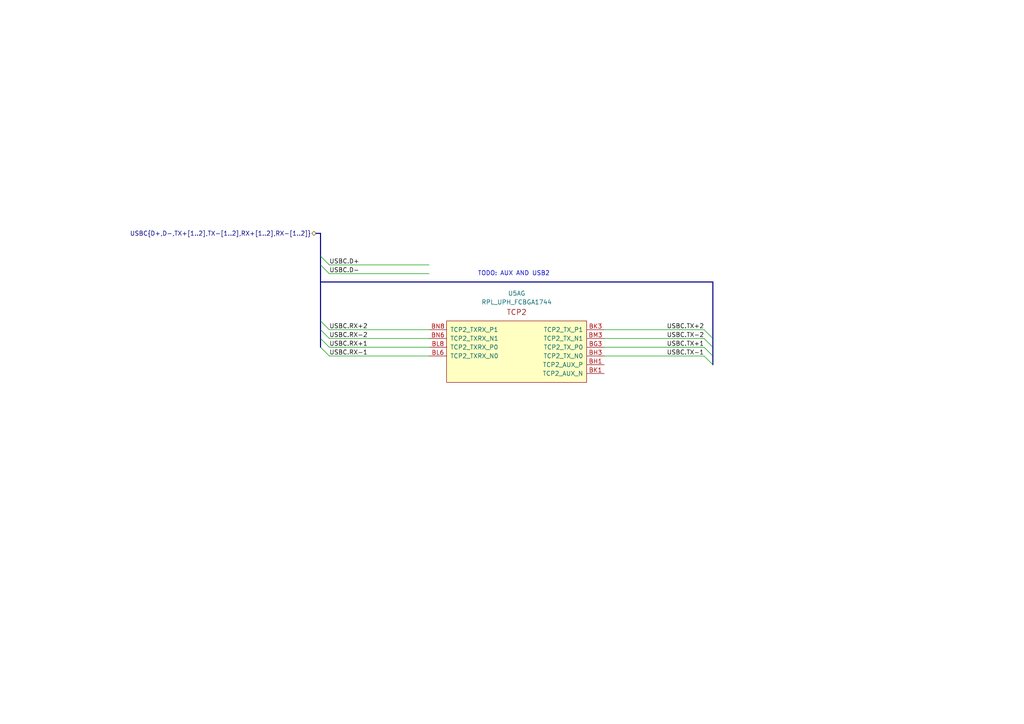
<source format=kicad_sch>
(kicad_sch (version 20230121) (generator eeschema)
  (paper "A4")
  (lib_symbols
    (symbol "local:RPL_UPH_FCBGA1744" (pin_names (offset 1.016))
      (property "Reference" "U" (at 1.27 19.05 0))
      (property "Value" "RPL_UPH_FCBGA1744" (at 1.27 16.51 0))
      (symbol "RPL_UPH_FCBGA1744_1_1"
        (text "CAMERA" (at 0 2.54 0) (effects (font (size 1.524 1.524))))
        (pin input line (at 25.4 -20.32 180) (length 5.08) (name "CSI_A_DN[1]/CSI_B_DN[2]") (number "A36"))
        (pin input line (at 25.4 -10.16 180) (length 5.08) (name "CSI_B_DN[0]") (number "A38"))
        (pin unspecified line (at -25.4 -2.54 0) (length 5.08) (name "CSI_RCOMP") (number "A55"))
        (pin input line (at 25.4 -5.08 180) (length 5.08) (name "CSI_B_DN[1]") (number "AA41"))
        (pin input line (at -25.4 -10.16 0) (length 5.08) (name "CSI_D_DN[1]/CSI_C_DN[2]") (number "AB41"))
        (pin input line (at -25.4 -7.62 0) (length 5.08) (name "CSI_D_DP[1]/CSI_C_DP[2]") (number "AD41"))
        (pin input line (at -25.4 -15.24 0) (length 5.08) (name "CSI_D_DN[0]/CSI_C_DN[3]") (number "AF41"))
        (pin input line (at -25.4 -12.7 0) (length 5.08) (name "CSI_D_DP[0]/CSI_C_DP[3]") (number "AG41"))
        (pin unspecified line (at -25.4 -5.08 0) (length 5.08) (name "CSI_RCOMP") (number "B54"))
        (pin input line (at 25.4 -17.78 180) (length 5.08) (name "CSI_A_DP[1]/CSI_B_DP[2]") (number "C36"))
        (pin input line (at 25.4 -7.62 180) (length 5.08) (name "CSI_B_DP[0]") (number "C38"))
        (pin input line (at 25.4 -25.4 180) (length 5.08) (name "CSI_A_DN[0]/CSI_B_DN[3]") (number "E37"))
        (pin input line (at 25.4 -27.94 180) (length 5.08) (name "CSI_A_CLK_P") (number "F36"))
        (pin input line (at 25.4 -15.24 180) (length 5.08) (name "CSI_B_CLK_N") (number "F39"))
        (pin input line (at 25.4 -30.48 180) (length 5.08) (name "CSI_A_CLK_N") (number "G36"))
        (pin input line (at 25.4 -22.86 180) (length 5.08) (name "CSI_A_DP[0]/CSI_B_DP[3]") (number "G37"))
        (pin input line (at 25.4 -12.7 180) (length 5.08) (name "CSI_B_CLK_P") (number "G39"))
        (pin input line (at -25.4 -17.78 0) (length 5.08) (name "CSI_D_CLK_P") (number "J41"))
        (pin input line (at -25.4 -33.02 0) (length 5.08) (name "CSI_C_CLK_P") (number "J44"))
        (pin input line (at -25.4 -35.56 0) (length 5.08) (name "CSI_C_CLK_N") (number "K44"))
        (pin input line (at -25.4 -20.32 0) (length 5.08) (name "CSI_D_CLK_N") (number "L41"))
        (pin input line (at -25.4 -25.4 0) (length 5.08) (name "CSI_C_DN[1]") (number "M44"))
        (pin input line (at -25.4 -30.48 0) (length 5.08) (name "CSI_C_DN[0]") (number "P41"))
        (pin input line (at -25.4 -22.86 0) (length 5.08) (name "CSI_C_DP[1]") (number "P44"))
        (pin input line (at -25.4 -27.94 0) (length 5.08) (name "CSI_C_DP[0]") (number "T41"))
        (pin input line (at 25.4 -2.54 180) (length 5.08) (name "CSI_B_DP[1]") (number "W41"))
      )
      (symbol "RPL_UPH_FCBGA1744_2_1"
        (text "CFG" (at 0 2.54 0) (effects (font (size 1.524 1.524))))
        (pin bidirectional line (at 25.4 -17.78 180) (length 5.08) (name "CFG[2]") (number "AA12"))
        (pin bidirectional line (at 25.4 -22.86 180) (length 5.08) (name "CFG[0]") (number "AA16"))
        (pin bidirectional line (at 25.4 -15.24 180) (length 5.08) (name "CFG[3]") (number "AC12"))
        (pin bidirectional line (at 25.4 -12.7 180) (length 5.08) (name "CFG[4]") (number "AD11"))
        (pin bidirectional line (at 25.4 -20.32 180) (length 5.08) (name "CFG[1]") (number "AD16"))
        (pin bidirectional line (at -25.4 -5.08 0) (length 5.08) (name "CFG[16]") (number "AF17"))
        (pin bidirectional line (at -25.4 -20.32 0) (length 5.08) (name "CFG[10]") (number "AF20"))
        (pin bidirectional line (at -25.4 -2.54 0) (length 5.08) (name "CFG[17]") (number "AF22"))
        (pin bidirectional line (at -25.4 -12.7 0) (length 5.08) (name "CFG[13]") (number "AF35"))
        (pin bidirectional line (at -25.4 -7.62 0) (length 5.08) (name "CFG[15]") (number "AF37"))
        (pin bidirectional line (at 25.4 -10.16 180) (length 5.08) (name "CFG[5]") (number "AG15"))
        (pin bidirectional line (at 25.4 -7.62 180) (length 5.08) (name "CFG[6]") (number "AH17"))
        (pin bidirectional line (at -25.4 -22.86 0) (length 5.08) (name "CFG[9]") (number "AH22"))
        (pin bidirectional line (at -25.4 -17.78 0) (length 5.08) (name "CFG[11]") (number "AH25"))
        (pin bidirectional line (at -25.4 -10.16 0) (length 5.08) (name "CFG[14]") (number "AH35"))
        (pin bidirectional line (at -25.4 -15.24 0) (length 5.08) (name "CFG[12]") (number "AH37"))
        (pin bidirectional line (at 25.4 -5.08 180) (length 5.08) (name "CFG[7]") (number "AJ15"))
        (pin bidirectional line (at 25.4 -2.54 180) (length 5.08) (name "CFG[8]") (number "AK17"))
        (pin unspecified line (at 25.4 -25.4 180) (length 5.08) (name "CFG_RCOMP") (number "F8"))
      )
      (symbol "RPL_UPH_FCBGA1744_3_1"
        (text "CNVI" (at 0 2.54 0) (effects (font (size 1.524 1.524))))
        (pin output line (at 25.4 -10.16 180) (length 5.08) (name "GPP_F5/MODEM_CLKREQ/CRF_XTAL_CLKREQ") (number "EF36"))
        (pin output line (at 25.4 -22.86 180) (length 5.08) (name "GPP_F0/CNV_BRI_DT/UART2_RTS#") (number "EH33"))
        (pin input line (at 25.4 -7.62 180) (length 5.08) (name "GPP_F6/CNV_PA_BLANKING") (number "EH36"))
        (pin input line (at 25.4 -20.32 180) (length 5.08) (name "GPP_F1/CNV_BRI_RSP/UART2_RXD") (number "EK33"))
        (pin input line (at 25.4 -5.08 180) (length 5.08) (name "GPP_H8/I2C4_SDA/CNV_MFUART2_RXD") (number "EL43"))
        (pin output line (at 25.4 -17.78 180) (length 5.08) (name "GPP_F2/CNV_RGI_DT/UART2_TXD") (number "EN31"))
        (pin input line (at 25.4 -2.54 180) (length 5.08) (name "GPP_H9/I2C4_SCL/CNV_MFUART2_TXD") (number "EN43"))
        (pin input line (at 25.4 -15.24 180) (length 5.08) (name "GPP_F3/CNV_RGI_RSP/UART2_CTS#") (number "ER31"))
        (pin output line (at 25.4 -12.7 180) (length 5.08) (name "GPP_F4/CNV_RF_RESET#") (number "ET31"))
        (pin input line (at -25.4 -20.32 0) (length 5.08) (name "CNV_WR_D1P") (number "EV40"))
        (pin output line (at -25.4 -7.62 0) (length 5.08) (name "CNV_WT_D0P") (number "EV43"))
        (pin output line (at -25.4 -12.7 0) (length 5.08) (name "CNV_WT_CLKP") (number "EV47"))
        (pin input line (at -25.4 -25.4 0) (length 5.08) (name "CNV_WR_D0P") (number "EW42"))
        (pin input line (at -25.4 -22.86 0) (length 5.08) (name "CNV_WR_D1N") (number "EY40"))
        (pin input line (at -25.4 -27.94 0) (length 5.08) (name "CNV_WR_D0N") (number "EY42"))
        (pin output line (at -25.4 -10.16 0) (length 5.08) (name "CNV_WT_D0N") (number "EY43"))
        (pin output line (at -25.4 -15.24 0) (length 5.08) (name "CNV_WT_CLKN") (number "EY47"))
        (pin input line (at -25.4 -30.48 0) (length 5.08) (name "CNV_WR_CLKP") (number "FA43"))
        (pin output line (at -25.4 -5.08 0) (length 5.08) (name "CNV_WT_D1N") (number "FA46"))
        (pin unspecified line (at -25.4 -17.78 0) (length 5.08) (name "CNV_WT_RCOMP") (number "FC40"))
        (pin input line (at -25.4 -33.02 0) (length 5.08) (name "CNV_WR_CLKN") (number "FC43"))
        (pin output line (at -25.4 -2.54 0) (length 5.08) (name "CNV_WT_D1P") (number "FC46"))
      )
      (symbol "RPL_UPH_FCBGA1744_4_1"
        (text "DDR_A" (at 0 2.54 0) (effects (font (size 1.524 1.524))))
        (pin bidirectional line (at -25.4 -5.08 0) (length 5.08) (name "DDR1_DQ[3][6]") (number "BJ47"))
        (pin bidirectional line (at -25.4 -2.54 0) (length 5.08) (name "DDR1_DQ[3][7]") (number "BJ50"))
        (pin bidirectional line (at -25.4 -10.16 0) (length 5.08) (name "DDR1_DQ[3][4]") (number "BK53"))
        (pin bidirectional line (at -25.4 -86.36 0) (length 5.08) (name "DDR1_DQ[1][6]") (number "BK57"))
        (pin bidirectional line (at -25.4 -91.44 0) (length 5.08) (name "DDR1_DQ[1][4]") (number "BK60"))
        (pin bidirectional line (at -25.4 -7.62 0) (length 5.08) (name "DDR1_DQ[3][5]") (number "BL48"))
        (pin bidirectional line (at 25.4 -22.86 180) (length 5.08) (name "DDR1_DQSN[3]") (number "BL51"))
        (pin bidirectional line (at -25.4 -88.9 0) (length 5.08) (name "DDR1_DQ[1][5]") (number "BL56"))
        (pin bidirectional line (at -25.4 -83.82 0) (length 5.08) (name "DDR1_DQ[1][7]") (number "BL58"))
        (pin bidirectional line (at 25.4 -12.7 180) (length 5.08) (name "DDR1_DQSP[1]") (number "BL61"))
        (pin bidirectional line (at -25.4 -15.24 0) (length 5.08) (name "DDR1_DQ[3][2]") (number "BN48"))
        (pin bidirectional line (at 25.4 -2.54 180) (length 5.08) (name "DDR1_DQSP[3]") (number "BN51"))
        (pin bidirectional line (at -25.4 -96.52 0) (length 5.08) (name "DDR1_DQ[1][2]") (number "BN56"))
        (pin bidirectional line (at -25.4 -101.6 0) (length 5.08) (name "DDR1_DQ[1][0]") (number "BN58"))
        (pin bidirectional line (at 25.4 -33.02 180) (length 5.08) (name "DDR1_DQSN[1]") (number "BN61"))
        (pin bidirectional line (at -25.4 -17.78 0) (length 5.08) (name "DDR1_DQ[3][1]") (number "BP47"))
        (pin bidirectional line (at -25.4 -20.32 0) (length 5.08) (name "DDR1_DQ[3][0]") (number "BP50"))
        (pin bidirectional line (at -25.4 -12.7 0) (length 5.08) (name "DDR1_DQ[3][3]") (number "BP53"))
        (pin bidirectional line (at -25.4 -99.06 0) (length 5.08) (name "DDR1_DQ[1][1]") (number "BP57"))
        (pin bidirectional line (at -25.4 -93.98 0) (length 5.08) (name "DDR1_DQ[1][3]") (number "BP60"))
        (pin bidirectional line (at -25.4 -25.4 0) (length 5.08) (name "DDR1_DQ[2][6]") (number "BT47"))
        (pin bidirectional line (at -25.4 -22.86 0) (length 5.08) (name "DDR1_DQ[2][7]") (number "BT50"))
        (pin bidirectional line (at -25.4 -30.48 0) (length 5.08) (name "DDR1_DQ[2][4]") (number "BT53"))
        (pin bidirectional line (at -25.4 -106.68 0) (length 5.08) (name "DDR1_DQ[0][6]") (number "BT57"))
        (pin bidirectional line (at -25.4 -111.76 0) (length 5.08) (name "DDR1_DQ[0][4]") (number "BT60"))
        (pin bidirectional line (at -25.4 -27.94 0) (length 5.08) (name "DDR1_DQ[2][5]") (number "BU48"))
        (pin bidirectional line (at 25.4 -25.4 180) (length 5.08) (name "DDR1_DQSN[2]") (number "BU51"))
        (pin bidirectional line (at -25.4 -109.22 0) (length 5.08) (name "DDR1_DQ[0][5]") (number "BU56"))
        (pin bidirectional line (at -25.4 -104.14 0) (length 5.08) (name "DDR1_DQ[0][7]") (number "BU58"))
        (pin bidirectional line (at 25.4 -15.24 180) (length 5.08) (name "DDR1_DQSP[0]") (number "BU61"))
        (pin bidirectional line (at -25.4 -35.56 0) (length 5.08) (name "DDR1_DQ[2][2]") (number "BW48"))
        (pin bidirectional line (at 25.4 -5.08 180) (length 5.08) (name "DDR1_DQSP[2]") (number "BW51"))
        (pin bidirectional line (at -25.4 -116.84 0) (length 5.08) (name "DDR1_DQ[0][2]") (number "BW56"))
        (pin bidirectional line (at -25.4 -121.92 0) (length 5.08) (name "DDR1_DQ[0][0]") (number "BW58"))
        (pin bidirectional line (at 25.4 -35.56 180) (length 5.08) (name "DDR1_DQSN[0]") (number "BW61"))
        (pin bidirectional line (at -25.4 -40.64 0) (length 5.08) (name "DDR1_DQ[2][0]") (number "BY50"))
        (pin bidirectional line (at -25.4 -33.02 0) (length 5.08) (name "DDR1_DQ[2][3]") (number "BY53"))
        (pin bidirectional line (at -25.4 -119.38 0) (length 5.08) (name "DDR1_DQ[0][1]") (number "BY57"))
        (pin bidirectional line (at -25.4 -114.3 0) (length 5.08) (name "DDR1_DQ[0][3]") (number "BY60"))
        (pin bidirectional line (at -25.4 -38.1 0) (length 5.08) (name "DDR1_DQ[2][1]") (number "CA47"))
        (pin output line (at 25.4 -45.72 180) (length 5.08) (name "DDR1_CS[0]") (number "CC47"))
        (pin output line (at 25.4 -88.9 180) (length 5.08) (name "DDR1_CA[1]") (number "CC50"))
        (pin output line (at 25.4 -43.18 180) (length 5.08) (name "DDR1_CS[1]") (number "CC53"))
        (pin output line (at 25.4 -124.46 180) (length 5.08) (name "DDR1_CLK_N[1]") (number "CD48"))
        (pin output line (at 25.4 -119.38 180) (length 5.08) (name "DDR1_CLK_P[1]") (number "CD49"))
        (pin output line (at 25.4 -48.26 180) (length 5.08) (name "DDR1_CA[0]") (number "CE53"))
        (pin output line (at 25.4 -129.54 180) (length 5.08) (name "DDR1_CA[4]") (number "CE60"))
        (pin output line (at 25.4 -53.34 180) (length 5.08) (name "DDR1_CA[2]") (number "CF56"))
        (pin output line (at 25.4 -58.42 180) (length 5.08) (name "DDR1_CLK_N[0]") (number "CF61"))
        (pin output line (at 25.4 -50.8 180) (length 5.08) (name "DDR1_CA[6]") (number "CH46"))
        (pin output line (at 25.4 -71.12 180) (length 5.08) (name "DDR1_CA[3]") (number "CH48"))
        (pin output line (at 25.4 -101.6 180) (length 5.08) (name "DDR1_CA[12]") (number "CH56"))
        (pin output line (at 25.4 -78.74 180) (length 5.08) (name "DDR1_CA[7]") (number "CH58"))
        (pin output line (at 25.4 -55.88 180) (length 5.08) (name "DDR1_CLK_P[0]") (number "CH61"))
        (pin output line (at 25.4 -111.76 180) (length 5.08) (name "DDR1_CA[5]") (number "CJ50"))
        (pin output line (at 25.4 -134.62 180) (length 5.08) (name "DDR1_CA[10]") (number "CJ53"))
        (pin output line (at 25.4 -137.16 180) (length 5.08) (name "DDR1_CA[9]") (number "CJ57"))
        (pin output line (at 25.4 -104.14 180) (length 5.08) (name "DDR1_CA[11]") (number "CJ60"))
        (pin output line (at 25.4 -106.68 180) (length 5.08) (name "DDR1_CA[8]") (number "CK47"))
        (pin output line (at 25.4 -132.08 180) (length 5.08) (name "DDR0_CA[10]") (number "CM47"))
        (pin output line (at 25.4 -76.2 180) (length 5.08) (name "DDR0_CA[6]") (number "CM50"))
        (pin output line (at 25.4 -91.44 180) (length 5.08) (name "DDR0_CA[8]") (number "CM53"))
        (pin output line (at 25.4 -63.5 180) (length 5.08) (name "DDR0_CLK_N[1]") (number "CN48"))
        (pin output line (at 25.4 -60.96 180) (length 5.08) (name "DDR0_CLK_P[1]") (number "CN49"))
        (pin output line (at 25.4 -96.52 180) (length 5.08) (name "DDR0_CA[11]") (number "CP53"))
        (pin output line (at 25.4 -81.28 180) (length 5.08) (name "DDR0_CA[9]") (number "CP60"))
        (pin output line (at 25.4 -83.82 180) (length 5.08) (name "DDR0_CA[12]") (number "CR56"))
        (pin output line (at 25.4 -127 180) (length 5.08) (name "DDR0_CLK_N[0]") (number "CR61"))
        (pin output line (at 25.4 -93.98 180) (length 5.08) (name "DDR0_CA[7]") (number "CT46"))
        (pin output line (at 25.4 -99.06 180) (length 5.08) (name "DDR0_CA[5]") (number "CU48"))
        (pin output line (at 25.4 -68.58 180) (length 5.08) (name "DDR0_CA[1]") (number "CU56"))
        (pin output line (at 25.4 -66.04 180) (length 5.08) (name "DDR0_CA[0]") (number "CU58"))
        (pin output line (at 25.4 -121.92 180) (length 5.08) (name "DDR0_CLK_P[0]") (number "CU61"))
        (pin output line (at 25.4 -116.84 180) (length 5.08) (name "DDR0_CA[4]") (number "CV50"))
        (pin output line (at 25.4 -73.66 180) (length 5.08) (name "DDR0_CA[3]") (number "CV53"))
        (pin output line (at 25.4 -109.22 180) (length 5.08) (name "DDR0_CS[0]") (number "CV57"))
        (pin output line (at 25.4 -86.36 180) (length 5.08) (name "DDR0_CS[1]") (number "CV60"))
        (pin output line (at 25.4 -114.3 180) (length 5.08) (name "DDR0_CA[2]") (number "CW47"))
        (pin bidirectional line (at -25.4 -45.72 0) (length 5.08) (name "DDR0_DQ[3][6]") (number "CY47"))
        (pin bidirectional line (at -25.4 -43.18 0) (length 5.08) (name "DDR0_DQ[3][7]") (number "CY50"))
        (pin bidirectional line (at -25.4 -127 0) (length 5.08) (name "DDR0_DQ[1][6]") (number "CY57"))
        (pin bidirectional line (at -25.4 -132.08 0) (length 5.08) (name "DDR0_DQ[1][4]") (number "CY60"))
        (pin bidirectional line (at -25.4 -50.8 0) (length 5.08) (name "DDR0_DQ[3][4]") (number "DA53"))
        (pin bidirectional line (at -25.4 -124.46 0) (length 5.08) (name "DDR0_DQ[1][7]") (number "DA58"))
        (pin bidirectional line (at -25.4 -48.26 0) (length 5.08) (name "DDR0_DQ[3][5]") (number "DB48"))
        (pin bidirectional line (at 25.4 -27.94 180) (length 5.08) (name "DDR0_DQSN[3]") (number "DB51"))
        (pin bidirectional line (at -25.4 -129.54 0) (length 5.08) (name "DDR0_DQ[1][5]") (number "DB56"))
        (pin bidirectional line (at 25.4 -17.78 180) (length 5.08) (name "DDR0_DQSP[1]") (number "DB61"))
        (pin bidirectional line (at -25.4 -55.88 0) (length 5.08) (name "DDR0_DQ[3][2]") (number "DC48"))
        (pin bidirectional line (at 25.4 -7.62 180) (length 5.08) (name "DDR0_DQSP[3]") (number "DC51"))
        (pin bidirectional line (at 25.4 -38.1 180) (length 5.08) (name "DDR0_DQSN[1]") (number "DC61"))
        (pin bidirectional line (at -25.4 -137.16 0) (length 5.08) (name "DDR0_DQ[1][2]") (number "DD56"))
        (pin bidirectional line (at -25.4 -142.24 0) (length 5.08) (name "DDR0_DQ[1][0]") (number "DD58"))
        (pin bidirectional line (at -25.4 -58.42 0) (length 5.08) (name "DDR0_DQ[3][1]") (number "DE47"))
        (pin bidirectional line (at -25.4 -60.96 0) (length 5.08) (name "DDR0_DQ[3][0]") (number "DE50"))
        (pin bidirectional line (at -25.4 -53.34 0) (length 5.08) (name "DDR0_DQ[3][3]") (number "DE53"))
        (pin bidirectional line (at -25.4 -139.7 0) (length 5.08) (name "DDR0_DQ[1][1]") (number "DE57"))
        (pin bidirectional line (at -25.4 -134.62 0) (length 5.08) (name "DDR0_DQ[1][3]") (number "DE60"))
        (pin bidirectional line (at -25.4 -66.04 0) (length 5.08) (name "DDR0_DQ[2][6]") (number "DG47"))
        (pin bidirectional line (at -25.4 -63.5 0) (length 5.08) (name "DDR0_DQ[2][7]") (number "DG50"))
        (pin bidirectional line (at -25.4 -71.12 0) (length 5.08) (name "DDR0_DQ[2][4]") (number "DG53"))
        (pin bidirectional line (at -25.4 -147.32 0) (length 5.08) (name "DDR0_DQ[0][6]") (number "DG57"))
        (pin bidirectional line (at -25.4 -152.4 0) (length 5.08) (name "DDR0_DQ[0][4]") (number "DG60"))
        (pin bidirectional line (at -25.4 -68.58 0) (length 5.08) (name "DDR0_DQ[2][5]") (number "DH48"))
        (pin bidirectional line (at 25.4 -30.48 180) (length 5.08) (name "DDR0_DQSN[2]") (number "DH51"))
        (pin bidirectional line (at -25.4 -149.86 0) (length 5.08) (name "DDR0_DQ[0][5]") (number "DH56"))
        (pin bidirectional line (at -25.4 -144.78 0) (length 5.08) (name "DDR0_DQ[0][7]") (number "DH58"))
        (pin bidirectional line (at 25.4 -20.32 180) (length 5.08) (name "DDR0_DQSP[0]") (number "DH61"))
        (pin bidirectional line (at -25.4 -76.2 0) (length 5.08) (name "DDR0_DQ[2][2]") (number "DK48"))
        (pin bidirectional line (at 25.4 -10.16 180) (length 5.08) (name "DDR0_DQSP[2]") (number "DK51"))
        (pin bidirectional line (at -25.4 -157.48 0) (length 5.08) (name "DDR0_DQ[0][2]") (number "DK56"))
        (pin bidirectional line (at -25.4 -162.56 0) (length 5.08) (name "DDR0_DQ[0][0]") (number "DK58"))
        (pin bidirectional line (at 25.4 -40.64 180) (length 5.08) (name "DDR0_DQSN[0]") (number "DK61"))
        (pin bidirectional line (at -25.4 -81.28 0) (length 5.08) (name "DDR0_DQ[2][0]") (number "DL50"))
        (pin bidirectional line (at -25.4 -73.66 0) (length 5.08) (name "DDR0_DQ[2][3]") (number "DL53"))
        (pin bidirectional line (at -25.4 -160.02 0) (length 5.08) (name "DDR0_DQ[0][1]") (number "DL57"))
        (pin bidirectional line (at -25.4 -154.94 0) (length 5.08) (name "DDR0_DQ[0][3]") (number "DL60"))
        (pin bidirectional line (at -25.4 -78.74 0) (length 5.08) (name "DDR0_DQ[2][1]") (number "DM47"))
      )
      (symbol "RPL_UPH_FCBGA1744_5_1"
        (text "DDR_B" (at 0 2.54 0) (effects (font (size 1.524 1.524))))
        (pin bidirectional line (at 25.4 -12.7 180) (length 5.08) (name "DDR3_DQSP[1]") (number "A43"))
        (pin bidirectional line (at 25.4 -33.02 180) (length 5.08) (name "DDR3_DQSN[1]") (number "A44"))
        (pin bidirectional line (at 25.4 -15.24 180) (length 5.08) (name "DDR3_DQSP[0]") (number "A49"))
        (pin bidirectional line (at 25.4 -35.56 180) (length 5.08) (name "DDR3_DQSN[0]") (number "A51"))
        (pin output line (at 25.4 -50.8 180) (length 5.08) (name "DDR3_CA[6]") (number "AA46"))
        (pin output line (at 25.4 -71.12 180) (length 5.08) (name "DDR3_CA[3]") (number "AA48"))
        (pin output line (at 25.4 -104.14 180) (length 5.08) (name "DDR3_CA[12]") (number "AB56"))
        (pin output line (at 25.4 -101.6 180) (length 5.08) (name "DDR3_CA[7]") (number "AB58"))
        (pin output line (at 25.4 -55.88 180) (length 5.08) (name "DDR3_CLK_P[0]") (number "AB61"))
        (pin output line (at 25.4 -106.68 180) (length 5.08) (name "DDR3_CA[8]") (number "AC47"))
        (pin output line (at 25.4 -111.76 180) (length 5.08) (name "DDR3_CA[5]") (number "AC50"))
        (pin output line (at 25.4 -134.62 180) (length 5.08) (name "DDR3_CA[10]") (number "AC53"))
        (pin output line (at 25.4 -137.16 180) (length 5.08) (name "DDR3_CA[9]") (number "AC57"))
        (pin output line (at 25.4 -78.74 180) (length 5.08) (name "DDR3_CA[11]") (number "AC60"))
        (pin output line (at 25.4 -132.08 180) (length 5.08) (name "DDR2_CA[10]") (number "AE47"))
        (pin output line (at 25.4 -76.2 180) (length 5.08) (name "DDR2_CA[6]") (number "AE50"))
        (pin output line (at 25.4 -91.44 180) (length 5.08) (name "DDR2_CA[8]") (number "AE53"))
        (pin output line (at 25.4 -63.5 180) (length 5.08) (name "DDR2_CLK_N[1]") (number "AG48"))
        (pin output line (at 25.4 -60.96 180) (length 5.08) (name "DDR2_CLK_P[1]") (number "AG49"))
        (pin output line (at 25.4 -96.52 180) (length 5.08) (name "DDR2_CA[11]") (number "AH53"))
        (pin output line (at 25.4 -81.28 180) (length 5.08) (name "DDR2_CA[9]") (number "AH60"))
        (pin output line (at 25.4 -83.82 180) (length 5.08) (name "DDR2_CA[12]") (number "AJ56"))
        (pin output line (at 25.4 -127 180) (length 5.08) (name "DDR2_CLK_N[0]") (number "AJ61"))
        (pin output line (at 25.4 -93.98 180) (length 5.08) (name "DDR2_CA[7]") (number "AK46"))
        (pin output line (at 25.4 -99.06 180) (length 5.08) (name "DDR2_CA[5]") (number "AK48"))
        (pin output line (at 25.4 -66.04 180) (length 5.08) (name "DDR2_CA[1]") (number "AL56"))
        (pin output line (at 25.4 -68.58 180) (length 5.08) (name "DDR2_CA[0]") (number "AL58"))
        (pin output line (at 25.4 -121.92 180) (length 5.08) (name "DDR2_CLK_P[0]") (number "AL61"))
        (pin output line (at 25.4 -114.3 180) (length 5.08) (name "DDR2_CA[2]") (number "AM47"))
        (pin output line (at 25.4 -116.84 180) (length 5.08) (name "DDR2_CA[4]") (number "AM50"))
        (pin output line (at 25.4 -73.66 180) (length 5.08) (name "DDR2_CA[3]") (number "AM53"))
        (pin output line (at 25.4 -86.36 180) (length 5.08) (name "DDR2_CS[1]") (number "AM57"))
        (pin output line (at 25.4 -109.22 180) (length 5.08) (name "DDR2_CS[0]") (number "AM60"))
        (pin bidirectional line (at -25.4 -45.72 0) (length 5.08) (name "DDR2_DQ[3][6]") (number "AP47"))
        (pin bidirectional line (at -25.4 -43.18 0) (length 5.08) (name "DDR2_DQ[3][7]") (number "AP50"))
        (pin bidirectional line (at -25.4 -50.8 0) (length 5.08) (name "DDR2_DQ[3][4]") (number "AP53"))
        (pin bidirectional line (at -25.4 -127 0) (length 5.08) (name "DDR2_DQ[1][6]") (number "AP57"))
        (pin bidirectional line (at -25.4 -132.08 0) (length 5.08) (name "DDR2_DQ[1][4]") (number "AP60"))
        (pin bidirectional line (at -25.4 -48.26 0) (length 5.08) (name "DDR2_DQ[3][5]") (number "AR48"))
        (pin bidirectional line (at 25.4 -27.94 180) (length 5.08) (name "DDR2_DQSN[3]") (number "AR51"))
        (pin bidirectional line (at -25.4 -129.54 0) (length 5.08) (name "DDR2_DQ[1][5]") (number "AR56"))
        (pin bidirectional line (at -25.4 -124.46 0) (length 5.08) (name "DDR2_DQ[1][7]") (number "AR58"))
        (pin bidirectional line (at 25.4 -17.78 180) (length 5.08) (name "DDR2_DQSP[1]") (number "AR61"))
        (pin bidirectional line (at -25.4 -55.88 0) (length 5.08) (name "DDR2_DQ[3][2]") (number "AU48"))
        (pin bidirectional line (at 25.4 -7.62 180) (length 5.08) (name "DDR2_DQSP[3]") (number "AU51"))
        (pin bidirectional line (at -25.4 -137.16 0) (length 5.08) (name "DDR2_DQ[1][2]") (number "AU56"))
        (pin bidirectional line (at -25.4 -142.24 0) (length 5.08) (name "DDR2_DQ[1][0]") (number "AU58"))
        (pin bidirectional line (at 25.4 -38.1 180) (length 5.08) (name "DDR2_DQSN[1]") (number "AU61"))
        (pin bidirectional line (at -25.4 -60.96 0) (length 5.08) (name "DDR2_DQ[3][0]") (number "AV50"))
        (pin bidirectional line (at -25.4 -53.34 0) (length 5.08) (name "DDR2_DQ[3][3]") (number "AV53"))
        (pin bidirectional line (at -25.4 -139.7 0) (length 5.08) (name "DDR2_DQ[1][1]") (number "AV57"))
        (pin bidirectional line (at -25.4 -134.62 0) (length 5.08) (name "DDR2_DQ[1][3]") (number "AV60"))
        (pin bidirectional line (at -25.4 -58.42 0) (length 5.08) (name "DDR2_DQ[3][1]") (number "AW47"))
        (pin bidirectional line (at -25.4 -66.04 0) (length 5.08) (name "DDR2_DQ[2][6]") (number "AY47"))
        (pin bidirectional line (at -25.4 -91.44 0) (length 5.08) (name "DDR3_DQ[1][4]") (number "B41"))
        (pin bidirectional line (at -25.4 -93.98 0) (length 5.08) (name "DDR3_DQ[1][3]") (number "B46"))
        (pin bidirectional line (at -25.4 -111.76 0) (length 5.08) (name "DDR3_DQ[0][4]") (number "B48"))
        (pin bidirectional line (at -25.4 -114.3 0) (length 5.08) (name "DDR3_DQ[0][3]") (number "B52"))
        (pin bidirectional line (at -25.4 -63.5 0) (length 5.08) (name "DDR2_DQ[2][7]") (number "BA50"))
        (pin bidirectional line (at -25.4 -71.12 0) (length 5.08) (name "DDR2_DQ[2][4]") (number "BA53"))
        (pin bidirectional line (at -25.4 -147.32 0) (length 5.08) (name "DDR2_DQ[0][6]") (number "BA57"))
        (pin bidirectional line (at -25.4 -152.4 0) (length 5.08) (name "DDR2_DQ[0][4]") (number "BA60"))
        (pin bidirectional line (at -25.4 -68.58 0) (length 5.08) (name "DDR2_DQ[2][5]") (number "BB48"))
        (pin bidirectional line (at 25.4 -30.48 180) (length 5.08) (name "DDR2_DQSN[2]") (number "BB51"))
        (pin bidirectional line (at -25.4 -149.86 0) (length 5.08) (name "DDR2_DQ[0][5]") (number "BB56"))
        (pin bidirectional line (at -25.4 -144.78 0) (length 5.08) (name "DDR2_DQ[0][7]") (number "BB58"))
        (pin bidirectional line (at 25.4 -20.32 180) (length 5.08) (name "DDR2_DQSP[0]") (number "BB61"))
        (pin bidirectional line (at -25.4 -76.2 0) (length 5.08) (name "DDR2_DQ[2][2]") (number "BD48"))
        (pin bidirectional line (at 25.4 -10.16 180) (length 5.08) (name "DDR2_DQSP[2]") (number "BD51"))
        (pin bidirectional line (at -25.4 -157.48 0) (length 5.08) (name "DDR2_DQ[0][2]") (number "BD56"))
        (pin bidirectional line (at -25.4 -162.56 0) (length 5.08) (name "DDR2_DQ[0][0]") (number "BD58"))
        (pin bidirectional line (at 25.4 -40.64 180) (length 5.08) (name "DDR2_DQSN[0]") (number "BD61"))
        (pin bidirectional line (at -25.4 -78.74 0) (length 5.08) (name "DDR2_DQ[2][1]") (number "BE47"))
        (pin bidirectional line (at -25.4 -81.28 0) (length 5.08) (name "DDR2_DQ[2][0]") (number "BE50"))
        (pin bidirectional line (at -25.4 -73.66 0) (length 5.08) (name "DDR2_DQ[2][3]") (number "BE53"))
        (pin bidirectional line (at -25.4 -160.02 0) (length 5.08) (name "DDR2_DQ[0][1]") (number "BE57"))
        (pin bidirectional line (at -25.4 -154.94 0) (length 5.08) (name "DDR2_DQ[0][3]") (number "BE60"))
        (pin bidirectional line (at -25.4 -86.36 0) (length 5.08) (name "DDR3_DQ[1][6]") (number "C42"))
        (pin bidirectional line (at -25.4 -101.6 0) (length 5.08) (name "DDR3_DQ[1][0]") (number "C45"))
        (pin bidirectional line (at -25.4 -104.14 0) (length 5.08) (name "DDR3_DQ[0][7]") (number "C49"))
        (pin bidirectional line (at -25.4 -121.92 0) (length 5.08) (name "DDR3_DQ[0][0]") (number "C51"))
        (pin bidirectional line (at -25.4 -83.82 0) (length 5.08) (name "DDR3_DQ[1][7]") (number "E41"))
        (pin bidirectional line (at -25.4 -99.06 0) (length 5.08) (name "DDR3_DQ[1][1]") (number "E46"))
        (pin bidirectional line (at -25.4 -106.68 0) (length 5.08) (name "DDR3_DQ[0][6]") (number "E48"))
        (pin bidirectional line (at -25.4 -119.38 0) (length 5.08) (name "DDR3_DQ[0][1]") (number "E52"))
        (pin bidirectional line (at -25.4 -88.9 0) (length 5.08) (name "DDR3_DQ[1][5]") (number "F43"))
        (pin bidirectional line (at -25.4 -96.52 0) (length 5.08) (name "DDR3_DQ[1][2]") (number "F44"))
        (pin bidirectional line (at -25.4 -109.22 0) (length 5.08) (name "DDR3_DQ[0][5]") (number "F49"))
        (pin bidirectional line (at -25.4 -116.84 0) (length 5.08) (name "DDR3_DQ[0][2]") (number "F51"))
        (pin bidirectional line (at -25.4 -7.62 0) (length 5.08) (name "DDR3_DQ[3][5]") (number "F54"))
        (pin bidirectional line (at -25.4 -5.08 0) (length 5.08) (name "DDR3_DQ[3][6]") (number "F58"))
        (pin bidirectional line (at -25.4 -12.7 0) (length 5.08) (name "DDR3_DQ[3][3]") (number "H56"))
        (pin bidirectional line (at -25.4 -2.54 0) (length 5.08) (name "DDR3_DQ[3][7]") (number "K50"))
        (pin bidirectional line (at -25.4 -15.24 0) (length 5.08) (name "DDR3_DQ[3][2]") (number "K53"))
        (pin bidirectional line (at -25.4 -25.4 0) (length 5.08) (name "DDR3_DQ[2][6]") (number "K57"))
        (pin bidirectional line (at -25.4 -30.48 0) (length 5.08) (name "DDR3_DQ[2][4]") (number "K60"))
        (pin bidirectional line (at -25.4 -10.16 0) (length 5.08) (name "DDR3_DQ[3][4]") (number "L48"))
        (pin bidirectional line (at 25.4 -22.86 180) (length 5.08) (name "DDR3_DQSN[3]") (number "L51"))
        (pin bidirectional line (at -25.4 -27.94 0) (length 5.08) (name "DDR3_DQ[2][5]") (number "L56"))
        (pin bidirectional line (at -25.4 -22.86 0) (length 5.08) (name "DDR3_DQ[2][7]") (number "L58"))
        (pin bidirectional line (at 25.4 -25.4 180) (length 5.08) (name "DDR3_DQSN[2]") (number "L61"))
        (pin bidirectional line (at 25.4 -2.54 180) (length 5.08) (name "DDR3_DQSP[3]") (number "N51"))
        (pin bidirectional line (at -25.4 -35.56 0) (length 5.08) (name "DDR3_DQ[2][2]") (number "N56"))
        (pin bidirectional line (at -25.4 -40.64 0) (length 5.08) (name "DDR3_DQ[2][0]") (number "N58"))
        (pin bidirectional line (at 25.4 -5.08 180) (length 5.08) (name "DDR3_DQSP[2]") (number "N61"))
        (pin bidirectional line (at -25.4 -17.78 0) (length 5.08) (name "DDR3_DQ[3][1]") (number "P50"))
        (pin bidirectional line (at -25.4 -20.32 0) (length 5.08) (name "DDR3_DQ[3][0]") (number "P53"))
        (pin bidirectional line (at -25.4 -38.1 0) (length 5.08) (name "DDR3_DQ[2][1]") (number "P57"))
        (pin bidirectional line (at -25.4 -33.02 0) (length 5.08) (name "DDR3_DQ[2][3]") (number "P60"))
        (pin output line (at 25.4 -45.72 180) (length 5.08) (name "DDR3_CS[0]") (number "T47"))
        (pin output line (at 25.4 -88.9 180) (length 5.08) (name "DDR3_CA[1]") (number "T50"))
        (pin output line (at 25.4 -43.18 180) (length 5.08) (name "DDR3_CS[1]") (number "T53"))
        (pin output line (at 25.4 -119.38 180) (length 5.08) (name "DDR3_CLK_P[1]") (number "V48"))
        (pin output line (at 25.4 -124.46 180) (length 5.08) (name "DDR3_CLK_N[1]") (number "V49"))
        (pin output line (at 25.4 -48.26 180) (length 5.08) (name "DDR3_CA[0]") (number "W53"))
        (pin output line (at 25.4 -129.54 180) (length 5.08) (name "DDR3_CA[4]") (number "W60"))
        (pin output line (at 25.4 -53.34 180) (length 5.08) (name "DDR3_CA[2]") (number "Y56"))
        (pin output line (at 25.4 -58.42 180) (length 5.08) (name "DDR3_CLK_N[0]") (number "Y61"))
      )
      (symbol "RPL_UPH_FCBGA1744_6_1"
        (text "DDR_MISC" (at 0 2.54 0) (effects (font (size 1.524 1.524))))
        (pin unspecified line (at 25.4 -15.24 180) (length 5.08) (name "DDR_COMP") (number "A56"))
        (pin output line (at -25.4 -5.08 0) (length 5.08) (name "NC") (number "AB51"))
        (pin output line (at -25.4 -43.18 0) (length 5.08) (name "NC") (number "AE55"))
        (pin output line (at -25.4 -48.26 0) (length 5.08) (name "NC") (number "AE60"))
        (pin output line (at -25.4 -45.72 0) (length 5.08) (name "NC") (number "AF57"))
        (pin output line (at -25.4 -17.78 0) (length 5.08) (name "NC") (number "AH57"))
        (pin output line (at -25.4 -12.7 0) (length 5.08) (name "NC") (number "AJ51"))
        (pin output line (at -25.4 -20.32 0) (length 5.08) (name "NC") (number "AJ58"))
        (pin output line (at -25.4 -15.24 0) (length 5.08) (name "NC") (number "AL51"))
        (pin unspecified line (at 25.4 -17.78 180) (length 5.08) (name "DDR_COMP") (number "B56"))
        (pin input line (at 25.4 -5.08 180) (length 5.08) (name "DDR0_ALERT#") (number "BF61"))
        (pin output line (at 25.4 -12.7 180) (length 5.08) (name "DDR_VTT_CTL") (number "BG50"))
        (pin output line (at 25.4 -7.62 180) (length 5.08) (name "DDR1_VREF_CA0") (number "BG55"))
        (pin input line (at 25.4 -2.54 180) (length 5.08) (name "DDR1_ALERT#") (number "BG57"))
        (pin output line (at 25.4 -10.16 180) (length 5.08) (name "DDR0_VREF_CA0") (number "BG60"))
        (pin output line (at -25.4 -66.04 0) (length 5.08) (name "NC") (number "CB55"))
        (pin output line (at -25.4 -71.12 0) (length 5.08) (name "NC") (number "CC57"))
        (pin output line (at -25.4 -68.58 0) (length 5.08) (name "NC") (number "CC60"))
        (pin output line (at -25.4 -30.48 0) (length 5.08) (name "NC") (number "CE57"))
        (pin output line (at -25.4 -25.4 0) (length 5.08) (name "NC") (number "CF51"))
        (pin output line (at -25.4 -27.94 0) (length 5.08) (name "NC") (number "CF58"))
        (pin output line (at -25.4 -22.86 0) (length 5.08) (name "NC") (number "CH51"))
        (pin output line (at -25.4 -58.42 0) (length 5.08) (name "NC") (number "CL55"))
        (pin output line (at -25.4 -60.96 0) (length 5.08) (name "NC") (number "CM57"))
        (pin output line (at -25.4 -63.5 0) (length 5.08) (name "NC") (number "CM60"))
        (pin output line (at -25.4 -38.1 0) (length 5.08) (name "NC") (number "CP57"))
        (pin output line (at -25.4 -35.56 0) (length 5.08) (name "NC") (number "CR51"))
        (pin output line (at -25.4 -40.64 0) (length 5.08) (name "NC") (number "CR58"))
        (pin output line (at -25.4 -33.02 0) (length 5.08) (name "NC") (number "CU51"))
        (pin output line (at 25.4 -20.32 180) (length 5.08) (name "DRAM_RESET#") (number "EE53"))
        (pin output line (at -25.4 -53.34 0) (length 5.08) (name "NC") (number "T55"))
        (pin output line (at -25.4 -50.8 0) (length 5.08) (name "NC") (number "T60"))
        (pin output line (at -25.4 -55.88 0) (length 5.08) (name "NC") (number "U57"))
        (pin output line (at -25.4 -10.16 0) (length 5.08) (name "NC") (number "W57"))
        (pin output line (at -25.4 -2.54 0) (length 5.08) (name "NC") (number "Y51"))
        (pin output line (at -25.4 -7.62 0) (length 5.08) (name "NC") (number "Y58"))
      )
      (symbol "RPL_UPH_FCBGA1744_7_1"
        (text "EDP" (at 0 2.54 0) (effects (font (size 1.524 1.524))))
        (pin output line (at -25.4 -7.62 0) (length 5.08) (name "DDIA_TXP[2]") (number "AA1"))
        (pin output line (at -25.4 -5.08 0) (length 5.08) (name "DDIA_TXN[3]") (number "AA3"))
        (pin output line (at -25.4 -10.16 0) (length 5.08) (name "DDIA_TXN[2]") (number "AB1"))
        (pin output line (at -25.4 -12.7 0) (length 5.08) (name "DDIA_TXP[1]") (number "AB3"))
        (pin output line (at -25.4 -20.32 0) (length 5.08) (name "DDIA_TXN[0]") (number "AD1"))
        (pin output line (at -25.4 -15.24 0) (length 5.08) (name "DDIA_TXN[1]") (number "AD3"))
        (pin output line (at -25.4 -17.78 0) (length 5.08) (name "DDIA_TXP[0]") (number "AF1"))
        (pin bidirectional line (at 25.4 -2.54 180) (length 5.08) (name "DDIA_AUXP") (number "AF3"))
        (pin bidirectional line (at 25.4 -5.08 180) (length 5.08) (name "DDIA_AUXN") (number "AG3"))
        (pin unspecified line (at 25.4 -15.24 180) (length 5.08) (name "DDIA_RCOMP") (number "AJ1"))
        (pin output line (at 25.4 -12.7 180) (length 5.08) (name "eDP_BKLTCTL") (number "EL21"))
        (pin output line (at 25.4 -10.16 180) (length 5.08) (name "eDP_BKLTEN") (number "EN21"))
        (pin output line (at 25.4 -7.62 180) (length 5.08) (name "GPP_E14/DDSP_HPDA/DISP_MISC_A") (number "EV25"))
        (pin output line (at -25.4 -2.54 0) (length 5.08) (name "DDIA_TXP[3]") (number "W3"))
      )
      (symbol "RPL_UPH_FCBGA1744_8_1"
        (text "ESPI" (at 0 2.54 0) (effects (font (size 1.524 1.524))))
        (pin output line (at -25.4 -15.24 0) (length 5.08) (name "GPP_A4/ESPI_CS0#") (number "DP44"))
        (pin output line (at -25.4 -12.7 0) (length 5.08) (name "GPP_A5/ESPI_ALERT0#") (number "DP47"))
        (pin bidirectional line (at 25.4 -10.16 180) (length 5.08) (name "GPP_A0/ESPI_IO0") (number "DP51"))
        (pin bidirectional line (at 25.4 -2.54 180) (length 5.08) (name "GPP_A3/ESPI_IO3/SUSACK#") (number "DP52"))
        (pin output line (at -25.4 -10.16 0) (length 5.08) (name "GPP_A6/ESPI_ALERT1#") (number "DP54"))
        (pin bidirectional line (at 25.4 -7.62 180) (length 5.08) (name "GPP_A1/ESPI_IO1") (number "DT44"))
        (pin output line (at -25.4 -2.54 0) (length 5.08) (name "GPP_A23/ESPI_CS1#") (number "DT46"))
        (pin output line (at -25.4 -7.62 0) (length 5.08) (name "GPP_A9/ESPI_CLK") (number "DT49"))
        (pin output line (at -25.4 -5.08 0) (length 5.08) (name "GPP_A10/ESPI_RESET#") (number "DT51"))
        (pin bidirectional line (at 25.4 -5.08 180) (length 5.08) (name "GPP_A2/ESPI_IO2/SUSWARN#/SUSPWRDNACK") (number "DT54"))
      )
      (symbol "RPL_UPH_FCBGA1744_9_1"
        (text "GPD" (at 0 2.54 0) (effects (font (size 1.524 1.524))))
        (pin output line (at -25.4 -25.4 0) (length 5.08) (name "GPD10/SLP_S5#") (number "EG60"))
        (pin output line (at -25.4 -22.86 0) (length 5.08) (name "GPD11/LANPHYPC") (number "EJ56"))
        (pin output line (at -25.4 -2.54 0) (length 5.08) (name "GPD9/SLP_WLAN#") (number "EJ57"))
        (pin input line (at -25.4 -27.94 0) (length 5.08) (name "GPD1/ACPRESENT") (number "EJ59"))
        (pin output line (at -25.4 -5.08 0) (length 5.08) (name "GPD8/SUSCLK") (number "EJ61"))
        (pin output line (at -25.4 -7.62 0) (length 5.08) (name "GPD7") (number "EK60"))
        (pin input line (at -25.4 -30.48 0) (length 5.08) (name "GPD0/BATLOW#") (number "EM56"))
        (pin output line (at -25.4 -10.16 0) (length 5.08) (name "GPD6/SLP_A#") (number "EM57"))
        (pin output line (at -25.4 -15.24 0) (length 5.08) (name "GPD4/SLP_S3#") (number "EM59"))
        (pin input line (at -25.4 -17.78 0) (length 5.08) (name "GPD3/PWRBTN#") (number "EM61"))
        (pin output line (at -25.4 -12.7 0) (length 5.08) (name "GPD5/SLP_S4#") (number "EP56"))
        (pin input line (at -25.4 -20.32 0) (length 5.08) (name "GPD2/LAN_WAKE#") (number "EP58"))
      )
      (symbol "RPL_UPH_FCBGA1744_10_1"
        (text "GPP_A" (at 0 2.54 0) (effects (font (size 1.524 1.524))))
        (pin bidirectional line (at -25.4 -27.94 0) (length 5.08) (name "GPP_A13") (number "DV47"))
        (pin bidirectional line (at -25.4 -33.02 0) (length 5.08) (name "GPP_A11") (number "DV51"))
        (pin output line (at -25.4 -7.62 0) (length 5.08) (name "GPP_A22/DDPC_CTRLDATA") (number "DV52"))
        (pin input line (at -25.4 -10.16 0) (length 5.08) (name "GPP_A21/DDPC_CTRLCLK") (number "DV54"))
        (pin input line (at -25.4 -30.48 0) (length 5.08) (name "GPP_A12/SATAXPCIE1/SATAGP1/SRCCLKREQ9B#") (number "DY46"))
        (pin input line (at -25.4 -25.4 0) (length 5.08) (name "GPP_A14/USB_OC1#/DDSP_HPD3/DISP_MISC3") (number "DY47"))
        (pin input line (at -25.4 -22.86 0) (length 5.08) (name "GPP_A15/USB_OC2#/DDSP_HPD4/DISP_MISC4") (number "DY49"))
        (pin input line (at -25.4 -20.32 0) (length 5.08) (name "GPP_A16/USB_OC3#/ISH_GP5") (number "DY51"))
        (pin input line (at -25.4 -17.78 0) (length 5.08) (name "GPP_A17/DISP_MISCC") (number "DY54"))
        (pin input line (at -25.4 -15.24 0) (length 5.08) (name "GPP_A19/DDSP_HPD1/DISP_MISC1") (number "EB49"))
        (pin input line (at -25.4 -12.7 0) (length 5.08) (name "GPP_A20/DDSP_HPD2/DISP_MISC2") (number "EB51"))
        (pin input line (at -25.4 -5.08 0) (length 5.08) (name "GPP_A7/SRCCLK_OE7#") (number "EB52"))
        (pin input line (at -25.4 -2.54 0) (length 5.08) (name "GPP_A8/SRCCLKREQ7#") (number "EB54"))
      )
      (symbol "RPL_UPH_FCBGA1744_11_1"
        (text "GPP_B" (at 0 2.54 0) (effects (font (size 1.524 1.524))))
        (pin input line (at -25.4 -27.94 0) (length 5.08) (name "GPP_B16/I2C5_SDA/ISH_I2C2_SDA") (number "DN57"))
        (pin input line (at -25.4 -25.4 0) (length 5.08) (name "GPP_B17/I2C5_SCL/ISH_I2C2_SCL") (number "DN60"))
        (pin input line (at -25.4 -2.54 0) (length 5.08) (name "GPP_B8/ISH_I2C1_SCL/I2C3_SCL") (number "DR56"))
        (pin input line (at -25.4 -5.08 0) (length 5.08) (name "GPP_B7/ISH_I2C1_SDA/I2C3_SDA") (number "DR58"))
        (pin input line (at -25.4 -10.16 0) (length 5.08) (name "GPP_B5/ISH_I2C0_SDA/I2C2_SDA") (number "DT56"))
        (pin input line (at -25.4 -7.62 0) (length 5.08) (name "GPP_B6/ISH_I2C0_SCL/I2C2_SCL") (number "DT57"))
        (pin input line (at -25.4 -20.32 0) (length 5.08) (name "GPP_B2/VRALERT#") (number "DT59"))
        (pin input line (at -25.4 -22.86 0) (length 5.08) (name "GPP_B18") (number "DT61"))
        (pin input line (at -25.4 -33.02 0) (length 5.08) (name "GPP_B14/SPKR/TIME_SYNC1/SATA_LED#/ISH_GP6") (number "DW56"))
        (pin output line (at -25.4 -35.56 0) (length 5.08) (name "GPP_B13/PLTRST#") (number "DW57"))
        (pin output line (at -25.4 -38.1 0) (length 5.08) (name "GPP_B12/SLP_S0#") (number "DW59"))
        (pin input line (at -25.4 -30.48 0) (length 5.08) (name "GPP_B15/TIME_SYNC0/ISH_GP7") (number "DY61"))
        (pin unspecified line (at -25.4 -40.64 0) (length 5.08) (name "GPP_B11/PMCALERT#") (number "EA56"))
        (pin output line (at -25.4 -43.18 0) (length 5.08) (name "GPP_B1/CORE_VID1") (number "EA58"))
        (pin output line (at -25.4 -45.72 0) (length 5.08) (name "GPP_B0/CORE_VID0") (number "EA60"))
        (pin input line (at -25.4 -12.7 0) (length 5.08) (name "GPP_B4/PROC_GP3/ISH_GP5B") (number "EB56"))
        (pin input line (at -25.4 -15.24 0) (length 5.08) (name "GPP_B3/PROC_GP2/ISH_GP4B") (number "EB57"))
        (pin output line (at -25.4 -17.78 0) (length 5.08) (name "GPP_B23/SML1ALERT#/PCHHOT#") (number "EF41"))
      )
      (symbol "RPL_UPH_FCBGA1744_12_1"
        (text "GPP_C" (at 0 2.54 0) (effects (font (size 1.524 1.524))))
        (pin unspecified line (at -25.4 -12.7 0) (length 5.08) (name "GPP_C3/SML0CLK") (number "EE38"))
        (pin unspecified line (at -25.4 -10.16 0) (length 5.08) (name "GPP_C4/SML0DATA") (number "EF38"))
        (pin output line (at -25.4 -7.62 0) (length 5.08) (name "GPP_C5/SML0ALERT#") (number "EH38"))
        (pin unspecified line (at -25.4 -17.78 0) (length 5.08) (name "GPP_C1/SMBDATA") (number "EK38"))
        (pin unspecified line (at -25.4 -20.32 0) (length 5.08) (name "GPP_C0/SMBCLK") (number "EL38"))
        (pin unspecified line (at -25.4 -15.24 0) (length 5.08) (name "GPP_C2/SMBALERT#") (number "EN38"))
        (pin output line (at -25.4 -2.54 0) (length 5.08) (name "GPP_C7/SML1DATA") (number "ER38"))
        (pin input line (at -25.4 -5.08 0) (length 5.08) (name "GPP_C6/SML1CLK") (number "ET38"))
      )
      (symbol "RPL_UPH_FCBGA1744_13_1"
        (text "GPP_D" (at 0 2.54 0) (effects (font (size 1.524 1.524))))
        (pin input line (at -25.4 -27.94 0) (length 5.08) (name "GPP_D13/ISH_UART0_RXD/I2C6_SDA") (number "EV28"))
        (pin bidirectional line (at -25.4 -40.64 0) (length 5.08) (name "GPP_D0/ISH_GP0/BK0/SBK0") (number "EV31"))
        (pin input line (at -25.4 -17.78 0) (length 5.08) (name "GPP_D17/UART1_RXD/ISH_UART1_RXD") (number "EV34"))
        (pin input line (at -25.4 -35.56 0) (length 5.08) (name "GPP_D10/ISH_SPI_CLK/DDP3_CTRLDATA/TBT_LSX2_RXD/BSSB_LS2_TX/GSPI2_CLK") (number "EV37"))
        (pin input line (at -25.4 -15.24 0) (length 5.08) (name "GPP_D18/UART1_TXD/ISH_UART1_TXD") (number "EW30"))
        (pin input line (at -25.4 -22.86 0) (length 5.08) (name "GPP_D15/ISH_UART0_RTS#/I2C7B_SDA") (number "EW36"))
        (pin input line (at -25.4 -25.4 0) (length 5.08) (name "GPP_D14/ISH_UART0_TXD/I2C6_SCL") (number "EY28"))
        (pin output line (at -25.4 -10.16 0) (length 5.08) (name "GPP_D2/ISH_GP2/BK2/SBK2") (number "EY30"))
        (pin bidirectional line (at -25.4 -38.1 0) (length 5.08) (name "GPP_D1/ISH_GP1/BK1/SBK1") (number "EY31"))
        (pin input line (at -25.4 -12.7 0) (length 5.08) (name "GPP_D19/I2S_MCLK1_OUT") (number "EY34"))
        (pin input line (at -25.4 -20.32 0) (length 5.08) (name "GPP_D16/ISH_UART0_CTS#/I2C7B_SCL") (number "EY36"))
        (pin input line (at -25.4 -33.02 0) (length 5.08) (name "GPP_D11/ISH_SPI_MISO/DDP4_CTRLCLK/TBT_LSX3_TXD/BSSB_LS3_RX/GSPI2_MISO") (number "EY37"))
        (pin input line (at -25.4 -5.08 0) (length 5.08) (name "GPP_D4/IMGCLKOUT0/BK4/SBK4") (number "FA31"))
        (pin output line (at -25.4 -7.62 0) (length 5.08) (name "GPP_D3/ISH_GP3/BK3/SBK3") (number "FA34"))
        (pin input line (at -25.4 -30.48 0) (length 5.08) (name "GPP_D12/ISH_SPI_MOSI/DDP4_CTRLDATA/TBT_LSX3_RXD/BSSB_LS3_TX/GSPI2_MOSI") (number "FA37"))
        (pin input line (at -25.4 -2.54 0) (length 5.08) (name "GPP_D9/ISH_SPI_CS#/DDP3_CTRLCLK/TBT_LSX2_TXD/BSSB_LS2_RX/GSPI2_CS0#") (number "FC37"))
      )
      (symbol "RPL_UPH_FCBGA1744_14_1"
        (text "GPP_E" (at 0 2.54 0) (effects (font (size 1.524 1.524))))
        (pin input line (at -25.4 -55.88 0) (length 5.08) (name "GPP_E1/THC0_SPI1_IO2") (number "EE23"))
        (pin input line (at -25.4 -30.48 0) (length 5.08) (name "GPP_E2/THC0_SPI1_IO3") (number "EF23"))
        (pin input line (at -25.4 -10.16 0) (length 5.08) (name "GPP_E6/THC0_SPI1_RST#") (number "EH23"))
        (pin bidirectional line (at -25.4 -48.26 0) (length 5.08) (name "GPP_E12/THC0_SPI1_IO1/I2C0A_SDA/GSPI0_MISO") (number "EL23"))
        (pin bidirectional line (at -25.4 -27.94 0) (length 5.08) (name "GPP_E20/DDP2_CTRLCLK/TBT_LSX1_TXD/BSSB_LS1_RX") (number "EL26"))
        (pin bidirectional line (at -25.4 -45.72 0) (length 5.08) (name "GPP_E13/THC0_SPI1_IO0/I2C0A_SCL/GSPI0_MOSI") (number "EN23"))
        (pin bidirectional line (at -25.4 -25.4 0) (length 5.08) (name "GPP_E21/DDP2_CTRLDATA/TBT_LSX1_RXD/BSSB_LS1_TX") (number "EN26"))
        (pin bidirectional line (at -25.4 -22.86 0) (length 5.08) (name "GPP_E22/DDPA_CTRLCLK/DNX_FORCE_RELOAD") (number "ER23"))
        (pin input line (at -25.4 -35.56 0) (length 5.08) (name "GPP_E18/DDP1_CTRLCLK/TBT_LSX0_TXD/BSSB_LS0_RX") (number "ER26"))
        (pin bidirectional line (at -25.4 -20.32 0) (length 5.08) (name "GPP_E23/DDPA_CTRLDATA") (number "ET23"))
        (pin input line (at -25.4 -33.02 0) (length 5.08) (name "GPP_E19/DDP1_CTRLDATA/TBT_LSX0_RXD/BSSB_LS0_TX") (number "ET26"))
        (pin input line (at -25.4 -58.42 0) (length 5.08) (name "GPP_E0/SATAXPCIE0/SATAGP0/SRCCLKREQ9#") (number "EV22"))
        (pin input line (at -25.4 -43.18 0) (length 5.08) (name "GPP_E15/SRCCLK_OE8#") (number "EW23"))
        (pin input line (at -25.4 -40.64 0) (length 5.08) (name "GPP_E16/SRCCLKREQ8#") (number "EY22"))
        (pin input line (at -25.4 -17.78 0) (length 5.08) (name "GPP_E3/PROC_GP0") (number "EY23"))
        (pin input line (at -25.4 -38.1 0) (length 5.08) (name "GPP_E17/THC0_SPI1_INT#") (number "EY25"))
        (pin bidirectional line (at -25.4 -5.08 0) (length 5.08) (name "GPP_E8") (number "FA22"))
        (pin input line (at -25.4 -12.7 0) (length 5.08) (name "GPP_E5/DEVSLP1/SRCCLK_OE6#") (number "FA25"))
        (pin output line (at -25.4 -53.34 0) (length 5.08) (name "GPP_E10/THC0_SPI1_CS#/GSPI0_CS0#") (number "FA28"))
        (pin input line (at -25.4 -7.62 0) (length 5.08) (name "GPP_E7/PROC_GP1") (number "FB23"))
        (pin input line (at -25.4 -15.24 0) (length 5.08) (name "GPP_E4/DEVSLP0/SRCCLK_OE9#") (number "FC22"))
        (pin input line (at -25.4 -2.54 0) (length 5.08) (name "GPP_E9/USB_OC0#/ISH_GP4") (number "FC25"))
        (pin output line (at -25.4 -50.8 0) (length 5.08) (name "GPP_E11/THC0_SPI1_CLK/GSPI0_CLK") (number "FC28"))
      )
      (symbol "RPL_UPH_FCBGA1744_15_1"
        (text "GPP_F" (at 0 2.54 0) (effects (font (size 1.524 1.524))))
        (pin bidirectional line (at -25.4 -38.1 0) (length 5.08) (name "GPP_F10") (number "EF28"))
        (pin output line (at -25.4 -15.24 0) (length 5.08) (name "GPP_F20/RSVD") (number "EH28"))
        (pin output line (at -25.4 -12.7 0) (length 5.08) (name "GPP_F21/RSVD") (number "EH31"))
        (pin output line (at -25.4 -10.16 0) (length 5.08) (name "GPP_F22/VNN_CTRL") (number "EK31"))
        (pin output line (at -25.4 -7.62 0) (length 5.08) (name "GPP_F23/V1P05_CTRL") (number "EL28"))
        (pin input line (at -25.4 -33.02 0) (length 5.08) (name "GPP_F12/GSXDOUT/THC1_SPI2_IO0/GSPI1_MOSI/I2C1A_SCL") (number "EL31"))
        (pin input line (at -25.4 -22.86 0) (length 5.08) (name "GPP_F16/GSXCLK/THC1_SPI2_CS#/GSP1_CS0#") (number "EL33"))
        (pin input line (at -25.4 -27.94 0) (length 5.08) (name "GPP_F14/GSXDIN/THC1_SPI2_IO2") (number "EL36"))
        (pin bidirectional line (at -25.4 -5.08 0) (length 5.08) (name "GPP_F7") (number "EN28"))
        (pin input line (at -25.4 -35.56 0) (length 5.08) (name "GPP_F11/THC1_SPI2_CLK/GSPI1_CLK") (number "EN33"))
        (pin input line (at -25.4 -25.4 0) (length 5.08) (name "GPP_F15/GSXSRESET#/THC1_SPI2_IO3") (number "EN36"))
        (pin input line (at -25.4 -20.32 0) (length 5.08) (name "GPP_F17/THC1_SPI2_RST#") (number "ER33"))
        (pin output line (at -25.4 -2.54 0) (length 5.08) (name "GPP_F9/BOOTMPC") (number "ET28"))
        (pin input line (at -25.4 -30.48 0) (length 5.08) (name "GPP_F13/GSXSLOAD/THC1_SPI2_IO1/GSPI1_MISIO/I2C1A_SDA") (number "ET33"))
        (pin input line (at -25.4 -17.78 0) (length 5.08) (name "GPP_F18/THC1_SPI2_INT#") (number "ET36"))
      )
      (symbol "RPL_UPH_FCBGA1744_16_1"
        (text "GPP_H" (at 0 2.54 0) (effects (font (size 1.524 1.524))))
        (pin input line (at -25.4 -5.08 0) (length 5.08) (name "GPP_H6/I2C1_SDA") (number "EF43"))
        (pin input line (at -25.4 -10.16 0) (length 5.08) (name "GPP_H4/I2C0_SDA") (number "EF46"))
        (pin input line (at -25.4 -2.54 0) (length 5.08) (name "GPP_H7/I2C1_SCL") (number "EH43"))
        (pin input line (at -25.4 -7.62 0) (length 5.08) (name "GPP_H5/I2C0_SCL") (number "EH46"))
        (pin input line (at -25.4 -30.48 0) (length 5.08) (name "GPP_H12/I2C7_SDA/UART0_RTS#/M2_SKT2_CFG2/ISH_GP6B/DEVSLP0B") (number "EK41"))
        (pin bidirectional line (at -25.4 -40.64 0) (length 5.08) (name "GPP_H0") (number "EK48"))
        (pin input line (at -25.4 -27.94 0) (length 5.08) (name "GPP_H13/I2C7_SCL/UART0_CTS#/M2_SKT2_CFG3/ISH_GP7B/DEVSLP1B") (number "EL41"))
        (pin bidirectional line (at -25.4 -38.1 0) (length 5.08) (name "GPP_H1") (number "EL48"))
        (pin bidirectional line (at -25.4 -20.32 0) (length 5.08) (name "GPP_H20/IMGCLKOUT1") (number "EN41"))
        (pin output line (at -25.4 -35.56 0) (length 5.08) (name "GPP_H10/UART0_RXD/M2_SKT2_CFG0") (number "EN46"))
        (pin input line (at -25.4 -33.02 0) (length 5.08) (name "GPP_H11/UART0_TXD/M2_SKT2_CFG1") (number "EN48"))
        (pin bidirectional line (at -25.4 -17.78 0) (length 5.08) (name "GPP_H21/IMGCLKOUT2") (number "ER41"))
        (pin output line (at -25.4 -25.4 0) (length 5.08) (name "GPP_H18/PROC_C10_GATE#") (number "ER46"))
        (pin bidirectional line (at -25.4 -15.24 0) (length 5.08) (name "GPP_H22/IMGCLKOUT3") (number "ET41"))
        (pin bidirectional line (at -25.4 -22.86 0) (length 5.08) (name "GPP_H2") (number "ET46"))
        (pin input line (at -25.4 -12.7 0) (length 5.08) (name "GPP_H3/SX_EXIT_HOLDOFF#") (number "ET48"))
      )
      (symbol "RPL_UPH_FCBGA1744_17_1"
        (text "GPP_R" (at 0 2.54 0) (effects (font (size 1.524 1.524))))
        (pin bidirectional line (at -25.4 -5.08 0) (length 5.08) (name "GPP_R6/I2S2_TXD/DMIC_CLK_A1") (number "EB44"))
        (pin input line (at -25.4 -2.54 0) (length 5.08) (name "GPP_R7/I2S2_RXD/DMIC_DATA1") (number "EB46"))
        (pin bidirectional line (at -25.4 -17.78 0) (length 5.08) (name "GPP_R1/HDA_SYNC/I2S0_SFRM/DMIC_CLK_B1") (number "EP60"))
        (pin bidirectional line (at -25.4 -10.16 0) (length 5.08) (name "GPP_R4/HDA_RST#/I2S2_SCLK/DMIC_CLK_A0") (number "ER53"))
        (pin bidirectional line (at -25.4 -20.32 0) (length 5.08) (name "GPP_R0/HDA_BCLK/I2S0_SCLK/DMIC_CLK_B0/HDAPROC_BCLK") (number "ER56"))
        (pin bidirectional line (at -25.4 -15.24 0) (length 5.08) (name "GPP_R2/HDA_SDO/I2S0_TXD/HDAPROC_SDO") (number "ER57"))
        (pin bidirectional line (at -25.4 -12.7 0) (length 5.08) (name "GPP_R3/HDA_SDI0/I2S0_RXD/HDAPROC_SDI") (number "ER59"))
        (pin input line (at -25.4 -7.62 0) (length 5.08) (name "GPP_R5/HDA_SDI1/I2S2_SFRM/DMIC_DATA0") (number "ET53"))
      )
      (symbol "RPL_UPH_FCBGA1744_18_1"
        (text "GPP_S" (at 0 2.54 0) (effects (font (size 1.524 1.524))))
        (pin input line (at -25.4 -10.16 0) (length 5.08) (name "GPP_S4/SNDW2_CLK/DMIC_CLK_B0") (number "EV50"))
        (pin input line (at -25.4 -20.32 0) (length 5.08) (name "GPP_S0/SNDW0_CLK/I2S1_SCLK") (number "EV53"))
        (pin input line (at -25.4 -5.08 0) (length 5.08) (name "GPP_S6/SNDW3_CLK/DMIC_CLK_A1") (number "EW48"))
        (pin output line (at -25.4 -2.54 0) (length 5.08) (name "GPP_S7/SNDW3_DATA/DMIC_DATA1") (number "EY48"))
        (pin output line (at -25.4 -7.62 0) (length 5.08) (name "GPP_S5/SNDW2_DATA/DMIC_CLK_B1") (number "EY50"))
        (pin output line (at -25.4 -17.78 0) (length 5.08) (name "GPP_S1/SNDW0_DATA/I2S1_SFRM") (number "EY53"))
        (pin input line (at -25.4 -15.24 0) (length 5.08) (name "GPP_S2/SNDW1_CLK/DMIC_CKL_A0/I2S1_TXD") (number "FA50"))
        (pin input line (at -25.4 -12.7 0) (length 5.08) (name "GPP_S3/SNDW1_DATA/DMIC_DATA0/I2S1_RXD") (number "FC50"))
      )
      (symbol "RPL_UPH_FCBGA1744_19_1"
        (text "GPP_T" (at 0 2.54 0) (effects (font (size 1.524 1.524))))
        (pin input line (at -25.4 -2.54 0) (length 5.08) (name "GPP_T3") (number "EL51"))
        (pin input line (at -25.4 -5.08 0) (length 5.08) (name "GPP_T2") (number "EN51"))
      )
      (symbol "RPL_UPH_FCBGA1744_20_1"
        (text "HDMI" (at 0 2.54 0) (effects (font (size 1.524 1.524))))
        (pin bidirectional line (at 25.4 -12.7 180) (length 5.08) (name "DDIB_AUXP") (number "AE6"))
        (pin bidirectional line (at 25.4 -15.24 180) (length 5.08) (name "DDIB_AUXN") (number "AE8"))
        (pin output line (at 25.4 -17.78 180) (length 5.08) (name "DISP_UTILS_2") (number "AF32"))
        (pin output line (at -25.4 -17.78 0) (length 5.08) (name "DDIB_TXP[0]") (number "AH6"))
        (pin output line (at -25.4 -20.32 0) (length 5.08) (name "DDIB_TXN[0]") (number "AH8"))
        (pin output line (at -25.4 -12.7 0) (length 5.08) (name "DDIB_TXP[1]") (number "AK6"))
        (pin output line (at -25.4 -15.24 0) (length 5.08) (name "DDIB_TXN[1]") (number "AK8"))
        (pin unspecified line (at 25.4 -10.16 180) (length 5.08) (name "DDIB_RCOMP") (number "AL1"))
        (pin output line (at -25.4 -7.62 0) (length 5.08) (name "DDIB_TXP[2]") (number "AM6"))
        (pin output line (at -25.4 -10.16 0) (length 5.08) (name "DDIB_TXN[2]") (number "AM8"))
        (pin output line (at -25.4 -2.54 0) (length 5.08) (name "DDIB_TXP[3]") (number "AP6"))
        (pin output line (at -25.4 -5.08 0) (length 5.08) (name "DDIB_TXN[3]") (number "AP8"))
        (pin output line (at 25.4 -20.32 180) (length 5.08) (name "DISP_UTILS_1") (number "DJ1"))
        (pin input line (at 25.4 -7.62 180) (length 5.08) (name "GPP_A18/DDSP_HPDB/DISP_MISCB") (number "EB47"))
        (pin bidirectional line (at 25.4 -5.08 180) (length 5.08) (name "GPP_H15/DDPB_CTRLCLK/PCIE_LINK_DOWN") (number "EK46"))
        (pin bidirectional line (at 25.4 -2.54 180) (length 5.08) (name "GPP_H17/DDPB_CTRLDATA") (number "EL46"))
      )
      (symbol "RPL_UPH_FCBGA1744_21_1"
        (text "JTAG" (at 0 2.54 0) (effects (font (size 1.524 1.524))))
        (pin output line (at 25.4 -7.62 180) (length 5.08) (name "PROC_JTAG_TDO") (number "AA6"))
        (pin unspecified line (at -25.4 -7.62 0) (length 5.08) (name "PCH_JTAG_TDO") (number "AA8"))
        (pin bidirectional line (at -25.4 -12.7 0) (length 5.08) (name "PCH_JTAG_TCK") (number "FB6"))
        (pin input line (at 25.4 -12.7 180) (length 5.08) (name "PROC_JTAG_TCK") (number "N6"))
        (pin bidirectional line (at -25.4 -2.54 0) (length 5.08) (name "PCH_JTAGX") (number "N8"))
        (pin input line (at 25.4 -2.54 180) (length 5.08) (name "PROC_JTAG_TRST#") (number "R6"))
        (pin unspecified line (at -25.4 -5.08 0) (length 5.08) (name "PCH_JTAG_TMS") (number "U6"))
        (pin bidirectional line (at 25.4 -5.08 180) (length 5.08) (name "PROC_JTAG_TMS") (number "U8"))
        (pin bidirectional line (at -25.4 -10.16 0) (length 5.08) (name "PCH_JTAG_TDI") (number "W6"))
        (pin input line (at 25.4 -10.16 180) (length 5.08) (name "PROC_JTAG_TDI") (number "W8"))
      )
      (symbol "RPL_UPH_FCBGA1744_22_1"
        (text "PCIE" (at 0 2.54 0) (effects (font (size 1.524 1.524))))
        (pin input line (at -25.4 -7.62 0) (length 5.08) (name "PCIE10_RXP/UFS11_RXP") (number "EC1"))
        (pin input line (at -25.4 -10.16 0) (length 5.08) (name "PCIE10_RXN/UFS11_RXN") (number "EC3"))
        (pin output line (at -25.4 -2.54 0) (length 5.08) (name "PCIE10_TXP/UFS11_TXP") (number "ED10"))
        (pin output line (at -25.4 -5.08 0) (length 5.08) (name "PCIE10_TXN/UFS11_TXN") (number "ED11"))
        (pin input line (at -25.4 -27.94 0) (length 5.08) (name "PCIE8_RXP") (number "EF1"))
        (pin output line (at -25.4 -12.7 0) (length 5.08) (name "PCIE9_TXP/UFS10_TXP") (number "EF10"))
        (pin output line (at -25.4 -15.24 0) (length 5.08) (name "PCIE9_TXN/UFS10_TXN") (number "EF11"))
        (pin input line (at -25.4 -30.48 0) (length 5.08) (name "PCIE8_RXN") (number "EF3"))
        (pin input line (at -25.4 -17.78 0) (length 5.08) (name "PCIE9_RXP/UFS10_RXP") (number "EF5"))
        (pin input line (at -25.4 -20.32 0) (length 5.08) (name "PCIE9_RXN/UFS10_RXN") (number "EF6"))
        (pin input line (at 25.4 -7.62 180) (length 5.08) (name "PCIE7_RXP") (number "EG4"))
        (pin input line (at 25.4 -10.16 180) (length 5.08) (name "PCIE7_RXN") (number "EG6"))
        (pin output line (at -25.4 -22.86 0) (length 5.08) (name "PCIE8_TXP") (number "EH10"))
        (pin output line (at -25.4 -25.4 0) (length 5.08) (name "PCIE8_TXN") (number "EH11"))
        (pin input line (at 25.4 -27.94 180) (length 5.08) (name "PCIE5_RXP") (number "EJ1"))
        (pin input line (at 25.4 -30.48 180) (length 5.08) (name "PCIE5_RXN") (number "EJ3"))
        (pin input line (at 25.4 -17.78 180) (length 5.08) (name "PCIE6_RXP") (number "EJ5"))
        (pin input line (at 25.4 -20.32 180) (length 5.08) (name "PCIE6_RXN") (number "EJ6"))
        (pin output line (at 25.4 -2.54 180) (length 5.08) (name "PCIE7_TXP") (number "EL10"))
        (pin output line (at 25.4 -5.08 180) (length 5.08) (name "PCIE7_TXN") (number "EL11"))
        (pin output line (at 25.4 -12.7 180) (length 5.08) (name "PCIE6_TXP") (number "EN10"))
        (pin output line (at 25.4 -15.24 180) (length 5.08) (name "PCIE6_TXN") (number "EN11"))
        (pin output line (at 25.4 -22.86 180) (length 5.08) (name "PCIE5_TXP") (number "ER10"))
        (pin output line (at 25.4 -25.4 180) (length 5.08) (name "PCIE5_TXN") (number "ER11"))
      )
      (symbol "RPL_UPH_FCBGA1744_23_1"
        (text "PCIEX4_A" (at 0 2.54 0) (effects (font (size 1.524 1.524))))
        (pin output line (at -25.4 -22.86 0) (length 5.08) (name "PCIEX4_A_TX_P[1]") (number "A17"))
        (pin output line (at -25.4 -2.54 0) (length 5.08) (name "PCIEX4_A_TX_P[3]") (number "A20"))
        (pin input line (at -25.4 -30.48 0) (length 5.08) (name "PCIEX4_A_RX_N[1]") (number "AA22"))
        (pin input line (at -25.4 -27.94 0) (length 5.08) (name "PCIEX4_A_RX_P[1]") (number "AC22"))
        (pin output line (at -25.4 -25.4 0) (length 5.08) (name "PCIEX4_A_TX_N[1]") (number "C17"))
        (pin output line (at -25.4 -5.08 0) (length 5.08) (name "PCIEX4_A_TX_N[3]") (number "C20"))
        (pin output line (at 25.4 -2.54 180) (length 5.08) (name "CLKOUT_PCIE_P0") (number "DT10"))
        (pin output line (at 25.4 -5.08 180) (length 5.08) (name "CLKOUT_PCIE_N0") (number "DT11"))
        (pin output line (at -25.4 -35.56 0) (length 5.08) (name "PCIEX4_A_TX_N[0]") (number "F17"))
        (pin output line (at -25.4 -15.24 0) (length 5.08) (name "PCIEX4_A_TX_N[2]") (number "F20"))
        (pin input line (at 25.4 -7.62 180) (length 5.08) (name "GPP_D5/SRCCLKREQ0#") (number "FB29"))
        (pin output line (at -25.4 -33.02 0) (length 5.08) (name "PCIEX4_A_TX_P[0]") (number "G17"))
        (pin output line (at -25.4 -12.7 0) (length 5.08) (name "PCIEX4_A_TX_P[2]") (number "G20"))
        (pin input line (at -25.4 -38.1 0) (length 5.08) (name "PCIEX4_A_RX_P[0]") (number "M18"))
        (pin input line (at -25.4 -40.64 0) (length 5.08) (name "PCIEX4_A_RX_N[0]") (number "M19"))
        (pin input line (at -25.4 -7.62 0) (length 5.08) (name "PCIEX4_A_RX_P[3]") (number "M22"))
        (pin input line (at -25.4 -10.16 0) (length 5.08) (name "PCIEX4_A_RX_N[3]") (number "M24"))
        (pin input line (at -25.4 -20.32 0) (length 5.08) (name "PCIEX4_A_RX_N[2]") (number "U22"))
        (pin input line (at -25.4 -17.78 0) (length 5.08) (name "PCIEX4_A_RX_P[2]") (number "V22"))
      )
      (symbol "RPL_UPH_FCBGA1744_24_1"
        (text "PCIEX4_B" (at 0 2.54 0) (effects (font (size 1.524 1.524))))
        (pin output line (at -25.4 -22.86 0) (length 5.08) (name "PCIEX4_B_TXP[1]") (number "A11"))
        (pin output line (at -25.4 -2.54 0) (length 5.08) (name "PCIEX4_B_TXP[3]") (number "A14"))
        (pin input line (at -25.4 -20.32 0) (length 5.08) (name "PCIEX4_B_RXN[2]") (number "AA17"))
        (pin input line (at -25.4 -17.78 0) (length 5.08) (name "PCIEX4_B_RXP[2]") (number "AC17"))
        (pin output line (at -25.4 -25.4 0) (length 5.08) (name "PCIEX4_B_TXN[1]") (number "C11"))
        (pin output line (at -25.4 -5.08 0) (length 5.08) (name "PCIEX4_B_TXN[3]") (number "C14"))
        (pin output line (at 25.4 -2.54 180) (length 5.08) (name "CLKOUT_PCIE_P1") (number "DU1"))
        (pin output line (at 25.4 -5.08 180) (length 5.08) (name "CLKOUT_PCIE_N1") (number "DU3"))
        (pin output line (at -25.4 -35.56 0) (length 5.08) (name "PCIEX4_B_TXN[0]") (number "F11"))
        (pin output line (at -25.4 -15.24 0) (length 5.08) (name "PCIEX4_B_TXN[2]") (number "F14"))
        (pin input line (at 25.4 -7.62 180) (length 5.08) (name "GPP_D6/SRCCLKREQ1#") (number "FB36"))
        (pin output line (at -25.4 -33.02 0) (length 5.08) (name "PCIEX4_B_TXP[0]") (number "G11"))
        (pin output line (at -25.4 -12.7 0) (length 5.08) (name "PCIEX4_B_TXP[2]") (number "G14"))
        (pin input line (at -25.4 -27.94 0) (length 5.08) (name "PCIEX4_B_RXP[1]") (number "M13"))
        (pin input line (at -25.4 -30.48 0) (length 5.08) (name "PCIEX4_B_RXN[1]") (number "M14"))
        (pin input line (at -25.4 -40.64 0) (length 5.08) (name "PCIEX4_B_RXN[0]") (number "U12"))
        (pin input line (at -25.4 -10.16 0) (length 5.08) (name "PCIEX4_B_RXN[3]") (number "U17"))
        (pin input line (at -25.4 -38.1 0) (length 5.08) (name "PCIEX4_B_RXP[0]") (number "V12"))
        (pin input line (at -25.4 -7.62 0) (length 5.08) (name "PCIEX4_B_RXP[3]") (number "V17"))
      )
      (symbol "RPL_UPH_FCBGA1744_25_1"
        (text "PCIEX4_MISC" (at 0 2.54 0) (effects (font (size 1.524 1.524))))
        (pin unspecified line (at -25.4 -5.08 0) (length 5.08) (name "PCIEX4_B_RCOMP_P") (number "A5"))
        (pin unspecified line (at 25.4 -2.54 180) (length 5.08) (name "PCIEX4_A_RCOMP_P") (number "A6"))
        (pin unspecified line (at 25.4 -5.08 180) (length 5.08) (name "PCIEX4_A_RCOMP_P") (number "C6"))
        (pin unspecified line (at -25.4 -7.62 0) (length 5.08) (name "PCIEX4_B_RCOMP_P") (number "D6"))
        (pin unspecified line (at -25.4 -2.54 0) (length 5.08) (name "PCIEX4_RCOMP_N") (number "F6"))
      )
      (symbol "RPL_UPH_FCBGA1744_26_1"
        (text "PCIEX8" (at 0 2.54 0) (effects (font (size 1.524 1.524))))
        (pin unspecified line (at 25.4 -43.18 180) (length 5.08) (name "PCIEX8_RCOMP_P") (number "A8"))
        (pin input line (at 25.4 -20.32 180) (length 5.08) (name "PCIEX8_RX_P[0]") (number "AA27"))
        (pin input line (at 25.4 -12.7 180) (length 5.08) (name "PCIEX8_RX_P[3]") (number "AA32"))
        (pin input line (at 25.4 -7.62 180) (length 5.08) (name "PCIEX8_RX_P[5]") (number "AA37"))
        (pin input line (at 25.4 -40.64 180) (length 5.08) (name "PCIEX8_RX_N[0]") (number "AC27"))
        (pin input line (at 25.4 -33.02 180) (length 5.08) (name "PCIEX8_RX_N[3]") (number "AC32"))
        (pin input line (at 25.4 -27.94 180) (length 5.08) (name "PCIEX8_RX_N[5]") (number "AC37"))
        (pin output line (at -25.4 -17.78 0) (length 5.08) (name "PCIEX8_TX_P[1]") (number "C23"))
        (pin output line (at -25.4 -12.7 0) (length 5.08) (name "PCIEX8_TX_P[3]") (number "C26"))
        (pin output line (at -25.4 -7.62 0) (length 5.08) (name "PCIEX8_TX_P[5]") (number "C30"))
        (pin output line (at -25.4 -2.54 0) (length 5.08) (name "PCIEX8_TX_P[7]") (number "C33"))
        (pin unspecified line (at 25.4 -45.72 180) (length 5.08) (name "PCIEX8_RCOMP_P") (number "C8"))
        (pin output line (at -25.4 -38.1 0) (length 5.08) (name "PCIEX8_TX_N[1]") (number "D23"))
        (pin output line (at -25.4 -33.02 0) (length 5.08) (name "PCIEX8_TX_N[3]") (number "D26"))
        (pin output line (at -25.4 -27.94 0) (length 5.08) (name "PCIEX8_TX_N[5]") (number "D30"))
        (pin output line (at -25.4 -22.86 0) (length 5.08) (name "PCIEX8_TX_N[7]") (number "D33"))
        (pin unspecified line (at 25.4 -48.26 180) (length 5.08) (name "PCIEX8_RCOMP_N") (number "D8"))
        (pin output line (at -25.4 -40.64 0) (length 5.08) (name "PCIEX8_TX_N[0]") (number "G23"))
        (pin output line (at -25.4 -35.56 0) (length 5.08) (name "PCIEX8_TX_N[2]") (number "G26"))
        (pin output line (at -25.4 -30.48 0) (length 5.08) (name "PCIEX8_TX_N[4]") (number "G30"))
        (pin output line (at -25.4 -25.4 0) (length 5.08) (name "PCIEX8_TX_N[6]") (number "G33"))
        (pin output line (at -25.4 -20.32 0) (length 5.08) (name "PCIEX8_TX_P[0]") (number "J23"))
        (pin output line (at -25.4 -15.24 0) (length 5.08) (name "PCIEX8_TX_P[2]") (number "J26"))
        (pin output line (at -25.4 -10.16 0) (length 5.08) (name "PCIEX8_TX_P[4]") (number "J30"))
        (pin output line (at -25.4 -5.08 0) (length 5.08) (name "PCIEX8_TX_P[6]") (number "J33"))
        (pin input line (at 25.4 -35.56 180) (length 5.08) (name "PCIEX8_RX_N[2]") (number "M27"))
        (pin input line (at 25.4 -15.24 180) (length 5.08) (name "PCIEX8_RX_P[2]") (number "M29"))
        (pin input line (at 25.4 -22.86 180) (length 5.08) (name "PCIEX8_RX_N[7]") (number "M37"))
        (pin input line (at 25.4 -2.54 180) (length 5.08) (name "PCIEX8_RX_P[7]") (number "M39"))
        (pin input line (at 25.4 -17.78 180) (length 5.08) (name "PCIEX8_RX_P[1]") (number "U27"))
        (pin input line (at 25.4 -10.16 180) (length 5.08) (name "PCIEX8_RX_P[4]") (number "U32"))
        (pin input line (at 25.4 -5.08 180) (length 5.08) (name "PCIEX8_RX_P[6]") (number "U37"))
        (pin input line (at 25.4 -38.1 180) (length 5.08) (name "PCIEX8_RX_N[1]") (number "V27"))
        (pin input line (at 25.4 -30.48 180) (length 5.08) (name "PCIEX8_RX_N[4]") (number "V32"))
        (pin input line (at 25.4 -25.4 180) (length 5.08) (name "PCIEX8_RX_N[6]") (number "V37"))
      )
      (symbol "RPL_UPH_FCBGA1744_27_1"
        (text "PCIE_CLK" (at 0 2.54 0) (effects (font (size 1.524 1.524))))
        (pin output line (at -25.4 -17.78 0) (length 5.08) (name "CLKOUT_PCIE_P3") (number "DN10"))
        (pin output line (at -25.4 -20.32 0) (length 5.08) (name "CLKOUT_PCIE_N3") (number "DN11"))
        (pin output line (at -25.4 -2.54 0) (length 5.08) (name "CLKOUT_PCIE_P6") (number "DP1"))
        (pin output line (at -25.4 -5.08 0) (length 5.08) (name "CLKOUT_PCIE_N6") (number "DP3"))
        (pin output line (at -25.4 -12.7 0) (length 5.08) (name "CLKOUT_PCIE_P4") (number "DP5"))
        (pin output line (at -25.4 -15.24 0) (length 5.08) (name "CLKOUT_PCIE_N4/UFS_REF_CLK") (number "DP6"))
        (pin output line (at -25.4 -22.86 0) (length 5.08) (name "CLKOUT_PCIE_P2") (number "DR4"))
        (pin output line (at -25.4 -25.4 0) (length 5.08) (name "CLKOUT_PCIE_N2") (number "DR6"))
        (pin output line (at -25.4 -7.62 0) (length 5.08) (name "CLKOUT_PCIE_P5") (number "DU5"))
        (pin output line (at -25.4 -10.16 0) (length 5.08) (name "CLKOUT_PCIE_N5") (number "DU6"))
        (pin input line (at 25.4 -2.54 180) (length 5.08) (name "GPP_F19/SRCCLKREQ6#") (number "EF31"))
        (pin unspecified line (at 25.4 -7.62 180) (length 5.08) (name "GPP_H19/SRCCLKREQ4#") (number "ER48"))
        (pin unspecified line (at 25.4 -5.08 180) (length 5.08) (name "GPP_H23/SRCCLKREQ5#") (number "ET43"))
        (pin input line (at 25.4 -12.7 180) (length 5.08) (name "GPP_D7/SRCCLKREQ2#") (number "FC31"))
        (pin input line (at 25.4 -10.16 180) (length 5.08) (name "GPP_D8/SRCCLKREQ3#") (number "FC34"))
      )
      (symbol "RPL_UPH_FCBGA1744_28_1"
        (text "RSVD" (at 0 2.54 0) (effects (font (size 1.524 1.524))))
        (pin unspecified line (at 25.4 -5.08 180) (length 5.08) (name "RSVD") (number "AF27"))
        (pin unspecified line (at 25.4 -2.54 180) (length 5.08) (name "RSVD") (number "AH20"))
        (pin unspecified line (at 25.4 -25.4 180) (length 5.08) (name "RSVD") (number "AH27"))
        (pin unspecified line (at -25.4 -35.56 0) (length 5.08) (name "RSVD") (number "AK22"))
        (pin unspecified line (at 25.4 -22.86 180) (length 5.08) (name "RSVD") (number "AK27"))
        (pin unspecified line (at -25.4 -33.02 0) (length 5.08) (name "RSVD") (number "AK40"))
        (pin unspecified line (at -25.4 -30.48 0) (length 5.08) (name "RSVD") (number "AL30"))
        (pin unspecified line (at -25.4 -27.94 0) (length 5.08) (name "RSVD") (number "AL40"))
        (pin unspecified line (at -25.4 -25.4 0) (length 5.08) (name "RSVD") (number "BG47"))
        (pin unspecified line (at -25.4 -22.86 0) (length 5.08) (name "RSVD") (number "BG53"))
        (pin unspecified line (at 25.4 -33.02 180) (length 5.08) (name "RSVD") (number "DL1"))
        (pin unspecified line (at 25.4 -35.56 180) (length 5.08) (name "RSVD") (number "DL3"))
        (pin unspecified line (at -25.4 -20.32 0) (length 5.08) (name "RSVD") (number "DT42"))
        (pin unspecified line (at -25.4 -10.16 0) (length 5.08) (name "RSVD") (number "EC18"))
        (pin unspecified line (at -25.4 -17.78 0) (length 5.08) (name "RSVD") (number "EE46"))
        (pin unspecified line (at -25.4 -15.24 0) (length 5.08) (name "RSVD") (number "EF33"))
        (pin unspecified line (at 25.4 -15.24 180) (length 5.08) (name "RSVD") (number "EF48"))
        (pin unspecified line (at 25.4 -12.7 180) (length 5.08) (name "RSVD") (number "EF51"))
        (pin unspecified line (at 25.4 -10.16 180) (length 5.08) (name "RSVD") (number "EF53"))
        (pin unspecified line (at -25.4 -12.7 0) (length 5.08) (name "RSVD") (number "EH41"))
        (pin unspecified line (at 25.4 -7.62 180) (length 5.08) (name "RSVD") (number "EH48"))
        (pin unspecified line (at 25.4 -30.48 180) (length 5.08) (name "RSVD") (number "EU61"))
        (pin unspecified line (at 25.4 -17.78 180) (length 5.08) (name "RSVD") (number "FB3"))
        (pin unspecified line (at -25.4 -2.54 0) (length 5.08) (name "RSVD") (number "FB45"))
        (pin unspecified line (at 25.4 -20.32 180) (length 5.08) (name "RSVD") (number "FC6"))
        (pin unspecified line (at -25.4 -7.62 0) (length 5.08) (name "RSVD") (number "FC7"))
        (pin unspecified line (at -25.4 -5.08 0) (length 5.08) (name "RSVD") (number "FC9"))
        (pin unspecified line (at 25.4 -27.94 180) (length 5.08) (name "RSVD") (number "R4"))
      )
      (symbol "RPL_UPH_FCBGA1744_29_1"
        (text "SATA" (at 0 2.54 0) (effects (font (size 1.524 1.524))))
        (pin output line (at -25.4 -2.54 0) (length 5.08) (name "PCIE12_TXP/SATA1_TXP") (number "DY10"))
        (pin output line (at -25.4 -5.08 0) (length 5.08) (name "PCIE12_TXN/SATA1_TXN") (number "DY11"))
        (pin input line (at -25.4 -7.62 0) (length 5.08) (name "PCIE12_RXP/SATA1_RXP") (number "EA4"))
        (pin input line (at -25.4 -10.16 0) (length 5.08) (name "PCIE12_RXN/SATA1RXN") (number "EA6"))
        (pin output line (at 25.4 -2.54 180) (length 5.08) (name "PCIE11_TXP/SATA0_TXP") (number "EB10"))
        (pin output line (at 25.4 -5.08 180) (length 5.08) (name "PCIE11_TXN/SATA0_TXN") (number "EB11"))
        (pin input line (at 25.4 -7.62 180) (length 5.08) (name "PCIE11_RXP/SATA0_RXP") (number "EC5"))
        (pin input line (at 25.4 -10.16 180) (length 5.08) (name "PCIE11_RXN/SATA0_RXN") (number "EC6"))
      )
      (symbol "RPL_UPH_FCBGA1744_30_1"
        (text "SPI" (at 0 2.54 0) (effects (font (size 1.524 1.524))))
        (pin bidirectional line (at -25.4 -12.7 0) (length 5.08) (name "SPI0_IO3") (number "EC59"))
        (pin bidirectional line (at -25.4 -15.24 0) (length 5.08) (name "SPI0_IO2") (number "EC61"))
        (pin output line (at -25.4 -5.08 0) (length 5.08) (name "SPI0_CS2#") (number "EF56"))
        (pin bidirectional line (at -25.4 -7.62 0) (length 5.08) (name "SPI0_MOSI") (number "EF57"))
        (pin bidirectional line (at -25.4 -10.16 0) (length 5.08) (name "SPI0_MISO") (number "EF59"))
        (pin output line (at -25.4 -20.32 0) (length 5.08) (name "SPI0_CS0#") (number "EF61"))
        (pin output line (at -25.4 -22.86 0) (length 5.08) (name "SPI0_CLK") (number "EG56"))
        (pin output line (at -25.4 -17.78 0) (length 5.08) (name "SPI0_CS1#") (number "EG58"))
        (pin input line (at -25.4 -2.54 0) (length 5.08) (name "SPIVCCIOSEL") (number "EL53"))
      )
      (symbol "RPL_UPH_FCBGA1744_31_1"
        (text "TCP0" (at 0 2.54 0) (effects (font (size 1.524 1.524))))
        (pin output line (at 25.4 -2.54 180) (length 5.08) (name "TCP0_TX_P1") (number "AY3"))
        (pin bidirectional line (at 25.4 -12.7 180) (length 5.08) (name "TCP0_AUX_P") (number "BB1"))
        (pin output line (at 25.4 -5.08 180) (length 5.08) (name "TCP0_TX_N1") (number "BB3"))
        (pin bidirectional line (at 25.4 -15.24 180) (length 5.08) (name "TCP0_AUX_N") (number "BD1"))
        (pin output line (at 25.4 -7.62 180) (length 5.08) (name "TCP0_TX_P0") (number "BD3"))
        (pin output line (at 25.4 -10.16 180) (length 5.08) (name "TCP0_TX_N0") (number "BE3"))
        (pin bidirectional line (at -25.4 -5.08 0) (length 5.08) (name "TCP0_TXRX_N1") (number "BE6"))
        (pin bidirectional line (at -25.4 -2.54 0) (length 5.08) (name "TCP0_TXRX_P1") (number "BE8"))
        (pin bidirectional line (at -25.4 -10.16 0) (length 5.08) (name "TCP0_TXRX_N0") (number "BG6"))
        (pin bidirectional line (at -25.4 -7.62 0) (length 5.08) (name "TCP0_TXRX_P0") (number "BG8"))
      )
      (symbol "RPL_UPH_FCBGA1744_32_1"
        (text "TCP1" (at 0 2.54 0) (effects (font (size 1.524 1.524))))
        (pin output line (at 25.4 -2.54 180) (length 5.08) (name "TCP1_TX_P1") (number "AP3"))
        (pin bidirectional line (at 25.4 -12.7 180) (length 5.08) (name "TCP1_AUX_P") (number "AR1"))
        (pin output line (at 25.4 -5.08 180) (length 5.08) (name "TCP1_TX_N1") (number "AR3"))
        (pin bidirectional line (at 25.4 -15.24 180) (length 5.08) (name "TCP1_AUX_N") (number "AU1"))
        (pin output line (at 25.4 -7.62 180) (length 5.08) (name "TCP1_TX_P0") (number "AU3"))
        (pin bidirectional line (at -25.4 -5.08 0) (length 5.08) (name "TCP1_TXRX_N1") (number "AV6"))
        (pin bidirectional line (at -25.4 -2.54 0) (length 5.08) (name "TCP1_TXRX_P1") (number "AV8"))
        (pin output line (at 25.4 -10.16 180) (length 5.08) (name "TCP1_TX_N0") (number "AW3"))
        (pin bidirectional line (at -25.4 -10.16 0) (length 5.08) (name "TCP1_TXRX_N0") (number "AY6"))
        (pin bidirectional line (at -25.4 -7.62 0) (length 5.08) (name "TCP1_TXRX_P0") (number "AY8"))
      )
      (symbol "RPL_UPH_FCBGA1744_33_1"
        (text "TCP2" (at 0 2.54 0) (effects (font (size 1.524 1.524))))
        (pin output line (at 25.4 -7.62 180) (length 5.08) (name "TCP2_TX_P0") (number "BG3"))
        (pin bidirectional line (at 25.4 -12.7 180) (length 5.08) (name "TCP2_AUX_P") (number "BH1"))
        (pin output line (at 25.4 -10.16 180) (length 5.08) (name "TCP2_TX_N0") (number "BH3"))
        (pin bidirectional line (at 25.4 -15.24 180) (length 5.08) (name "TCP2_AUX_N") (number "BK1"))
        (pin output line (at 25.4 -2.54 180) (length 5.08) (name "TCP2_TX_P1") (number "BK3"))
        (pin bidirectional line (at -25.4 -10.16 0) (length 5.08) (name "TCP2_TXRX_N0") (number "BL6"))
        (pin bidirectional line (at -25.4 -7.62 0) (length 5.08) (name "TCP2_TXRX_P0") (number "BL8"))
        (pin output line (at 25.4 -5.08 180) (length 5.08) (name "TCP2_TX_N1") (number "BM3"))
        (pin bidirectional line (at -25.4 -5.08 0) (length 5.08) (name "TCP2_TXRX_N1") (number "BN6"))
        (pin bidirectional line (at -25.4 -2.54 0) (length 5.08) (name "TCP2_TXRX_P1") (number "BN8"))
      )
      (symbol "RPL_UPH_FCBGA1744_34_1"
        (text "TCP3" (at 0 2.54 0) (effects (font (size 1.524 1.524))))
        (pin output line (at 25.4 -7.62 180) (length 5.08) (name "TCP3_TX_P0") (number "BN3"))
        (pin bidirectional line (at 25.4 -12.7 180) (length 5.08) (name "TCP3_AUX_P") (number "BR1"))
        (pin output line (at 25.4 -10.16 180) (length 5.08) (name "TCP3_TX_N0") (number "BR3"))
        (pin bidirectional line (at 25.4 -15.24 180) (length 5.08) (name "TCP3_AUX_N") (number "BU1"))
        (pin output line (at 25.4 -2.54 180) (length 5.08) (name "TCP3_TX_P1") (number "BU3"))
        (pin bidirectional line (at -25.4 -10.16 0) (length 5.08) (name "TCP3_TXRX_N0") (number "BU6"))
        (pin bidirectional line (at -25.4 -7.62 0) (length 5.08) (name "TCP3_TXRX_P0") (number "BU8"))
        (pin output line (at 25.4 -5.08 180) (length 5.08) (name "TCP3_TX_N1") (number "BV3"))
        (pin bidirectional line (at -25.4 -5.08 0) (length 5.08) (name "TCP3_TXRX_N1") (number "BW6"))
        (pin bidirectional line (at -25.4 -2.54 0) (length 5.08) (name "TCP3_TXRX_P1") (number "BW8"))
      )
      (symbol "RPL_UPH_FCBGA1744_35_1"
        (text "TCP_MISC" (at 0 2.54 0) (effects (font (size 1.524 1.524))))
        (pin unspecified line (at -25.4 -2.54 0) (length 5.08) (name "TCP_RCOMP") (number "AM1"))
      )
      (symbol "RPL_UPH_FCBGA1744_36_1"
        (text "TEST_POINT" (at 0 2.54 0) (effects (font (size 1.524 1.524))))
        (pin unspecified line (at 25.4 -71.12 180) (length 5.08) (name "RSVD_TP") (number "A58"))
        (pin unspecified line (at 25.4 -30.48 180) (length 5.08) (name "RSVD_TP") (number "AA9"))
        (pin unspecified line (at 25.4 -60.96 180) (length 5.08) (name "RSVD_TP") (number "AC9"))
        (pin unspecified line (at -25.4 -63.5 0) (length 5.08) (name "RSVD_TP") (number "AF40"))
        (pin unspecified line (at -25.4 -66.04 0) (length 5.08) (name "RSVD_TP") (number "AH40"))
        (pin unspecified line (at 25.4 -15.24 180) (length 5.08) (name "RSVD_TP") (number "AL25"))
        (pin unspecified line (at 25.4 -7.62 180) (length 5.08) (name "RSVD_TP") (number "AL27"))
        (pin unspecified line (at 25.4 -5.08 180) (length 5.08) (name "RSVD_TP") (number "AL35"))
        (pin unspecified line (at 25.4 -38.1 180) (length 5.08) (name "RSVD_TP") (number "AL37"))
        (pin unspecified line (at 25.4 -12.7 180) (length 5.08) (name "RSVD_TP") (number "AN25"))
        (pin unspecified line (at 25.4 -10.16 180) (length 5.08) (name "RSVD_TP") (number "AN27"))
        (pin unspecified line (at 25.4 -2.54 180) (length 5.08) (name "RSVD_TP") (number "AN35"))
        (pin unspecified line (at -25.4 -50.8 0) (length 5.08) (name "RSVD_TP") (number "AP11"))
        (pin unspecified line (at -25.4 -55.88 0) (length 5.08) (name "RSVD_TP") (number "AP12"))
        (pin unspecified line (at -25.4 -53.34 0) (length 5.08) (name "RSVD_TP") (number "AT11"))
        (pin unspecified line (at -25.4 -48.26 0) (length 5.08) (name "RSVD_TP") (number "AT9"))
        (pin unspecified line (at -25.4 -45.72 0) (length 5.08) (name "RSVD_TP") (number "AY11"))
        (pin unspecified line (at 25.4 -73.66 180) (length 5.08) (name "RSVD_TP") (number "B59"))
        (pin unspecified line (at -25.4 -25.4 0) (length 5.08) (name "RSVD_TP") (number "BA14"))
        (pin unspecified line (at -25.4 -20.32 0) (length 5.08) (name "RSVD_TP") (number "BF14"))
        (pin unspecified line (at 25.4 -43.18 180) (length 5.08) (name "RSVD_TP") (number "BF43"))
        (pin unspecified line (at 25.4 -40.64 180) (length 5.08) (name "RSVD_TP") (number "BH14"))
        (pin unspecified line (at -25.4 -5.08 0) (length 5.08) (name "RSVD_TP") (number "BJ11"))
        (pin unspecified line (at -25.4 -7.62 0) (length 5.08) (name "RSVD_TP") (number "BJ12"))
        (pin unspecified line (at -25.4 -30.48 0) (length 5.08) (name "RSVD_TP") (number "BK14"))
        (pin unspecified line (at -25.4 -10.16 0) (length 5.08) (name "RSVD_TP") (number "BL12"))
        (pin unspecified line (at -25.4 -33.02 0) (length 5.08) (name "RSVD_TP") (number "BN43"))
        (pin unspecified line (at -25.4 -27.94 0) (length 5.08) (name "RSVD_TP") (number "BP44"))
        (pin unspecified line (at -25.4 -38.1 0) (length 5.08) (name "RSVD_TP") (number "BW11"))
        (pin unspecified line (at -25.4 -35.56 0) (length 5.08) (name "RSVD_TP") (number "CB11"))
        (pin unspecified line (at 25.4 -50.8 180) (length 5.08) (name "RSVD_TP") (number "CH43"))
        (pin unspecified line (at -25.4 -15.24 0) (length 5.08) (name "RSVD_TP") (number "CM44"))
        (pin unspecified line (at -25.4 -22.86 0) (length 5.08) (name "RSVD_TP") (number "CN43"))
        (pin unspecified line (at -25.4 -17.78 0) (length 5.08) (name "RSVD_TP") (number "CR14"))
        (pin unspecified line (at -25.4 -2.54 0) (length 5.08) (name "RSVD_TP") (number "CT12"))
        (pin unspecified line (at 25.4 -68.58 180) (length 5.08) (name "RSVD_TP") (number "D61"))
        (pin unspecified line (at 25.4 -66.04 180) (length 5.08) (name "RSVD_TP") (number "DG44"))
        (pin unspecified line (at 25.4 -48.26 180) (length 5.08) (name "RSVD_TP") (number "DH14"))
        (pin unspecified line (at 25.4 -63.5 180) (length 5.08) (name "RSVD_TP") (number "DH43"))
        (pin unspecified line (at 25.4 -58.42 180) (length 5.08) (name "RSVD_TP") (number "DJ11"))
        (pin unspecified line (at 25.4 -45.72 180) (length 5.08) (name "RSVD_TP") (number "DJ12"))
        (pin unspecified line (at 25.4 -27.94 180) (length 5.08) (name "RSVD_TP") (number "DJ9"))
        (pin unspecified line (at 25.4 -33.02 180) (length 5.08) (name "RSVD_TP") (number "DW32"))
        (pin unspecified line (at 25.4 -35.56 180) (length 5.08) (name "RSVD_TP") (number "DW37"))
        (pin unspecified line (at 25.4 -55.88 180) (length 5.08) (name "RSVD_TP") (number "DY18"))
        (pin unspecified line (at 25.4 -17.78 180) (length 5.08) (name "RSVD_TP") (number "DY5"))
        (pin unspecified line (at 25.4 -20.32 180) (length 5.08) (name "RSVD_TP") (number "DY6"))
        (pin unspecified line (at -25.4 -12.7 0) (length 5.08) (name "RSVD_TP") (number "EA14"))
        (pin unspecified line (at 25.4 -53.34 180) (length 5.08) (name "RSVD_TP") (number "EB16"))
        (pin unspecified line (at -25.4 -43.18 0) (length 5.08) (name "RSVD_TP") (number "EH18"))
        (pin unspecified line (at -25.4 -40.64 0) (length 5.08) (name "RSVD_TP") (number "EK18"))
        (pin unspecified line (at 25.4 -25.4 180) (length 5.08) (name "RSVD_TP") (number "EY61"))
        (pin unspecified line (at -25.4 -58.42 0) (length 5.08) (name "RSVD_TP") (number "FB4"))
        (pin unspecified line (at 25.4 -22.86 180) (length 5.08) (name "RSVD_TP") (number "FB58"))
        (pin unspecified line (at -25.4 -60.96 0) (length 5.08) (name "RSVD_TP") (number "FC4"))
      )
      (symbol "RPL_UPH_FCBGA1744_37_1"
        (text "TODO" (at 0 2.54 0) (effects (font (size 1.524 1.524))))
        (pin bidirectional line (at -25.4 -205.74 0) (length 5.08) (name "BPM#[3]") (number "AF12"))
        (pin output line (at -25.4 -243.84 0) (length 5.08) (name "CATERR#") (number "AF15"))
        (pin input line (at -25.4 -228.6 0) (length 5.08) (name "EAR#") (number "AF25"))
        (pin unspecified line (at -25.4 -10.16 0) (length 5.08) (name "VCCINAUX_SENSE") (number "AF30"))
        (pin bidirectional line (at -25.4 -208.28 0) (length 5.08) (name "BPM#[2]") (number "AH12"))
        (pin unspecified line (at -25.4 -45.72 0) (length 5.08) (name "VSSINAUX_SENSE") (number "AH30"))
        (pin output line (at -25.4 -132.08 0) (length 5.08) (name "THERMTRIP#") (number "AH32"))
        (pin power_in line (at -25.4 -76.2 0) (length 5.08) (name "VCC1P8_PROC") (number "AH44"))
        (pin power_in line (at -25.4 -78.74 0) (length 5.08) (name "VCC1P8_PROC") (number "AJ45"))
        (pin bidirectional line (at -25.4 -210.82 0) (length 5.08) (name "BPM#[1]") (number "AK12"))
        (pin bidirectional line (at -25.4 -170.18 0) (length 5.08) (name "PROCHOT#") (number "AK32"))
        (pin unspecified line (at -25.4 -157.48 0) (length 5.08) (name "SKTOCC#") (number "AK35"))
        (pin power_in line (at -25.4 -81.28 0) (length 5.08) (name "VCC1P8_PROC") (number "AK44"))
        (pin bidirectional line (at -25.4 -213.36 0) (length 5.08) (name "BPM#[0]") (number "AL12"))
        (pin power_in line (at -25.4 -83.82 0) (length 5.08) (name "VCC1P8_PROC") (number "AL45"))
        (pin power_in line (at -25.4 -93.98 0) (length 5.08) (name "VCC_DISPIO") (number "AM15"))
        (pin power_in line (at -25.4 -86.36 0) (length 5.08) (name "VCC1P8_PROC") (number "AM41"))
        (pin power_in line (at -25.4 -88.9 0) (length 5.08) (name "VCC1P8_PROC") (number "AM44"))
        (pin power_in line (at -25.4 -91.44 0) (length 5.08) (name "VCC1P8_PROC") (number "AN43"))
        (pin power_in line (at -25.4 -50.8 0) (length 5.08) (name "VCC1P05_PROC_OUT") (number "AR14"))
        (pin power_in line (at -25.4 -104.14 0) (length 5.08) (name "VCC1P05_PROC_OUT") (number "AT12"))
        (pin power_in line (at -25.4 -53.34 0) (length 5.08) (name "VCC1P05_PROC_OUT") (number "AU14"))
        (pin output line (at -25.4 -226.06 0) (length 5.08) (name "VCC_CFG_PU_OUT") (number "AV12"))
        (pin input line (at -25.4 -236.22 0) (length 5.08) (name "PROCPWRGD") (number "BG11"))
        (pin unspecified line (at -25.4 -137.16 0) (length 5.08) (name "VCCCORE_VSS_SENSE") (number "CT1"))
        (pin unspecified line (at -25.4 -134.62 0) (length 5.08) (name "VCCCORE_SENSE") (number "CT3"))
        (pin unspecified line (at -25.4 -15.24 0) (length 5.08) (name "VCCGT_SENSE") (number "CV1"))
        (pin unspecified line (at -25.4 -60.96 0) (length 5.08) (name "VCCGT_VSS_SENSE") (number "CV3"))
        (pin power_in line (at -25.4 -12.7 0) (length 5.08) (name "VCCGT") (number "DA3"))
        (pin unspecified line (at -25.4 -182.88 0) (length 5.08) (name "PCH_OPIRCOMP") (number "DG1"))
        (pin bidirectional line (at -25.4 -177.8 0) (length 5.08) (name "PECI") (number "DG3"))
        (pin bidirectional line (at -25.4 -241.3 0) (length 5.08) (name "XCLK_BIASREF") (number "DJ3"))
        (pin input line (at -25.4 -27.94 0) (length 5.08) (name "VCCST_PWRGD_SX") (number "DJ6"))
        (pin input line (at -25.4 -30.48 0) (length 5.08) (name "VCCST_PWRGD") (number "DJ8"))
        (pin output line (at -25.4 -33.02 0) (length 5.08) (name "VCCST_OVERRIDE") (number "DK4"))
        (pin input line (at -25.4 -129.54 0) (length 5.08) (name "UFS_RESET#") (number "DL8"))
        (pin unspecified line (at -25.4 -218.44 0) (length 5.08) (name "GPPC_RCOMP") (number "DR61"))
        (pin unspecified line (at -25.4 -223.52 0) (length 5.08) (name "TP") (number "DT47"))
        (pin unspecified line (at -25.4 -187.96 0) (length 5.08) (name "TP") (number "DV10"))
        (pin unspecified line (at -25.4 -185.42 0) (length 5.08) (name "TP") (number "DV11"))
        (pin unspecified line (at -25.4 -220.98 0) (length 5.08) (name "TP") (number "DV42"))
        (pin unspecified line (at -25.4 -238.76 0) (length 5.08) (name "PROC_POPIRCOMP") (number "DV60"))
        (pin unspecified line (at -25.4 -193.04 0) (length 5.08) (name "MPHY_RCOMPP") (number "DY1"))
        (pin unspecified line (at -25.4 -195.58 0) (length 5.08) (name "MPHY_RCOMPN") (number "DY3"))
        (pin unspecified line (at -25.4 -215.9 0) (length 5.08) (name "INTRUDER#") (number "DY44"))
        (pin power_in line (at -25.4 -68.58 0) (length 5.08) (name "VCC1P8_PROC") (number "E61"))
        (pin power_in line (at -25.4 -99.06 0) (length 5.08) (name "VCCPRIM1P05_OUT_PCH") (number "EB36"))
        (pin power_in line (at -25.4 -40.64 0) (length 5.08) (name "VCCDSW_3P3") (number "EB42"))
        (pin power_in line (at -25.4 -101.6 0) (length 5.08) (name "VCCPRIM1P05_OUT_PCH") (number "EC36"))
        (pin power_in line (at -25.4 -35.56 0) (length 5.08) (name "VCCRTC") (number "EC38"))
        (pin power_in line (at -25.4 -124.46 0) (length 5.08) (name "VCC_V1P05EXT_1P05") (number "EE18"))
        (pin power_in line (at -25.4 -127 0) (length 5.08) (name "VCC_V1P05EXT_1P05") (number "EE21"))
        (pin output line (at -25.4 -203.2 0) (length 5.08) (name "CL_CLK") (number "EE26"))
        (pin power_in line (at -25.4 -38.1 0) (length 5.08) (name "VCCPGPPR") (number "EE33"))
        (pin power_in line (at -25.4 -55.88 0) (length 5.08) (name "VCCDSW_1P05") (number "EE41"))
        (pin input line (at -25.4 -231.14 0) (length 5.08) (name "DSW_PWROK") (number "EE48"))
        (pin power_in line (at -25.4 -119.38 0) (length 5.08) (name "VCC_VNNEXT_1P05") (number "EF21"))
        (pin bidirectional line (at -25.4 -200.66 0) (length 5.08) (name "CL_DATA") (number "EF26"))
        (pin power_in line (at -25.4 -121.92 0) (length 5.08) (name "VCC_VNNEXT_1P05") (number "EH21"))
        (pin output line (at -25.4 -198.12 0) (length 5.08) (name "CL_RST#") (number "EH26"))
        (pin unspecified line (at -25.4 -180.34 0) (length 5.08) (name "PCH_PWROK") (number "EH51"))
        (pin input line (at -25.4 -167.64 0) (length 5.08) (name "RSMRST#") (number "EH53"))
        (pin power_in line (at -25.4 -63.5 0) (length 5.08) (name "VCCA_CLKLDO_1P8") (number "EJ14"))
        (pin input line (at -25.4 -142.24 0) (length 5.08) (name "SYS_PWROK") (number "EK23"))
        (pin input line (at -25.4 -139.7 0) (length 5.08) (name "SYS_RESET#") (number "EK26"))
        (pin output line (at -25.4 -154.94 0) (length 5.08) (name "SLP_LAN#") (number "EK53"))
        (pin power_in line (at -25.4 -66.04 0) (length 5.08) (name "VCCA_CLKLDO_1P8") (number "EM14"))
        (pin output line (at -25.4 -152.4 0) (length 5.08) (name "SLP_SUS#") (number "EN53"))
        (pin output line (at -25.4 -233.68 0) (length 5.08) (name "DBG_PMODE") (number "ET14"))
        (pin output line (at -25.4 -25.4 0) (length 5.08) (name "VDDEN") (number "ET21"))
        (pin unspecified line (at -25.4 -7.62 0) (length 5.08) (name "WAKE#") (number "ET51"))
        (pin power_in line (at -25.4 -114.3 0) (length 5.08) (name "VCC1P05_PROC") (number "EU1"))
        (pin power_in line (at -25.4 -116.84 0) (length 5.08) (name "VCC1P05_PROC") (number "EU4"))
        (pin power_in line (at -25.4 -106.68 0) (length 5.08) (name "VCC1P05_OUT_FET") (number "EV3"))
        (pin input line (at -25.4 -165.1 0) (length 5.08) (name "RTCX1") (number "EV56"))
        (pin output line (at -25.4 -162.56 0) (length 5.08) (name "RTCX2") (number "EV58"))
        (pin output line (at -25.4 -2.54 0) (length 5.08) (name "XTAL_OUT") (number "EV6"))
        (pin input line (at -25.4 -5.08 0) (length 5.08) (name "XTAL_IN") (number "EV8"))
        (pin power_in line (at -25.4 -109.22 0) (length 5.08) (name "VCC1P05_OUT_FET") (number "EW1"))
        (pin power_in line (at -25.4 -111.76 0) (length 5.08) (name "VCC1P05_OUT_FET") (number "EY1"))
        (pin unspecified line (at -25.4 -147.32 0) (length 5.08) (name "SNDW_RCOMP") (number "FA53"))
        (pin input line (at -25.4 -160.02 0) (length 5.08) (name "RTCRST#") (number "FA55"))
        (pin power_in line (at -25.4 -58.42 0) (length 5.08) (name "VCCDPHY_1P24") (number "FB39"))
        (pin power_in line (at -25.4 -43.18 0) (length 5.08) (name "VCCLDOSTD_0P85") (number "FB52"))
        (pin input line (at -25.4 -144.78 0) (length 5.08) (name "SRTCRST#") (number "FB56"))
        (pin unspecified line (at -25.4 -149.86 0) (length 5.08) (name "SNDW_RCOMP") (number "FC53"))
        (pin power_in line (at -25.4 -71.12 0) (length 5.08) (name "VCC1P8_PROC") (number "G61"))
        (pin power_in line (at -25.4 -73.66 0) (length 5.08) (name "VCC1P8_PROC") (number "H59"))
        (pin input line (at -25.4 -172.72 0) (length 5.08) (name "PROC_PREQ#") (number "L6"))
        (pin output line (at -25.4 -175.26 0) (length 5.08) (name "PROC_PRDY#") (number "L8"))
        (pin power_in line (at -25.4 -48.26 0) (length 5.08) (name "VCCIN_AUX_FLTR") (number "P1"))
        (pin output line (at -25.4 -190.5 0) (length 5.08) (name "PCH_PROC_TRST#") (number "R8"))
        (pin bidirectional line (at -25.4 -17.78 0) (length 5.08) (name "VIDSOUT") (number "R9"))
        (pin output line (at -25.4 -20.32 0) (length 5.08) (name "VIDSCK") (number "U9"))
        (pin power_in line (at -25.4 -96.52 0) (length 5.08) (name "VCC_MIPILP ") (number "V1"))
        (pin input line (at -25.4 -22.86 0) (length 5.08) (name "VIDALERT#") (number "W9"))
      )
      (symbol "RPL_UPH_FCBGA1744_38_1"
        (text "USB2" (at 0 2.54 0) (effects (font (size 1.524 1.524))))
        (pin input line (at 25.4 -15.24 180) (length 5.08) (name "USB_ID") (number "EF16"))
        (pin input line (at 25.4 -12.7 180) (length 5.08) (name "USB_VBUSSENSE") (number "EF18"))
        (pin bidirectional line (at -25.4 -7.62 0) (length 5.08) (name "USB2P_9") (number "EL18"))
        (pin bidirectional line (at -25.4 -2.54 0) (length 5.08) (name "USB2P_10") (number "EM5"))
        (pin bidirectional line (at -25.4 -5.08 0) (length 5.08) (name "USB2N_10") (number "EM6"))
        (pin bidirectional line (at -25.4 -12.7 0) (length 5.08) (name "USB2P_8") (number "EN1"))
        (pin bidirectional line (at -25.4 -10.16 0) (length 5.08) (name "USB2N_9") (number "EN18"))
        (pin bidirectional line (at -25.4 -15.24 0) (length 5.08) (name "USB2N_8") (number "EN3"))
        (pin bidirectional line (at 25.4 -2.54 180) (length 5.08) (name "USB2P_6") (number "EP4"))
        (pin bidirectional line (at 25.4 -5.08 180) (length 5.08) (name "USB2N_6") (number "EP6"))
        (pin bidirectional line (at -25.4 -17.78 0) (length 5.08) (name "USB2P_7") (number "ER16"))
        (pin bidirectional line (at -25.4 -20.32 0) (length 5.08) (name "USB2N_7") (number "ET16"))
        (pin bidirectional line (at 25.4 -7.62 180) (length 5.08) (name "USB2P_5") (number "FA15"))
        (pin input line (at 25.4 -17.78 180) (length 5.08) (name "USB2_COMP") (number "FB20"))
        (pin bidirectional line (at 25.4 -10.16 180) (length 5.08) (name "USB2N_5") (number "FC15"))
      )
      (symbol "RPL_UPH_FCBGA1744_39_1"
        (text "USB_A_1" (at 0 2.54 0) (effects (font (size 1.524 1.524))))
        (pin bidirectional line (at -25.4 -2.54 0) (length 5.08) (name "USB2P_1") (number "EL16"))
        (pin bidirectional line (at -25.4 -5.08 0) (length 5.08) (name "USB2N_1") (number "EN16"))
        (pin output line (at 25.4 -2.54 180) (length 5.08) (name "PCIE1_TXP/USB32_1_TXP") (number "EV12"))
        (pin input line (at 25.4 -7.62 180) (length 5.08) (name "PCIE1_RXP/USB32_1_RXP") (number "EV19"))
        (pin output line (at 25.4 -5.08 180) (length 5.08) (name "PCIE1_TXN/USB32_1_TXN") (number "EY12"))
        (pin input line (at 25.4 -10.16 180) (length 5.08) (name "PCIE1_RXN/USB32_1_RXN") (number "EY19"))
      )
      (symbol "RPL_UPH_FCBGA1744_40_1"
        (text "USB_A_2" (at 0 2.54 0) (effects (font (size 1.524 1.524))))
        (pin bidirectional line (at -25.4 -2.54 0) (length 5.08) (name "USB2P_2") (number "EH16"))
        (pin bidirectional line (at -25.4 -5.08 0) (length 5.08) (name "USB2N_2") (number "EK16"))
        (pin output line (at 25.4 -2.54 180) (length 5.08) (name "PCIE2_TXP/USB32_2_TXP") (number "FA12"))
        (pin input line (at 25.4 -7.62 180) (length 5.08) (name "PCIE2_RXP/USB32_2_RXP") (number "FA18"))
        (pin output line (at 25.4 -5.08 180) (length 5.08) (name "PCIE2_TXN/USB32_2_TXN") (number "FC12"))
        (pin input line (at 25.4 -10.16 180) (length 5.08) (name "PCIE2_RXN/USB32_2_RXN") (number "FC18"))
      )
      (symbol "RPL_UPH_FCBGA1744_41_1"
        (text "USB_A_3" (at 0 2.54 0) (effects (font (size 1.524 1.524))))
        (pin bidirectional line (at -25.4 -2.54 0) (length 5.08) (name "USB2P_3") (number "ER18"))
        (pin bidirectional line (at -25.4 -5.08 0) (length 5.08) (name "USB2N_3") (number "ET18"))
        (pin output line (at 25.4 -2.54 180) (length 5.08) (name "PCIE3_TXP/USB32_3_TXP") (number "EW11"))
        (pin input line (at 25.4 -7.62 180) (length 5.08) (name "PCIE3_RXP/USB32_3_RXP") (number "EW17"))
        (pin output line (at 25.4 -5.08 180) (length 5.08) (name "PCIE3_TXN/USB32_3_TXN") (number "EY11"))
        (pin input line (at 25.4 -10.16 180) (length 5.08) (name "PCIE3_RXN/USB32_3_RXN") (number "EY17"))
      )
      (symbol "RPL_UPH_FCBGA1744_42_1"
        (text "USB_A_4" (at 0 2.54 0) (effects (font (size 1.524 1.524))))
        (pin bidirectional line (at -25.4 -2.54 0) (length 5.08) (name "USB2P_4") (number "ER5"))
        (pin bidirectional line (at -25.4 -5.08 0) (length 5.08) (name "USB2N_4") (number "ER6"))
        (pin input line (at 25.4 -7.62 180) (length 5.08) (name "PCIE4_RXP/USB32_4_RXP") (number "EV16"))
        (pin input line (at 25.4 -10.16 180) (length 5.08) (name "PCIE4_RXN/USB32_4_RXN") (number "EY16"))
        (pin output line (at 25.4 -5.08 180) (length 5.08) (name "PCIE4_TXN/USB32_4_TXN") (number "FA9"))
        (pin output line (at 25.4 -2.54 180) (length 5.08) (name "PCIE4_TXP/USB32_4_TXP") (number "FB10"))
      )
      (symbol "RPL_UPH_FCBGA1744_43_1"
        (text "VCCCORE" (at 0 2.54 0) (effects (font (size 1.524 1.524))))
        (pin power_in line (at -25.4 -2.54 0) (length 5.08) (name "VCCCORE") (number "BA44"))
        (pin power_in line (at -25.4 -5.08 0) (length 5.08) (name "VCCCORE") (number "BB43"))
        (pin power_in line (at -25.4 -7.62 0) (length 5.08) (name "VCCCORE") (number "BB45"))
        (pin power_in line (at -25.4 -10.16 0) (length 5.08) (name "VCCCORE") (number "BC44"))
        (pin power_in line (at -25.4 -12.7 0) (length 5.08) (name "VCCCORE") (number "BD43"))
        (pin power_in line (at -25.4 -15.24 0) (length 5.08) (name "VCCCORE") (number "BD45"))
        (pin power_in line (at -25.4 -17.78 0) (length 5.08) (name "VCCCORE") (number "BE44"))
        (pin power_in line (at -25.4 -20.32 0) (length 5.08) (name "VCCCORE") (number "BH43"))
        (pin power_in line (at -25.4 -22.86 0) (length 5.08) (name "VCCCORE") (number "BK43"))
        (pin power_in line (at -25.4 -25.4 0) (length 5.08) (name "VCCCORE") (number "BK44"))
        (pin power_in line (at -25.4 -27.94 0) (length 5.08) (name "VCCCORE") (number "BL45"))
        (pin power_in line (at -25.4 -30.48 0) (length 5.08) (name "VCCCORE") (number "BM44"))
        (pin power_in line (at -25.4 -33.02 0) (length 5.08) (name "VCCCORE") (number "BN11"))
        (pin power_in line (at -25.4 -35.56 0) (length 5.08) (name "VCCCORE") (number "BN12"))
        (pin power_in line (at -25.4 -38.1 0) (length 5.08) (name "VCCCORE") (number "BN45"))
        (pin power_in line (at -25.4 -40.64 0) (length 5.08) (name "VCCCORE") (number "BP14"))
        (pin power_in line (at -25.4 -43.18 0) (length 5.08) (name "VCCCORE") (number "BR11"))
        (pin power_in line (at -25.4 -45.72 0) (length 5.08) (name "VCCCORE") (number "BR12"))
        (pin power_in line (at -25.4 -48.26 0) (length 5.08) (name "VCCCORE") (number "BT14"))
        (pin power_in line (at -25.4 -50.8 0) (length 5.08) (name "VCCCORE") (number "BT44"))
        (pin power_in line (at -25.4 -53.34 0) (length 5.08) (name "VCCCORE") (number "BU11"))
        (pin power_in line (at -25.4 -55.88 0) (length 5.08) (name "VCCCORE") (number "BU12"))
        (pin power_in line (at -25.4 -58.42 0) (length 5.08) (name "VCCCORE") (number "BU43"))
        (pin power_in line (at -25.4 -60.96 0) (length 5.08) (name "VCCCORE") (number "BU45"))
        (pin power_in line (at -25.4 -63.5 0) (length 5.08) (name "VCCCORE") (number "BV14"))
        (pin power_in line (at -25.4 -66.04 0) (length 5.08) (name "VCCCORE") (number "BV44"))
        (pin power_in line (at -25.4 -68.58 0) (length 5.08) (name "VCCCORE") (number "BW12"))
        (pin power_in line (at -25.4 -71.12 0) (length 5.08) (name "VCCCORE") (number "BW43"))
        (pin power_in line (at -25.4 -73.66 0) (length 5.08) (name "VCCCORE") (number "BW45"))
        (pin power_in line (at -25.4 -76.2 0) (length 5.08) (name "VCCCORE") (number "BY1"))
        (pin power_in line (at -25.4 -78.74 0) (length 5.08) (name "VCCCORE") (number "BY44"))
        (pin power_in line (at -25.4 -81.28 0) (length 5.08) (name "VCCCORE") (number "CA1"))
        (pin power_in line (at -25.4 -83.82 0) (length 5.08) (name "VCCCORE") (number "CA3"))
        (pin power_in line (at -25.4 -86.36 0) (length 5.08) (name "VCCCORE") (number "CB12"))
        (pin power_in line (at -25.4 -91.44 0) (length 5.08) (name "VCCCORE") (number "CC14"))
        (pin power_in line (at -25.4 -88.9 0) (length 5.08) (name "VCCCORE") (number "CC3"))
        (pin power_in line (at -25.4 -101.6 0) (length 5.08) (name "VCCCORE") (number "CD11"))
        (pin power_in line (at -25.4 -104.14 0) (length 5.08) (name "VCCCORE") (number "CD12"))
        (pin power_in line (at -25.4 -93.98 0) (length 5.08) (name "VCCCORE") (number "CD6"))
        (pin power_in line (at -25.4 -96.52 0) (length 5.08) (name "VCCCORE") (number "CD8"))
        (pin power_in line (at -25.4 -99.06 0) (length 5.08) (name "VCCCORE") (number "CD9"))
        (pin power_in line (at -25.4 -106.68 0) (length 5.08) (name "VCCCORE") (number "CE1"))
        (pin power_in line (at 25.4 -7.62 180) (length 5.08) (name "VCCCORE") (number "CE14"))
        (pin power_in line (at 25.4 -2.54 180) (length 5.08) (name "VCCCORE") (number "CE3"))
        (pin power_in line (at 25.4 -5.08 180) (length 5.08) (name "VCCCORE") (number "CE4"))
        (pin power_in line (at 25.4 -10.16 180) (length 5.08) (name "VCCCORE") (number "CF1"))
        (pin power_in line (at 25.4 -22.86 180) (length 5.08) (name "VCCCORE") (number "CF11"))
        (pin power_in line (at 25.4 -25.4 180) (length 5.08) (name "VCCCORE") (number "CF12"))
        (pin power_in line (at 25.4 -12.7 180) (length 5.08) (name "VCCCORE") (number "CF3"))
        (pin power_in line (at 25.4 -15.24 180) (length 5.08) (name "VCCCORE") (number "CF6"))
        (pin power_in line (at 25.4 -17.78 180) (length 5.08) (name "VCCCORE") (number "CF8"))
        (pin power_in line (at 25.4 -20.32 180) (length 5.08) (name "VCCCORE") (number "CF9"))
        (pin power_in line (at 25.4 -30.48 180) (length 5.08) (name "VCCCORE") (number "CG14"))
        (pin power_in line (at 25.4 -27.94 180) (length 5.08) (name "VCCCORE") (number "CG4"))
        (pin power_in line (at 25.4 -33.02 180) (length 5.08) (name "VCCCORE") (number "CH1"))
        (pin power_in line (at 25.4 -35.56 180) (length 5.08) (name "VCCCORE") (number "CH3"))
        (pin power_in line (at 25.4 -48.26 180) (length 5.08) (name "VCCCORE") (number "CK11"))
        (pin power_in line (at 25.4 -50.8 180) (length 5.08) (name "VCCCORE") (number "CK12"))
        (pin power_in line (at 25.4 -38.1 180) (length 5.08) (name "VCCCORE") (number "CK4"))
        (pin power_in line (at 25.4 -40.64 180) (length 5.08) (name "VCCCORE") (number "CK6"))
        (pin power_in line (at 25.4 -43.18 180) (length 5.08) (name "VCCCORE") (number "CK8"))
        (pin power_in line (at 25.4 -45.72 180) (length 5.08) (name "VCCCORE") (number "CK9"))
        (pin power_in line (at 25.4 -53.34 180) (length 5.08) (name "VCCCORE") (number "CL1"))
        (pin power_in line (at 25.4 -58.42 180) (length 5.08) (name "VCCCORE") (number "CL14"))
        (pin power_in line (at 25.4 -55.88 180) (length 5.08) (name "VCCCORE") (number "CL3"))
        (pin power_in line (at 25.4 -71.12 180) (length 5.08) (name "VCCCORE") (number "CM11"))
        (pin power_in line (at 25.4 -73.66 180) (length 5.08) (name "VCCCORE") (number "CM12"))
        (pin power_in line (at 25.4 -60.96 180) (length 5.08) (name "VCCCORE") (number "CM4"))
        (pin power_in line (at 25.4 -63.5 180) (length 5.08) (name "VCCCORE") (number "CM6"))
        (pin power_in line (at 25.4 -66.04 180) (length 5.08) (name "VCCCORE") (number "CM8"))
        (pin power_in line (at 25.4 -68.58 180) (length 5.08) (name "VCCCORE") (number "CM9"))
        (pin power_in line (at 25.4 -76.2 180) (length 5.08) (name "VCCCORE") (number "CN1"))
        (pin power_in line (at 25.4 -81.28 180) (length 5.08) (name "VCCCORE") (number "CN14"))
        (pin power_in line (at 25.4 -78.74 180) (length 5.08) (name "VCCCORE") (number "CN3"))
        (pin power_in line (at 25.4 -83.82 180) (length 5.08) (name "VCCCORE") (number "CP1"))
        (pin power_in line (at 25.4 -99.06 180) (length 5.08) (name "VCCCORE") (number "CP11"))
        (pin power_in line (at 25.4 -101.6 180) (length 5.08) (name "VCCCORE") (number "CP12"))
        (pin power_in line (at 25.4 -86.36 180) (length 5.08) (name "VCCCORE") (number "CP3"))
        (pin power_in line (at 25.4 -88.9 180) (length 5.08) (name "VCCCORE") (number "CP4"))
        (pin power_in line (at 25.4 -91.44 180) (length 5.08) (name "VCCCORE") (number "CP6"))
        (pin power_in line (at 25.4 -93.98 180) (length 5.08) (name "VCCCORE") (number "CP8"))
        (pin power_in line (at 25.4 -96.52 180) (length 5.08) (name "VCCCORE") (number "CP9"))
        (pin power_in line (at 25.4 -104.14 180) (length 5.08) (name "VCCCORE") (number "CR4"))
      )
      (symbol "RPL_UPH_FCBGA1744_44_1"
        (text "VCCGT" (at 0 2.54 0) (effects (font (size 1.524 1.524))))
        (pin power_in line (at -25.4 -5.08 0) (length 5.08) (name "VCCGT") (number "CP44"))
        (pin power_in line (at -25.4 -7.62 0) (length 5.08) (name "VCCGT") (number "CR45"))
        (pin power_in line (at -25.4 -10.16 0) (length 5.08) (name "VCCGT") (number "CT44"))
        (pin power_in line (at -25.4 -12.7 0) (length 5.08) (name "VCCGT") (number "CU43"))
        (pin power_in line (at -25.4 -15.24 0) (length 5.08) (name "VCCGT") (number "CU45"))
        (pin power_in line (at -25.4 -17.78 0) (length 5.08) (name "VCCGT") (number "CV4"))
        (pin power_in line (at -25.4 -20.32 0) (length 5.08) (name "VCCGT") (number "CV44"))
        (pin power_in line (at -25.4 -22.86 0) (length 5.08) (name "VCCGT") (number "CW1"))
        (pin power_in line (at -25.4 -35.56 0) (length 5.08) (name "VCCGT") (number "CW11"))
        (pin power_in line (at -25.4 -38.1 0) (length 5.08) (name "VCCGT") (number "CW12"))
        (pin power_in line (at -25.4 -25.4 0) (length 5.08) (name "VCCGT") (number "CW3"))
        (pin power_in line (at -25.4 -27.94 0) (length 5.08) (name "VCCGT") (number "CW6"))
        (pin power_in line (at -25.4 -30.48 0) (length 5.08) (name "VCCGT") (number "CW8"))
        (pin power_in line (at -25.4 -33.02 0) (length 5.08) (name "VCCGT") (number "CW9"))
        (pin power_in line (at -25.4 -43.18 0) (length 5.08) (name "VCCGT") (number "CY14"))
        (pin power_in line (at -25.4 -40.64 0) (length 5.08) (name "VCCGT") (number "CY4"))
        (pin power_in line (at -25.4 -45.72 0) (length 5.08) (name "VCCGT") (number "CY44"))
        (pin power_in line (at -25.4 -2.54 0) (length 5.08) (name "VCCGT") (number "DA1"))
        (pin power_in line (at -25.4 -48.26 0) (length 5.08) (name "VCCGT") (number "DA43"))
        (pin power_in line (at -25.4 -50.8 0) (length 5.08) (name "VCCGT") (number "DB45"))
        (pin power_in line (at -25.4 -53.34 0) (length 5.08) (name "VCCGT") (number "DC1"))
        (pin power_in line (at 25.4 -12.7 180) (length 5.08) (name "VCCGT") (number "DC11"))
        (pin power_in line (at 25.4 -15.24 180) (length 5.08) (name "VCCGT") (number "DC12"))
        (pin power_in line (at -25.4 -55.88 0) (length 5.08) (name "VCCGT") (number "DC3"))
        (pin power_in line (at 25.4 -2.54 180) (length 5.08) (name "VCCGT") (number "DC4"))
        (pin power_in line (at 25.4 -17.78 180) (length 5.08) (name "VCCGT") (number "DC44"))
        (pin power_in line (at 25.4 -5.08 180) (length 5.08) (name "VCCGT") (number "DC6"))
        (pin power_in line (at 25.4 -7.62 180) (length 5.08) (name "VCCGT") (number "DC8"))
        (pin power_in line (at 25.4 -10.16 180) (length 5.08) (name "VCCGT") (number "DC9"))
        (pin power_in line (at 25.4 -20.32 180) (length 5.08) (name "VCCGT") (number "DD1"))
        (pin power_in line (at 25.4 -25.4 180) (length 5.08) (name "VCCGT") (number "DD14"))
        (pin power_in line (at 25.4 -22.86 180) (length 5.08) (name "VCCGT") (number "DD3"))
        (pin power_in line (at 25.4 -27.94 180) (length 5.08) (name "VCCGT") (number "DD43"))
        (pin power_in line (at 25.4 -30.48 180) (length 5.08) (name "VCCGT") (number "DD45"))
        (pin power_in line (at 25.4 -43.18 180) (length 5.08) (name "VCCGT") (number "DE11"))
        (pin power_in line (at 25.4 -45.72 180) (length 5.08) (name "VCCGT") (number "DE12"))
        (pin power_in line (at 25.4 -33.02 180) (length 5.08) (name "VCCGT") (number "DE4"))
        (pin power_in line (at 25.4 -35.56 180) (length 5.08) (name "VCCGT") (number "DE6"))
        (pin power_in line (at 25.4 -38.1 180) (length 5.08) (name "VCCGT") (number "DE8"))
        (pin power_in line (at 25.4 -40.64 180) (length 5.08) (name "VCCGT") (number "DE9"))
        (pin power_in line (at 25.4 -48.26 180) (length 5.08) (name "VCCGT") (number "DF1"))
        (pin power_in line (at 25.4 -53.34 180) (length 5.08) (name "VCCGT") (number "DF14"))
        (pin power_in line (at 25.4 -50.8 180) (length 5.08) (name "VCCGT") (number "DF3"))
        (pin power_in line (at 25.4 -55.88 180) (length 5.08) (name "VCCGT") (number "DG4"))
      )
      (symbol "RPL_UPH_FCBGA1744_45_1"
        (text "VCCIN_AUX" (at 0 2.54 0) (effects (font (size 1.524 1.524))))
        (pin power_in line (at 25.4 -27.94 180) (length 5.08) (name "VCCIN_AUX") (number "AL20"))
        (pin power_in line (at 25.4 -30.48 180) (length 5.08) (name "VCCIN_AUX") (number "AL32"))
        (pin power_in line (at 25.4 -33.02 180) (length 5.08) (name "VCCIN_AUX") (number "AN20"))
        (pin power_in line (at 25.4 -35.56 180) (length 5.08) (name "VCCIN_AUX") (number "AN22"))
        (pin power_in line (at 25.4 -38.1 180) (length 5.08) (name "VCCIN_AUX") (number "AN30"))
        (pin power_in line (at 25.4 -40.64 180) (length 5.08) (name "VCCIN_AUX") (number "AN32"))
        (pin power_in line (at 25.4 -43.18 180) (length 5.08) (name "VCCIN_AUX") (number "AN37"))
        (pin power_in line (at 25.4 -45.72 180) (length 5.08) (name "VCCIN_AUX") (number "AP17"))
        (pin power_in line (at 25.4 -48.26 180) (length 5.08) (name "VCCIN_AUX") (number "AP27"))
        (pin power_in line (at 25.4 -50.8 180) (length 5.08) (name "VCCIN_AUX") (number "AP30"))
        (pin power_in line (at 25.4 -53.34 180) (length 5.08) (name "VCCIN_AUX") (number "AP32"))
        (pin power_in line (at 25.4 -55.88 180) (length 5.08) (name "VCCIN_AUX") (number "AP37"))
        (pin power_in line (at -25.4 -53.34 0) (length 5.08) (name "VCCIN_AUX") (number "B3"))
        (pin power_in line (at -25.4 -55.88 0) (length 5.08) (name "VCCIN_AUX") (number "D3"))
        (pin power_in line (at -25.4 -2.54 0) (length 5.08) (name "VCCIN_AUX") (number "DH45"))
        (pin power_in line (at -25.4 -5.08 0) (length 5.08) (name "VCCIN_AUX") (number "DJ41"))
        (pin power_in line (at -25.4 -7.62 0) (length 5.08) (name "VCCIN_AUX") (number "DJ44"))
        (pin power_in line (at -25.4 -10.16 0) (length 5.08) (name "VCCIN_AUX") (number "DK40"))
        (pin power_in line (at -25.4 -12.7 0) (length 5.08) (name "VCCIN_AUX") (number "DK43"))
        (pin power_in line (at -25.4 -15.24 0) (length 5.08) (name "VCCIN_AUX") (number "DK45"))
        (pin power_in line (at -25.4 -17.78 0) (length 5.08) (name "VCCIN_AUX") (number "DL44"))
        (pin power_in line (at -25.4 -20.32 0) (length 5.08) (name "VCCIN_AUX") (number "DM1"))
        (pin power_in line (at -25.4 -22.86 0) (length 5.08) (name "VCCIN_AUX") (number "DM14"))
        (pin power_in line (at -25.4 -25.4 0) (length 5.08) (name "VCCIN_AUX") (number "DM43"))
        (pin power_in line (at -25.4 -27.94 0) (length 5.08) (name "VCCIN_AUX") (number "DP41"))
        (pin power_in line (at -25.4 -30.48 0) (length 5.08) (name "VCCIN_AUX") (number "DP42"))
        (pin power_in line (at -25.4 -33.02 0) (length 5.08) (name "VCCIN_AUX") (number "DR14"))
        (pin power_in line (at -25.4 -35.56 0) (length 5.08) (name "VCCIN_AUX") (number "DR40"))
        (pin power_in line (at -25.4 -38.1 0) (length 5.08) (name "VCCIN_AUX") (number "DT41"))
        (pin power_in line (at -25.4 -40.64 0) (length 5.08) (name "VCCIN_AUX") (number "DU14"))
        (pin power_in line (at -25.4 -43.18 0) (length 5.08) (name "VCCIN_AUX") (number "DU40"))
        (pin power_in line (at -25.4 -45.72 0) (length 5.08) (name "VCCIN_AUX") (number "DV2"))
        (pin power_in line (at 25.4 -2.54 180) (length 5.08) (name "VCCIN_AUX") (number "E1"))
        (pin power_in line (at -25.4 -48.26 0) (length 5.08) (name "VCCIN_AUX") (number "ED2"))
        (pin power_in line (at -25.4 -50.8 0) (length 5.08) (name "VCCIN_AUX") (number "EL2"))
        (pin power_in line (at 25.4 -5.08 180) (length 5.08) (name "VCCIN_AUX") (number "F1"))
        (pin power_in line (at 25.4 -7.62 180) (length 5.08) (name "VCCIN_AUX") (number "F3"))
        (pin power_in line (at 25.4 -10.16 180) (length 5.08) (name "VCCIN_AUX") (number "G3"))
        (pin power_in line (at 25.4 -12.7 180) (length 5.08) (name "VCCIN_AUX") (number "H4"))
        (pin power_in line (at 25.4 -15.24 180) (length 5.08) (name "VCCIN_AUX") (number "J1"))
        (pin power_in line (at 25.4 -17.78 180) (length 5.08) (name "VCCIN_AUX") (number "J3"))
        (pin power_in line (at 25.4 -20.32 180) (length 5.08) (name "VCCIN_AUX") (number "L1"))
        (pin power_in line (at 25.4 -22.86 180) (length 5.08) (name "VCCIN_AUX") (number "L3"))
        (pin power_in line (at 25.4 -25.4 180) (length 5.08) (name "VCCIN_AUX") (number "N3"))
      )
      (symbol "RPL_UPH_FCBGA1744_46_1"
        (text "VCCPRIM" (at 0 2.54 0) (effects (font (size 1.524 1.524))))
        (pin power_in line (at -25.4 -7.62 0) (length 5.08) (name "VCCPRIM_3P3") (number "DV41"))
        (pin power_in line (at 25.4 -2.54 180) (length 5.08) (name "VCCPRIM_1P8") (number "DW20"))
        (pin power_in line (at 25.4 -5.08 180) (length 5.08) (name "VCCPRIM_1P8") (number "DW22"))
        (pin power_in line (at 25.4 -7.62 180) (length 5.08) (name "VCCPRIM_1P8") (number "DW27"))
        (pin power_in line (at 25.4 -10.16 180) (length 5.08) (name "VCCPRIM_1P8") (number "DW30"))
        (pin power_in line (at -25.4 -10.16 0) (length 5.08) (name "VCCPRIM_3P3") (number "DW40"))
        (pin power_in line (at 25.4 -12.7 180) (length 5.08) (name "VCCPRIM_1P8") (number "DY21"))
        (pin power_in line (at 25.4 -15.24 180) (length 5.08) (name "VCCPRIM_1P8") (number "DY23"))
        (pin power_in line (at 25.4 -17.78 180) (length 5.08) (name "VCCPRIM_1P8") (number "DY26"))
        (pin power_in line (at 25.4 -20.32 180) (length 5.08) (name "VCCPRIM_1P8") (number "DY28"))
        (pin power_in line (at 25.4 -22.86 180) (length 5.08) (name "VCCPRIM_1P8") (number "DY31"))
        (pin power_in line (at 25.4 -55.88 180) (length 5.08) (name "VCCPRIM_1P8") (number "DY41"))
        (pin power_in line (at 25.4 -58.42 180) (length 5.08) (name "VCCPRIM_1P8") (number "DY42"))
        (pin power_in line (at 25.4 -25.4 180) (length 5.08) (name "VCCPRIM_1P8") (number "EB18"))
        (pin power_in line (at 25.4 -27.94 180) (length 5.08) (name "VCCPRIM_1P8") (number "EB21"))
        (pin power_in line (at 25.4 -30.48 180) (length 5.08) (name "VCCPRIM_1P8") (number "EB23"))
        (pin power_in line (at 25.4 -33.02 180) (length 5.08) (name "VCCPRIM_1P8") (number "EB28"))
        (pin power_in line (at -25.4 -12.7 0) (length 5.08) (name "VCCPRIM_3P3") (number "EB33"))
        (pin power_in line (at -25.4 -2.54 0) (length 5.08) (name "VCCPRIM1P05_OUT_PCH") (number "EB38"))
        (pin power_in line (at -25.4 -22.86 0) (length 5.08) (name "VCCPRIM_3P3") (number "EB41"))
        (pin power_in line (at 25.4 -35.56 180) (length 5.08) (name "VCCPRIM_1P8") (number "EC14"))
        (pin power_in line (at 25.4 -38.1 180) (length 5.08) (name "VCCPRIM_1P8") (number "EC16"))
        (pin power_in line (at 25.4 -40.64 180) (length 5.08) (name "VCCPRIM_1P8") (number "EC23"))
        (pin power_in line (at 25.4 -43.18 180) (length 5.08) (name "VCCPRIM_1P8") (number "EC26"))
        (pin power_in line (at -25.4 -15.24 0) (length 5.08) (name "VCCPRIM_3P3") (number "EC31"))
        (pin power_in line (at -25.4 -17.78 0) (length 5.08) (name "VCCPRIM_3P3") (number "EC33"))
        (pin power_in line (at 25.4 -45.72 180) (length 5.08) (name "VCCPRIM_1P8") (number "EE14"))
        (pin power_in line (at 25.4 -48.26 180) (length 5.08) (name "VCCPRIM_1P8") (number "EE28"))
        (pin power_in line (at -25.4 -20.32 0) (length 5.08) (name "VCCPRIM_3P3") (number "EE31"))
        (pin power_in line (at -25.4 -5.08 0) (length 5.08) (name "VCCPRIM1P05_OUT_PCH") (number "EE36"))
        (pin power_in line (at 25.4 -50.8 180) (length 5.08) (name "VCCPRIM_1P8") (number "EG14"))
        (pin power_in line (at 25.4 -53.34 180) (length 5.08) (name "VCCPRIM_1P8") (number "FB33"))
      )
      (symbol "RPL_UPH_FCBGA1744_47_1"
        (text "VDD2" (at 0 2.54 0) (effects (font (size 1.524 1.524))))
        (pin power_in line (at -25.4 -10.16 0) (length 5.08) (name "VDD2") (number "AD61"))
        (pin power_in line (at -25.4 -12.7 0) (length 5.08) (name "VDD2") (number "AG61"))
        (pin power_in line (at -25.4 -15.24 0) (length 5.08) (name "VDD2") (number "AN61"))
        (pin power_in line (at -25.4 -17.78 0) (length 5.08) (name "VDD2") (number "AP41"))
        (pin power_in line (at -25.4 -20.32 0) (length 5.08) (name "VDD2") (number "AP44"))
        (pin power_in line (at -25.4 -22.86 0) (length 5.08) (name "VDD2") (number "AR43"))
        (pin power_in line (at -25.4 -25.4 0) (length 5.08) (name "VDD2") (number "AR45"))
        (pin power_in line (at -25.4 -27.94 0) (length 5.08) (name "VDD2") (number "AT44"))
        (pin power_in line (at -25.4 -30.48 0) (length 5.08) (name "VDD2") (number "AU43"))
        (pin power_in line (at -25.4 -33.02 0) (length 5.08) (name "VDD2") (number "AU45"))
        (pin power_in line (at -25.4 -35.56 0) (length 5.08) (name "VDD2") (number "AV44"))
        (pin power_in line (at -25.4 -38.1 0) (length 5.08) (name "VDD2") (number "AY61"))
        (pin power_in line (at 25.4 -2.54 180) (length 5.08) (name "VDD2") (number "BH61"))
        (pin power_in line (at 25.4 -5.08 180) (length 5.08) (name "VDD2") (number "BR61"))
        (pin power_in line (at 25.4 -7.62 180) (length 5.08) (name "VDD2") (number "CA61"))
        (pin power_in line (at 25.4 -10.16 180) (length 5.08) (name "VDD2") (number "CC44"))
        (pin power_in line (at 25.4 -12.7 180) (length 5.08) (name "VDD2") (number "CD43"))
        (pin power_in line (at 25.4 -15.24 180) (length 5.08) (name "VDD2") (number "CD61"))
        (pin power_in line (at 25.4 -17.78 180) (length 5.08) (name "VDD2") (number "CE44"))
        (pin power_in line (at 25.4 -20.32 180) (length 5.08) (name "VDD2") (number "CF43"))
        (pin power_in line (at 25.4 -22.86 180) (length 5.08) (name "VDD2") (number "CF45"))
        (pin power_in line (at 25.4 -25.4 180) (length 5.08) (name "VDD2") (number "CG44"))
        (pin power_in line (at 25.4 -27.94 180) (length 5.08) (name "VDD2") (number "CH45"))
        (pin power_in line (at 25.4 -30.48 180) (length 5.08) (name "VDD2") (number "CK61"))
        (pin power_in line (at 25.4 -33.02 180) (length 5.08) (name "VDD2") (number "CN61"))
        (pin power_in line (at 25.4 -35.56 180) (length 5.08) (name "VDD2") (number "CW61"))
        (pin power_in line (at 25.4 -38.1 180) (length 5.08) (name "VDD2") (number "DF61"))
        (pin power_in line (at -25.4 -2.54 0) (length 5.08) (name "VDD2") (number "J61"))
        (pin power_in line (at -25.4 -5.08 0) (length 5.08) (name "VDD2") (number "R61"))
        (pin power_in line (at -25.4 -7.62 0) (length 5.08) (name "VDD2") (number "V61"))
      )
      (symbol "RPL_UPH_FCBGA1744_48_1"
        (text "VSS" (at 0 2.54 0) (effects (font (size 1.524 1.524))))
        (pin power_in line (at -25.4 -5.08 0) (length 5.08) (name "VSS") (number "A10"))
        (pin power_in line (at -25.4 -7.62 0) (length 5.08) (name "VSS") (number "A21"))
        (pin power_in line (at -25.4 -10.16 0) (length 5.08) (name "VSS") (number "A23"))
        (pin power_in line (at -25.4 -12.7 0) (length 5.08) (name "VSS") (number "A25"))
        (pin power_in line (at -25.4 -15.24 0) (length 5.08) (name "VSS") (number "A26"))
        (pin power_in line (at -25.4 -17.78 0) (length 5.08) (name "VSS") (number "A28"))
        (pin power_in line (at -25.4 -2.54 0) (length 5.08) (name "VSS") (number "A3"))
        (pin power_in line (at -25.4 -20.32 0) (length 5.08) (name "VSS") (number "A30"))
        (pin power_in line (at -25.4 -22.86 0) (length 5.08) (name "VSS") (number "A31"))
        (pin power_in line (at -25.4 -25.4 0) (length 5.08) (name "VSS") (number "A33"))
        (pin power_in line (at -25.4 -27.94 0) (length 5.08) (name "VSS") (number "A40"))
        (pin power_in line (at -25.4 -30.48 0) (length 5.08) (name "VSS") (number "A47"))
        (pin power_in line (at -25.4 -33.02 0) (length 5.08) (name "VSS") (number "A53"))
        (pin power_in line (at -25.4 -35.56 0) (length 5.08) (name "VSS") (number "A60"))
        (pin power_in line (at -25.4 -480.06 0) (length 5.08) (name "VSS") (number "AA11"))
        (pin power_in line (at -25.4 -482.6 0) (length 5.08) (name "VSS") (number "AA21"))
        (pin power_in line (at -25.4 -485.14 0) (length 5.08) (name "VSS") (number "AA26"))
        (pin power_in line (at -25.4 -487.68 0) (length 5.08) (name "VSS") (number "AA31"))
        (pin power_in line (at -25.4 -490.22 0) (length 5.08) (name "VSS") (number "AA35"))
        (pin power_in line (at -25.4 -492.76 0) (length 5.08) (name "VSS") (number "AA40"))
        (pin power_in line (at -25.4 -495.3 0) (length 5.08) (name "VSS") (number "AA44"))
        (pin power_in line (at -25.4 -497.84 0) (length 5.08) (name "VSS") (number "AA57"))
        (pin power_in line (at -25.4 -500.38 0) (length 5.08) (name "VSS") (number "AA59"))
        (pin power_in line (at -25.4 -502.92 0) (length 5.08) (name "VSS") (number "AB16"))
        (pin power_in line (at -25.4 -505.46 0) (length 5.08) (name "VSS") (number "AB21"))
        (pin power_in line (at -25.4 -508 0) (length 5.08) (name "VSS") (number "AB26"))
        (pin power_in line (at -25.4 -510.54 0) (length 5.08) (name "VSS") (number "AB31"))
        (pin power_in line (at -25.4 -513.08 0) (length 5.08) (name "VSS") (number "AB35"))
        (pin power_in line (at -25.4 -515.62 0) (length 5.08) (name "VSS") (number "AB54"))
        (pin power_in line (at -25.4 -518.16 0) (length 5.08) (name "VSS") (number "AC4"))
        (pin power_in line (at -25.4 -525.78 0) (length 5.08) (name "VSS") (number "AC40"))
        (pin power_in line (at -25.4 -528.32 0) (length 5.08) (name "VSS") (number "AC44"))
        (pin power_in line (at -25.4 -530.86 0) (length 5.08) (name "VSS") (number "AC51"))
        (pin power_in line (at -25.4 -533.4 0) (length 5.08) (name "VSS") (number "AC55"))
        (pin power_in line (at -25.4 -520.7 0) (length 5.08) (name "VSS") (number "AC6"))
        (pin power_in line (at -25.4 -523.24 0) (length 5.08) (name "VSS") (number "AC8"))
        (pin power_in line (at -25.4 -535.94 0) (length 5.08) (name "VSS") (number "AD21"))
        (pin power_in line (at -25.4 -538.48 0) (length 5.08) (name "VSS") (number "AD26"))
        (pin power_in line (at -25.4 -541.02 0) (length 5.08) (name "VSS") (number "AD31"))
        (pin power_in line (at -25.4 -543.56 0) (length 5.08) (name "VSS") (number "AD35"))
        (pin power_in line (at -25.4 -546.1 0) (length 5.08) (name "VSS") (number "AD46"))
        (pin power_in line (at -25.4 -548.64 0) (length 5.08) (name "VSS") (number "AD48"))
        (pin power_in line (at -25.4 -551.18 0) (length 5.08) (name "VSS") (number "AD58"))
        (pin power_in line (at -25.4 -556.26 0) (length 5.08) (name "VSS") (number "AE12"))
        (pin power_in line (at -25.4 -558.8 0) (length 5.08) (name "VSS") (number "AE17"))
        (pin power_in line (at -25.4 -561.34 0) (length 5.08) (name "VSS") (number "AE22"))
        (pin power_in line (at -25.4 -563.88 0) (length 5.08) (name "VSS") (number "AE27"))
        (pin power_in line (at -25.4 -566.42 0) (length 5.08) (name "VSS") (number "AE32"))
        (pin power_in line (at -25.4 -568.96 0) (length 5.08) (name "VSS") (number "AE37"))
        (pin power_in line (at -25.4 -571.5 0) (length 5.08) (name "VSS") (number "AE40"))
        (pin power_in line (at -25.4 -574.04 0) (length 5.08) (name "VSS") (number "AE44"))
        (pin power_in line (at -25.4 -576.58 0) (length 5.08) (name "VSS") (number "AE52"))
        (pin power_in line (at -25.4 -553.72 0) (length 5.08) (name "VSS") (number "AE9"))
        (pin power_in line (at -25.4 -579.12 0) (length 5.08) (name "VSS") (number "AF4"))
        (pin power_in line (at -25.4 -581.66 0) (length 5.08) (name "VSS") (number "AF46"))
        (pin power_in line (at -25.4 -584.2 0) (length 5.08) (name "VSS") (number "AG1"))
        (pin power_in line (at -25.4 -586.74 0) (length 5.08) (name "VSS") (number "AG51"))
        (pin power_in line (at -25.4 -589.28 0) (length 5.08) (name "VSS") (number "AG55"))
        (pin power_in line (at -25.4 -591.82 0) (length 5.08) (name "VSS") (number "AG58"))
        (pin power_in line (at -25.4 -594.36 0) (length 5.08) (name "VSS") (number "AH9"))
        (pin power_in line (at -25.4 -596.9 0) (length 5.08) (name "VSS") (number "AJ3"))
        (pin power_in line (at -25.4 -599.44 0) (length 5.08) (name "VSS") (number "AJ41"))
        (pin power_in line (at -25.4 -601.98 0) (length 5.08) (name "VSS") (number "AJ47"))
        (pin power_in line (at -25.4 -604.52 0) (length 5.08) (name "VSS") (number "AJ49"))
        (pin power_in line (at -25.4 -607.06 0) (length 5.08) (name "VSS") (number "AJ54"))
        (pin power_in line (at -25.4 -614.68 0) (length 5.08) (name "VSS") (number "AK20"))
        (pin power_in line (at -25.4 -617.22 0) (length 5.08) (name "VSS") (number "AK25"))
        (pin power_in line (at -25.4 -619.76 0) (length 5.08) (name "VSS") (number "AK30"))
        (pin power_in line (at -25.4 -622.3 0) (length 5.08) (name "VSS") (number "AK37"))
        (pin power_in line (at -25.4 -609.6 0) (length 5.08) (name "VSS") (number "AK4"))
        (pin power_in line (at -25.4 -624.84 0) (length 5.08) (name "VSS") (number "AK57"))
        (pin power_in line (at -25.4 -627.38 0) (length 5.08) (name "VSS") (number "AK59"))
        (pin power_in line (at -25.4 -612.14 0) (length 5.08) (name "VSS") (number "AK9"))
        (pin power_in line (at -25.4 -632.46 0) (length 5.08) (name "VSS") (number "AL15"))
        (pin power_in line (at -25.4 -635 0) (length 5.08) (name "VSS") (number "AL17"))
        (pin power_in line (at -25.4 -637.54 0) (length 5.08) (name "VSS") (number "AL22"))
        (pin power_in line (at 25.4 -744.22 180) (length 5.08) (name "VSS") (number "AL3"))
        (pin power_in line (at -25.4 -629.92 0) (length 5.08) (name "VSS") (number "AL4"))
        (pin power_in line (at -25.4 -640.08 0) (length 5.08) (name "VSS") (number "AL41"))
        (pin power_in line (at -25.4 -642.62 0) (length 5.08) (name "VSS") (number "AL54"))
        (pin power_in line (at -25.4 -650.24 0) (length 5.08) (name "VSS") (number "AM11"))
        (pin power_in line (at -25.4 -645.16 0) (length 5.08) (name "VSS") (number "AM3"))
        (pin power_in line (at -25.4 -652.78 0) (length 5.08) (name "VSS") (number "AM51"))
        (pin power_in line (at -25.4 -655.32 0) (length 5.08) (name "VSS") (number "AM55"))
        (pin power_in line (at -25.4 -647.7 0) (length 5.08) (name "VSS") (number "AM9"))
        (pin power_in line (at -25.4 -657.86 0) (length 5.08) (name "VSS") (number "AN17"))
        (pin power_in line (at -25.4 -660.4 0) (length 5.08) (name "VSS") (number "AN40"))
        (pin power_in line (at -25.4 -662.94 0) (length 5.08) (name "VSS") (number "AN46"))
        (pin power_in line (at -25.4 -665.48 0) (length 5.08) (name "VSS") (number "AN48"))
        (pin power_in line (at -25.4 -668.02 0) (length 5.08) (name "VSS") (number "AN58"))
        (pin power_in line (at -25.4 -670.56 0) (length 5.08) (name "VSS") (number "AP1"))
        (pin power_in line (at -25.4 -675.64 0) (length 5.08) (name "VSS") (number "AP15"))
        (pin power_in line (at -25.4 -678.18 0) (length 5.08) (name "VSS") (number "AP20"))
        (pin power_in line (at -25.4 -680.72 0) (length 5.08) (name "VSS") (number "AP22"))
        (pin power_in line (at -25.4 -683.26 0) (length 5.08) (name "VSS") (number "AP25"))
        (pin power_in line (at -25.4 -685.8 0) (length 5.08) (name "VSS") (number "AP35"))
        (pin power_in line (at -25.4 -688.34 0) (length 5.08) (name "VSS") (number "AP51"))
        (pin power_in line (at -25.4 -690.88 0) (length 5.08) (name "VSS") (number "AP55"))
        (pin power_in line (at -25.4 -673.1 0) (length 5.08) (name "VSS") (number "AP9"))
        (pin power_in line (at -25.4 -693.42 0) (length 5.08) (name "VSS") (number "AR4"))
        (pin power_in line (at -25.4 -695.96 0) (length 5.08) (name "VSS") (number "AR54"))
        (pin power_in line (at -25.4 -703.58 0) (length 5.08) (name "VSS") (number "AT47"))
        (pin power_in line (at -25.4 -706.12 0) (length 5.08) (name "VSS") (number "AT57"))
        (pin power_in line (at -25.4 -708.66 0) (length 5.08) (name "VSS") (number "AT59"))
        (pin power_in line (at -25.4 -698.5 0) (length 5.08) (name "VSS") (number "AT6"))
        (pin power_in line (at -25.4 -701.04 0) (length 5.08) (name "VSS") (number "AT8"))
        (pin power_in line (at -25.4 -711.2 0) (length 5.08) (name "VSS") (number "AU54"))
        (pin power_in line (at -25.4 -718.82 0) (length 5.08) (name "VSS") (number "AV11"))
        (pin power_in line (at -25.4 -713.74 0) (length 5.08) (name "VSS") (number "AV4"))
        (pin power_in line (at -25.4 -716.28 0) (length 5.08) (name "VSS") (number "AV9"))
        (pin power_in line (at -25.4 -721.36 0) (length 5.08) (name "VSS") (number "AW1"))
        (pin power_in line (at -25.4 -723.9 0) (length 5.08) (name "VSS") (number "AW14"))
        (pin power_in line (at -25.4 -726.44 0) (length 5.08) (name "VSS") (number "AW51"))
        (pin power_in line (at -25.4 -728.98 0) (length 5.08) (name "VSS") (number "AW55"))
        (pin power_in line (at -25.4 -731.52 0) (length 5.08) (name "VSS") (number "AY1"))
        (pin power_in line (at 25.4 -746.76 180) (length 5.08) (name "VSS") (number "AY12"))
        (pin power_in line (at -25.4 -736.6 0) (length 5.08) (name "VSS") (number "AY43"))
        (pin power_in line (at -25.4 -739.14 0) (length 5.08) (name "VSS") (number "AY46"))
        (pin power_in line (at -25.4 -741.68 0) (length 5.08) (name "VSS") (number "AY48"))
        (pin power_in line (at -25.4 -744.22 0) (length 5.08) (name "VSS") (number "AY51"))
        (pin power_in line (at 25.4 -2.54 180) (length 5.08) (name "VSS") (number "AY55"))
        (pin power_in line (at 25.4 -5.08 180) (length 5.08) (name "VSS") (number "AY58"))
        (pin power_in line (at -25.4 -734.06 0) (length 5.08) (name "VSS") (number "AY9"))
        (pin power_in line (at -25.4 -40.64 0) (length 5.08) (name "VSS") (number "B34"))
        (pin power_in line (at -25.4 -38.1 0) (length 5.08) (name "VSS") (number "B4"))
        (pin power_in line (at -25.4 -43.18 0) (length 5.08) (name "VSS") (number "B43"))
        (pin power_in line (at -25.4 -45.72 0) (length 5.08) (name "VSS") (number "B50"))
        (pin power_in line (at -25.4 -48.26 0) (length 5.08) (name "VSS") (number "B58"))
        (pin power_in line (at -25.4 -50.8 0) (length 5.08) (name "VSS") (number "B61"))
        (pin power_in line (at 25.4 -7.62 180) (length 5.08) (name "VSS") (number "BA4"))
        (pin power_in line (at 25.4 -751.84 180) (length 5.08) (name "VSS") (number "BB11"))
        (pin power_in line (at 25.4 -17.78 180) (length 5.08) (name "VSS") (number "BB12"))
        (pin power_in line (at 25.4 -20.32 180) (length 5.08) (name "VSS") (number "BB54"))
        (pin power_in line (at 25.4 -10.16 180) (length 5.08) (name "VSS") (number "BB6"))
        (pin power_in line (at 25.4 -12.7 180) (length 5.08) (name "VSS") (number "BB8"))
        (pin power_in line (at 25.4 -15.24 180) (length 5.08) (name "VSS") (number "BB9"))
        (pin power_in line (at 25.4 -22.86 180) (length 5.08) (name "VSS") (number "BC14"))
        (pin power_in line (at 25.4 -25.4 180) (length 5.08) (name "VSS") (number "BC47"))
        (pin power_in line (at 25.4 -27.94 180) (length 5.08) (name "VSS") (number "BC57"))
        (pin power_in line (at 25.4 -30.48 180) (length 5.08) (name "VSS") (number "BC59"))
        (pin power_in line (at 25.4 -33.02 180) (length 5.08) (name "VSS") (number "BD4"))
        (pin power_in line (at 25.4 -35.56 180) (length 5.08) (name "VSS") (number "BD54"))
        (pin power_in line (at 25.4 -38.1 180) (length 5.08) (name "VSS") (number "BE1"))
        (pin power_in line (at 25.4 -754.38 180) (length 5.08) (name "VSS") (number "BE11"))
        (pin power_in line (at 25.4 -43.18 180) (length 5.08) (name "VSS") (number "BE12"))
        (pin power_in line (at 25.4 -45.72 180) (length 5.08) (name "VSS") (number "BE51"))
        (pin power_in line (at 25.4 -48.26 180) (length 5.08) (name "VSS") (number "BE55"))
        (pin power_in line (at 25.4 -40.64 180) (length 5.08) (name "VSS") (number "BE9"))
        (pin power_in line (at 25.4 -50.8 180) (length 5.08) (name "VSS") (number "BF46"))
        (pin power_in line (at 25.4 -53.34 180) (length 5.08) (name "VSS") (number "BF48"))
        (pin power_in line (at 25.4 -55.88 180) (length 5.08) (name "VSS") (number "BF58"))
        (pin power_in line (at 25.4 -58.42 180) (length 5.08) (name "VSS") (number "BG1"))
        (pin power_in line (at 25.4 -63.5 180) (length 5.08) (name "VSS") (number "BG12"))
        (pin power_in line (at 25.4 -66.04 180) (length 5.08) (name "VSS") (number "BG44"))
        (pin power_in line (at 25.4 -68.58 180) (length 5.08) (name "VSS") (number "BG52"))
        (pin power_in line (at 25.4 -60.96 180) (length 5.08) (name "VSS") (number "BG9"))
        (pin power_in line (at 25.4 -71.12 180) (length 5.08) (name "VSS") (number "BH4"))
        (pin power_in line (at 25.4 -73.66 180) (length 5.08) (name "VSS") (number "BH46"))
        (pin power_in line (at 25.4 -76.2 180) (length 5.08) (name "VSS") (number "BH48"))
        (pin power_in line (at 25.4 -78.74 180) (length 5.08) (name "VSS") (number "BH58"))
        (pin power_in line (at 25.4 -88.9 180) (length 5.08) (name "VSS") (number "BJ51"))
        (pin power_in line (at 25.4 -91.44 180) (length 5.08) (name "VSS") (number "BJ55"))
        (pin power_in line (at 25.4 -81.28 180) (length 5.08) (name "VSS") (number "BJ6"))
        (pin power_in line (at 25.4 -83.82 180) (length 5.08) (name "VSS") (number "BJ8"))
        (pin power_in line (at 25.4 -86.36 180) (length 5.08) (name "VSS") (number "BJ9"))
        (pin power_in line (at 25.4 -99.06 180) (length 5.08) (name "VSS") (number "BL11"))
        (pin power_in line (at 25.4 -93.98 180) (length 5.08) (name "VSS") (number "BL4"))
        (pin power_in line (at 25.4 -101.6 180) (length 5.08) (name "VSS") (number "BL54"))
        (pin power_in line (at 25.4 -96.52 180) (length 5.08) (name "VSS") (number "BL9"))
        (pin power_in line (at 25.4 -104.14 180) (length 5.08) (name "VSS") (number "BM1"))
        (pin power_in line (at 25.4 -106.68 180) (length 5.08) (name "VSS") (number "BM14"))
        (pin power_in line (at 25.4 -109.22 180) (length 5.08) (name "VSS") (number "BM47"))
        (pin power_in line (at 25.4 -111.76 180) (length 5.08) (name "VSS") (number "BM57"))
        (pin power_in line (at 25.4 -114.3 180) (length 5.08) (name "VSS") (number "BM59"))
        (pin power_in line (at 25.4 -116.84 180) (length 5.08) (name "VSS") (number "BN1"))
        (pin power_in line (at 25.4 -121.92 180) (length 5.08) (name "VSS") (number "BN54"))
        (pin power_in line (at 25.4 -119.38 180) (length 5.08) (name "VSS") (number "BN9"))
        (pin power_in line (at 25.4 -124.46 180) (length 5.08) (name "VSS") (number "BP4"))
        (pin power_in line (at 25.4 -127 180) (length 5.08) (name "VSS") (number "BP51"))
        (pin power_in line (at 25.4 -129.54 180) (length 5.08) (name "VSS") (number "BP55"))
        (pin power_in line (at 25.4 -139.7 180) (length 5.08) (name "VSS") (number "BR43"))
        (pin power_in line (at 25.4 -142.24 180) (length 5.08) (name "VSS") (number "BR46"))
        (pin power_in line (at 25.4 -144.78 180) (length 5.08) (name "VSS") (number "BR48"))
        (pin power_in line (at 25.4 -147.32 180) (length 5.08) (name "VSS") (number "BR58"))
        (pin power_in line (at 25.4 -132.08 180) (length 5.08) (name "VSS") (number "BR6"))
        (pin power_in line (at 25.4 -134.62 180) (length 5.08) (name "VSS") (number "BR8"))
        (pin power_in line (at 25.4 -137.16 180) (length 5.08) (name "VSS") (number "BR9"))
        (pin power_in line (at 25.4 -149.86 180) (length 5.08) (name "VSS") (number "BT4"))
        (pin power_in line (at 25.4 -152.4 180) (length 5.08) (name "VSS") (number "BT51"))
        (pin power_in line (at 25.4 -154.94 180) (length 5.08) (name "VSS") (number "BT55"))
        (pin power_in line (at 25.4 -160.02 180) (length 5.08) (name "VSS") (number "BU54"))
        (pin power_in line (at 25.4 -157.48 180) (length 5.08) (name "VSS") (number "BU9"))
        (pin power_in line (at 25.4 -162.56 180) (length 5.08) (name "VSS") (number "BV1"))
        (pin power_in line (at 25.4 -165.1 180) (length 5.08) (name "VSS") (number "BV47"))
        (pin power_in line (at 25.4 -167.64 180) (length 5.08) (name "VSS") (number "BV57"))
        (pin power_in line (at 25.4 -170.18 180) (length 5.08) (name "VSS") (number "BV59"))
        (pin power_in line (at 25.4 -172.72 180) (length 5.08) (name "VSS") (number "BW4"))
        (pin power_in line (at 25.4 -177.8 180) (length 5.08) (name "VSS") (number "BW54"))
        (pin power_in line (at 25.4 -175.26 180) (length 5.08) (name "VSS") (number "BW9"))
        (pin power_in line (at 25.4 -180.34 180) (length 5.08) (name "VSS") (number "BY3"))
        (pin power_in line (at -25.4 -53.34 0) (length 5.08) (name "VSS") (number "C1"))
        (pin power_in line (at -25.4 -58.42 0) (length 5.08) (name "VSS") (number "C21"))
        (pin power_in line (at -25.4 -60.96 0) (length 5.08) (name "VSS") (number "C25"))
        (pin power_in line (at -25.4 -63.5 0) (length 5.08) (name "VSS") (number "C28"))
        (pin power_in line (at -25.4 -66.04 0) (length 5.08) (name "VSS") (number "C31"))
        (pin power_in line (at -25.4 -68.58 0) (length 5.08) (name "VSS") (number "C34"))
        (pin power_in line (at -25.4 -71.12 0) (length 5.08) (name "VSS") (number "C40"))
        (pin power_in line (at -25.4 -73.66 0) (length 5.08) (name "VSS") (number "C47"))
        (pin power_in line (at -25.4 -55.88 0) (length 5.08) (name "VSS") (number "C9"))
        (pin power_in line (at 25.4 -182.88 180) (length 5.08) (name "VSS") (number "CA14"))
        (pin power_in line (at 25.4 -185.42 180) (length 5.08) (name "VSS") (number "CA43"))
        (pin power_in line (at 25.4 -187.96 180) (length 5.08) (name "VSS") (number "CA46"))
        (pin power_in line (at 25.4 -190.5 180) (length 5.08) (name "VSS") (number "CA48"))
        (pin power_in line (at 25.4 -193.04 180) (length 5.08) (name "VSS") (number "CA51"))
        (pin power_in line (at 25.4 -195.58 180) (length 5.08) (name "VSS") (number "CA55"))
        (pin power_in line (at 25.4 -198.12 180) (length 5.08) (name "VSS") (number "CA58"))
        (pin power_in line (at 25.4 -200.66 180) (length 5.08) (name "VSS") (number "CB4"))
        (pin power_in line (at 25.4 -203.2 180) (length 5.08) (name "VSS") (number "CB6"))
        (pin power_in line (at 25.4 -205.74 180) (length 5.08) (name "VSS") (number "CB8"))
        (pin power_in line (at 25.4 -208.28 180) (length 5.08) (name "VSS") (number "CB9"))
        (pin power_in line (at 25.4 -210.82 180) (length 5.08) (name "VSS") (number "CC1"))
        (pin power_in line (at 25.4 -213.36 180) (length 5.08) (name "VSS") (number "CC52"))
        (pin power_in line (at 25.4 -215.9 180) (length 5.08) (name "VSS") (number "CD46"))
        (pin power_in line (at 25.4 -218.44 180) (length 5.08) (name "VSS") (number "CD58"))
        (pin power_in line (at 25.4 -220.98 180) (length 5.08) (name "VSS") (number "CE51"))
        (pin power_in line (at 25.4 -223.52 180) (length 5.08) (name "VSS") (number "CE55"))
        (pin power_in line (at 25.4 -226.06 180) (length 5.08) (name "VSS") (number "CF47"))
        (pin power_in line (at 25.4 -228.6 180) (length 5.08) (name "VSS") (number "CF49"))
        (pin power_in line (at 25.4 -231.14 180) (length 5.08) (name "VSS") (number "CF54"))
        (pin power_in line (at 25.4 -233.68 180) (length 5.08) (name "VSS") (number "CG57"))
        (pin power_in line (at 25.4 -236.22 180) (length 5.08) (name "VSS") (number "CG59"))
        (pin power_in line (at 25.4 -246.38 180) (length 5.08) (name "VSS") (number "CH11"))
        (pin power_in line (at 25.4 -248.92 180) (length 5.08) (name "VSS") (number "CH12"))
        (pin power_in line (at 25.4 -251.46 180) (length 5.08) (name "VSS") (number "CH54"))
        (pin power_in line (at 25.4 -238.76 180) (length 5.08) (name "VSS") (number "CH6"))
        (pin power_in line (at 25.4 -241.3 180) (length 5.08) (name "VSS") (number "CH8"))
        (pin power_in line (at 25.4 -243.84 180) (length 5.08) (name "VSS") (number "CH9"))
        (pin power_in line (at 25.4 -256.54 180) (length 5.08) (name "VSS") (number "CJ14"))
        (pin power_in line (at 25.4 -254 180) (length 5.08) (name "VSS") (number "CJ4"))
        (pin power_in line (at 25.4 -259.08 180) (length 5.08) (name "VSS") (number "CJ44"))
        (pin power_in line (at 25.4 -261.62 180) (length 5.08) (name "VSS") (number "CK1"))
        (pin power_in line (at 25.4 -264.16 180) (length 5.08) (name "VSS") (number "CK3"))
        (pin power_in line (at 25.4 -266.7 180) (length 5.08) (name "VSS") (number "CK43"))
        (pin power_in line (at 25.4 -269.24 180) (length 5.08) (name "VSS") (number "CK46"))
        (pin power_in line (at 25.4 -271.78 180) (length 5.08) (name "VSS") (number "CK48"))
        (pin power_in line (at 25.4 -274.32 180) (length 5.08) (name "VSS") (number "CK51"))
        (pin power_in line (at 25.4 -276.86 180) (length 5.08) (name "VSS") (number "CK55"))
        (pin power_in line (at 25.4 -279.4 180) (length 5.08) (name "VSS") (number "CK58"))
        (pin power_in line (at 25.4 -281.94 180) (length 5.08) (name "VSS") (number "CM52"))
        (pin power_in line (at 25.4 -284.48 180) (length 5.08) (name "VSS") (number "CN46"))
        (pin power_in line (at 25.4 -287.02 180) (length 5.08) (name "VSS") (number "CN58"))
        (pin power_in line (at 25.4 -289.56 180) (length 5.08) (name "VSS") (number "CP51"))
        (pin power_in line (at 25.4 -292.1 180) (length 5.08) (name "VSS") (number "CP55"))
        (pin power_in line (at 25.4 -294.64 180) (length 5.08) (name "VSS") (number "CR43"))
        (pin power_in line (at 25.4 -297.18 180) (length 5.08) (name "VSS") (number "CR47"))
        (pin power_in line (at 25.4 -299.72 180) (length 5.08) (name "VSS") (number "CR49"))
        (pin power_in line (at 25.4 -302.26 180) (length 5.08) (name "VSS") (number "CR54"))
        (pin power_in line (at 25.4 -312.42 180) (length 5.08) (name "VSS") (number "CT11"))
        (pin power_in line (at 25.4 -314.96 180) (length 5.08) (name "VSS") (number "CT57"))
        (pin power_in line (at 25.4 -317.5 180) (length 5.08) (name "VSS") (number "CT59"))
        (pin power_in line (at 25.4 -304.8 180) (length 5.08) (name "VSS") (number "CT6"))
        (pin power_in line (at 25.4 -307.34 180) (length 5.08) (name "VSS") (number "CT8"))
        (pin power_in line (at 25.4 -309.88 180) (length 5.08) (name "VSS") (number "CT9"))
        (pin power_in line (at 25.4 -320.04 180) (length 5.08) (name "VSS") (number "CU4"))
        (pin power_in line (at 25.4 -322.58 180) (length 5.08) (name "VSS") (number "CU54"))
        (pin power_in line (at 25.4 -325.12 180) (length 5.08) (name "VSS") (number "CV14"))
        (pin power_in line (at 25.4 -327.66 180) (length 5.08) (name "VSS") (number "CW43"))
        (pin power_in line (at 25.4 -330.2 180) (length 5.08) (name "VSS") (number "CW46"))
        (pin power_in line (at 25.4 -332.74 180) (length 5.08) (name "VSS") (number "CW48"))
        (pin power_in line (at 25.4 -335.28 180) (length 5.08) (name "VSS") (number "CW51"))
        (pin power_in line (at 25.4 -337.82 180) (length 5.08) (name "VSS") (number "CW55"))
        (pin power_in line (at 25.4 -340.36 180) (length 5.08) (name "VSS") (number "CW58"))
        (pin power_in line (at 25.4 -342.9 180) (length 5.08) (name "VSS") (number "CY51"))
        (pin power_in line (at 25.4 -345.44 180) (length 5.08) (name "VSS") (number "CY55"))
        (pin power_in line (at -25.4 -81.28 0) (length 5.08) (name "VSS") (number "D11"))
        (pin power_in line (at -25.4 -83.82 0) (length 5.08) (name "VSS") (number "D14"))
        (pin power_in line (at -25.4 -86.36 0) (length 5.08) (name "VSS") (number "D17"))
        (pin power_in line (at -25.4 -88.9 0) (length 5.08) (name "VSS") (number "D20"))
        (pin power_in line (at -25.4 -91.44 0) (length 5.08) (name "VSS") (number "D21"))
        (pin power_in line (at -25.4 -93.98 0) (length 5.08) (name "VSS") (number "D25"))
        (pin power_in line (at -25.4 -96.52 0) (length 5.08) (name "VSS") (number "D28"))
        (pin power_in line (at -25.4 -99.06 0) (length 5.08) (name "VSS") (number "D31"))
        (pin power_in line (at -25.4 -76.2 0) (length 5.08) (name "VSS") (number "D4"))
        (pin power_in line (at -25.4 -101.6 0) (length 5.08) (name "VSS") (number "D53"))
        (pin power_in line (at -25.4 -104.14 0) (length 5.08) (name "VSS") (number "D56"))
        (pin power_in line (at -25.4 -106.68 0) (length 5.08) (name "VSS") (number "D58"))
        (pin power_in line (at -25.4 -109.22 0) (length 5.08) (name "VSS") (number "D59"))
        (pin power_in line (at -25.4 -78.74 0) (length 5.08) (name "VSS") (number "D9"))
        (pin power_in line (at 25.4 -355.6 180) (length 5.08) (name "VSS") (number "DA11"))
        (pin power_in line (at 25.4 -358.14 180) (length 5.08) (name "VSS") (number "DA12"))
        (pin power_in line (at 25.4 -347.98 180) (length 5.08) (name "VSS") (number "DA6"))
        (pin power_in line (at 25.4 -350.52 180) (length 5.08) (name "VSS") (number "DA8"))
        (pin power_in line (at 25.4 -353.06 180) (length 5.08) (name "VSS") (number "DA9"))
        (pin power_in line (at 25.4 -363.22 180) (length 5.08) (name "VSS") (number "DB14"))
        (pin power_in line (at 25.4 -360.68 180) (length 5.08) (name "VSS") (number "DB4"))
        (pin power_in line (at 25.4 -365.76 180) (length 5.08) (name "VSS") (number "DB54"))
        (pin power_in line (at 25.4 -368.3 180) (length 5.08) (name "VSS") (number "DC47"))
        (pin power_in line (at 25.4 -370.84 180) (length 5.08) (name "VSS") (number "DC54"))
        (pin power_in line (at 25.4 -373.38 180) (length 5.08) (name "VSS") (number "DC57"))
        (pin power_in line (at 25.4 -375.92 180) (length 5.08) (name "VSS") (number "DC59"))
        (pin power_in line (at 25.4 -378.46 180) (length 5.08) (name "VSS") (number "DE44"))
        (pin power_in line (at 25.4 -381 180) (length 5.08) (name "VSS") (number "DE51"))
        (pin power_in line (at 25.4 -383.54 180) (length 5.08) (name "VSS") (number "DE55"))
        (pin power_in line (at 25.4 -386.08 180) (length 5.08) (name "VSS") (number "DF43"))
        (pin power_in line (at 25.4 -388.62 180) (length 5.08) (name "VSS") (number "DF46"))
        (pin power_in line (at 25.4 -391.16 180) (length 5.08) (name "VSS") (number "DF48"))
        (pin power_in line (at 25.4 -393.7 180) (length 5.08) (name "VSS") (number "DF58"))
        (pin power_in line (at 25.4 -403.86 180) (length 5.08) (name "VSS") (number "DG11"))
        (pin power_in line (at 25.4 -406.4 180) (length 5.08) (name "VSS") (number "DG12"))
        (pin power_in line (at 25.4 -408.94 180) (length 5.08) (name "VSS") (number "DG51"))
        (pin power_in line (at 25.4 -411.48 180) (length 5.08) (name "VSS") (number "DG55"))
        (pin power_in line (at 25.4 -396.24 180) (length 5.08) (name "VSS") (number "DG6"))
        (pin power_in line (at 25.4 -398.78 180) (length 5.08) (name "VSS") (number "DG8"))
        (pin power_in line (at 25.4 -401.32 180) (length 5.08) (name "VSS") (number "DG9"))
        (pin power_in line (at 25.4 -414.02 180) (length 5.08) (name "VSS") (number "DH4"))
        (pin power_in line (at 25.4 -416.56 180) (length 5.08) (name "VSS") (number "DH54"))
        (pin power_in line (at 25.4 -419.1 180) (length 5.08) (name "VSS") (number "DJ47"))
        (pin power_in line (at 25.4 -421.64 180) (length 5.08) (name "VSS") (number "DJ57"))
        (pin power_in line (at 25.4 -424.18 180) (length 5.08) (name "VSS") (number "DJ59"))
        (pin power_in line (at 25.4 -426.72 180) (length 5.08) (name "VSS") (number "DK14"))
        (pin power_in line (at 25.4 -429.26 180) (length 5.08) (name "VSS") (number "DK54"))
        (pin power_in line (at 25.4 -431.8 180) (length 5.08) (name "VSS") (number "DL10"))
        (pin power_in line (at 25.4 -434.34 180) (length 5.08) (name "VSS") (number "DL11"))
        (pin power_in line (at 25.4 -436.88 180) (length 5.08) (name "VSS") (number "DL13"))
        (pin power_in line (at 25.4 -439.42 180) (length 5.08) (name "VSS") (number "DM4"))
        (pin power_in line (at 25.4 -444.5 180) (length 5.08) (name "VSS") (number "DM41"))
        (pin power_in line (at 25.4 -447.04 180) (length 5.08) (name "VSS") (number "DM46"))
        (pin power_in line (at 25.4 -449.58 180) (length 5.08) (name "VSS") (number "DM48"))
        (pin power_in line (at 25.4 -452.12 180) (length 5.08) (name "VSS") (number "DM51"))
        (pin power_in line (at 25.4 -454.66 180) (length 5.08) (name "VSS") (number "DM55"))
        (pin power_in line (at 25.4 -457.2 180) (length 5.08) (name "VSS") (number "DM58"))
        (pin power_in line (at 25.4 -441.96 180) (length 5.08) (name "VSS") (number "DM6"))
        (pin power_in line (at 25.4 -459.74 180) (length 5.08) (name "VSS") (number "DM61"))
        (pin power_in line (at 25.4 -464.82 180) (length 5.08) (name "VSS") (number "DN13"))
        (pin power_in line (at 25.4 -467.36 180) (length 5.08) (name "VSS") (number "DN40"))
        (pin power_in line (at 25.4 -462.28 180) (length 5.08) (name "VSS") (number "DN8"))
        (pin power_in line (at 25.4 -469.9 180) (length 5.08) (name "VSS") (number "DP46"))
        (pin power_in line (at 25.4 -472.44 180) (length 5.08) (name "VSS") (number "DP49"))
        (pin power_in line (at 25.4 -477.52 180) (length 5.08) (name "VSS") (number "DT13"))
        (pin power_in line (at 25.4 -480.06 180) (length 5.08) (name "VSS") (number "DT52"))
        (pin power_in line (at 25.4 -474.98 180) (length 5.08) (name "VSS") (number "DT8"))
        (pin power_in line (at 25.4 -490.22 180) (length 5.08) (name "VSS") (number "DV13"))
        (pin power_in line (at 25.4 -482.6 180) (length 5.08) (name "VSS") (number "DV4"))
        (pin power_in line (at 25.4 -492.76 180) (length 5.08) (name "VSS") (number "DV44"))
        (pin power_in line (at 25.4 -749.3 180) (length 5.08) (name "VSS") (number "DV46"))
        (pin power_in line (at 25.4 -495.3 180) (length 5.08) (name "VSS") (number "DV49"))
        (pin power_in line (at 25.4 -497.84 180) (length 5.08) (name "VSS") (number "DV56"))
        (pin power_in line (at 25.4 -500.38 180) (length 5.08) (name "VSS") (number "DV58"))
        (pin power_in line (at 25.4 -485.14 180) (length 5.08) (name "VSS") (number "DV6"))
        (pin power_in line (at 25.4 -487.68 180) (length 5.08) (name "VSS") (number "DV8"))
        (pin power_in line (at 25.4 -502.92 180) (length 5.08) (name "VSS") (number "DW14"))
        (pin power_in line (at 25.4 -505.46 180) (length 5.08) (name "VSS") (number "DW25"))
        (pin power_in line (at 25.4 -508 180) (length 5.08) (name "VSS") (number "DW35"))
        (pin power_in line (at 25.4 -513.08 180) (length 5.08) (name "VSS") (number "DY13"))
        (pin power_in line (at 25.4 -515.62 180) (length 5.08) (name "VSS") (number "DY33"))
        (pin power_in line (at 25.4 -518.16 180) (length 5.08) (name "VSS") (number "DY36"))
        (pin power_in line (at 25.4 -520.7 180) (length 5.08) (name "VSS") (number "DY38"))
        (pin power_in line (at 25.4 -523.24 180) (length 5.08) (name "VSS") (number "DY52"))
        (pin power_in line (at 25.4 -510.54 180) (length 5.08) (name "VSS") (number "DY8"))
        (pin power_in line (at -25.4 -111.76 0) (length 5.08) (name "VSS") (number "E43"))
        (pin power_in line (at -25.4 -114.3 0) (length 5.08) (name "VSS") (number "E50"))
        (pin power_in line (at 25.4 -528.32 180) (length 5.08) (name "VSS") (number "EB13"))
        (pin power_in line (at 25.4 -530.86 180) (length 5.08) (name "VSS") (number "EB26"))
        (pin power_in line (at 25.4 -533.4 180) (length 5.08) (name "VSS") (number "EB31"))
        (pin power_in line (at 25.4 -525.78 180) (length 5.08) (name "VSS") (number "EB8"))
        (pin power_in line (at 25.4 -535.94 180) (length 5.08) (name "VSS") (number "EC21"))
        (pin power_in line (at 25.4 -538.48 180) (length 5.08) (name "VSS") (number "EC28"))
        (pin power_in line (at 25.4 -548.64 180) (length 5.08) (name "VSS") (number "ED13"))
        (pin power_in line (at 25.4 -541.02 180) (length 5.08) (name "VSS") (number "ED4"))
        (pin power_in line (at 25.4 -551.18 180) (length 5.08) (name "VSS") (number "ED56"))
        (pin power_in line (at 25.4 -553.72 180) (length 5.08) (name "VSS") (number "ED58"))
        (pin power_in line (at 25.4 -543.56 180) (length 5.08) (name "VSS") (number "ED6"))
        (pin power_in line (at 25.4 -556.26 180) (length 5.08) (name "VSS") (number "ED60"))
        (pin power_in line (at 25.4 -546.1 180) (length 5.08) (name "VSS") (number "ED8"))
        (pin power_in line (at 25.4 -558.8 180) (length 5.08) (name "VSS") (number "EE16"))
        (pin power_in line (at 25.4 -561.34 180) (length 5.08) (name "VSS") (number "EE43"))
        (pin power_in line (at 25.4 -563.88 180) (length 5.08) (name "VSS") (number "EE51"))
        (pin power_in line (at 25.4 -568.96 180) (length 5.08) (name "VSS") (number "EF13"))
        (pin power_in line (at 25.4 -566.42 180) (length 5.08) (name "VSS") (number "EF8"))
        (pin power_in line (at 25.4 -574.04 180) (length 5.08) (name "VSS") (number "EH13"))
        (pin power_in line (at 25.4 -571.5 180) (length 5.08) (name "VSS") (number "EH8"))
        (pin power_in line (at 25.4 -576.58 180) (length 5.08) (name "VSS") (number "EK21"))
        (pin power_in line (at 25.4 -579.12 180) (length 5.08) (name "VSS") (number "EK28"))
        (pin power_in line (at 25.4 -581.66 180) (length 5.08) (name "VSS") (number "EK36"))
        (pin power_in line (at 25.4 -584.2 180) (length 5.08) (name "VSS") (number "EK43"))
        (pin power_in line (at 25.4 -586.74 180) (length 5.08) (name "VSS") (number "EK51"))
        (pin power_in line (at 25.4 -589.28 180) (length 5.08) (name "VSS") (number "EK56"))
        (pin power_in line (at 25.4 -591.82 180) (length 5.08) (name "VSS") (number "EK58"))
        (pin power_in line (at 25.4 -601.98 180) (length 5.08) (name "VSS") (number "EL13"))
        (pin power_in line (at 25.4 -594.36 180) (length 5.08) (name "VSS") (number "EL4"))
        (pin power_in line (at 25.4 -596.9 180) (length 5.08) (name "VSS") (number "EL6"))
        (pin power_in line (at 25.4 -599.44 180) (length 5.08) (name "VSS") (number "EL8"))
        (pin power_in line (at 25.4 -607.06 180) (length 5.08) (name "VSS") (number "EN13"))
        (pin power_in line (at 25.4 -604.52 180) (length 5.08) (name "VSS") (number "EN8"))
        (pin power_in line (at 25.4 -609.6 180) (length 5.08) (name "VSS") (number "EP14"))
        (pin power_in line (at 25.4 -612.14 180) (length 5.08) (name "VSS") (number "ER1"))
        (pin power_in line (at 25.4 -619.76 180) (length 5.08) (name "VSS") (number "ER13"))
        (pin power_in line (at 25.4 -622.3 180) (length 5.08) (name "VSS") (number "ER21"))
        (pin power_in line (at 25.4 -624.84 180) (length 5.08) (name "VSS") (number "ER28"))
        (pin power_in line (at 25.4 -614.68 180) (length 5.08) (name "VSS") (number "ER3"))
        (pin power_in line (at 25.4 -627.38 180) (length 5.08) (name "VSS") (number "ER36"))
        (pin power_in line (at 25.4 -629.92 180) (length 5.08) (name "VSS") (number "ER43"))
        (pin power_in line (at 25.4 -632.46 180) (length 5.08) (name "VSS") (number "ER51"))
        (pin power_in line (at 25.4 -635 180) (length 5.08) (name "VSS") (number "ER61"))
        (pin power_in line (at 25.4 -617.22 180) (length 5.08) (name "VSS") (number "ER8"))
        (pin power_in line (at 25.4 -640.08 180) (length 5.08) (name "VSS") (number "EU11"))
        (pin power_in line (at 25.4 -642.62 180) (length 5.08) (name "VSS") (number "EU56"))
        (pin power_in line (at 25.4 -645.16 180) (length 5.08) (name "VSS") (number "EU58"))
        (pin power_in line (at 25.4 -637.54 180) (length 5.08) (name "VSS") (number "EU8"))
        (pin power_in line (at 25.4 -650.24 180) (length 5.08) (name "VSS") (number "EV14"))
        (pin power_in line (at 25.4 -652.78 180) (length 5.08) (name "VSS") (number "EV20"))
        (pin power_in line (at 25.4 -655.32 180) (length 5.08) (name "VSS") (number "EV26"))
        (pin power_in line (at 25.4 -657.86 180) (length 5.08) (name "VSS") (number "EV33"))
        (pin power_in line (at 25.4 -660.4 180) (length 5.08) (name "VSS") (number "EV39"))
        (pin power_in line (at 25.4 -647.7 180) (length 5.08) (name "VSS") (number "EV4"))
        (pin power_in line (at 25.4 -662.94 180) (length 5.08) (name "VSS") (number "EV45"))
        (pin power_in line (at 25.4 -665.48 180) (length 5.08) (name "VSS") (number "EV52"))
        (pin power_in line (at 25.4 -668.02 180) (length 5.08) (name "VSS") (number "EV59"))
        (pin power_in line (at 25.4 -670.56 180) (length 5.08) (name "VSS") (number "EW61"))
        (pin power_in line (at 25.4 -683.26 180) (length 5.08) (name "VSS") (number "EY14"))
        (pin power_in line (at 25.4 -685.8 180) (length 5.08) (name "VSS") (number "EY20"))
        (pin power_in line (at 25.4 -688.34 180) (length 5.08) (name "VSS") (number "EY26"))
        (pin power_in line (at 25.4 -673.1 180) (length 5.08) (name "VSS") (number "EY3"))
        (pin power_in line (at 25.4 -690.88 180) (length 5.08) (name "VSS") (number "EY33"))
        (pin power_in line (at 25.4 -693.42 180) (length 5.08) (name "VSS") (number "EY39"))
        (pin power_in line (at 25.4 -675.64 180) (length 5.08) (name "VSS") (number "EY4"))
        (pin power_in line (at 25.4 -695.96 180) (length 5.08) (name "VSS") (number "EY45"))
        (pin power_in line (at 25.4 -698.5 180) (length 5.08) (name "VSS") (number "EY52"))
        (pin power_in line (at 25.4 -701.04 180) (length 5.08) (name "VSS") (number "EY56"))
        (pin power_in line (at 25.4 -703.58 180) (length 5.08) (name "VSS") (number "EY58"))
        (pin power_in line (at 25.4 -706.12 180) (length 5.08) (name "VSS") (number "EY59"))
        (pin power_in line (at 25.4 -678.18 180) (length 5.08) (name "VSS") (number "EY6"))
        (pin power_in line (at 25.4 -680.72 180) (length 5.08) (name "VSS") (number "EY9"))
        (pin power_in line (at -25.4 -121.92 0) (length 5.08) (name "VSS") (number "F21"))
        (pin power_in line (at -25.4 -124.46 0) (length 5.08) (name "VSS") (number "F23"))
        (pin power_in line (at -25.4 -127 0) (length 5.08) (name "VSS") (number "F26"))
        (pin power_in line (at -25.4 -129.54 0) (length 5.08) (name "VSS") (number "F28"))
        (pin power_in line (at -25.4 -132.08 0) (length 5.08) (name "VSS") (number "F30"))
        (pin power_in line (at -25.4 -134.62 0) (length 5.08) (name "VSS") (number "F33"))
        (pin power_in line (at -25.4 -116.84 0) (length 5.08) (name "VSS") (number "F4"))
        (pin power_in line (at -25.4 -137.16 0) (length 5.08) (name "VSS") (number "F40"))
        (pin power_in line (at -25.4 -139.7 0) (length 5.08) (name "VSS") (number "F46"))
        (pin power_in line (at -25.4 -142.24 0) (length 5.08) (name "VSS") (number "F47"))
        (pin power_in line (at -25.4 -144.78 0) (length 5.08) (name "VSS") (number "F52"))
        (pin power_in line (at -25.4 -147.32 0) (length 5.08) (name "VSS") (number "F56"))
        (pin power_in line (at -25.4 -149.86 0) (length 5.08) (name "VSS") (number "F59"))
        (pin power_in line (at -25.4 -119.38 0) (length 5.08) (name "VSS") (number "F9"))
        (pin power_in line (at 25.4 -711.2 180) (length 5.08) (name "VSS") (number "FA40"))
        (pin power_in line (at 25.4 -708.66 180) (length 5.08) (name "VSS") (number "FA7"))
        (pin power_in line (at 25.4 -713.74 180) (length 5.08) (name "VSS") (number "FB1"))
        (pin power_in line (at 25.4 -716.28 180) (length 5.08) (name "VSS") (number "FB14"))
        (pin power_in line (at 25.4 -718.82 180) (length 5.08) (name "VSS") (number "FB26"))
        (pin power_in line (at 25.4 -721.36 180) (length 5.08) (name "VSS") (number "FB42"))
        (pin power_in line (at 25.4 -723.9 180) (length 5.08) (name "VSS") (number "FB48"))
        (pin power_in line (at 25.4 -726.44 180) (length 5.08) (name "VSS") (number "FB59"))
        (pin power_in line (at 25.4 -728.98 180) (length 5.08) (name "VSS") (number "FB61"))
        (pin power_in line (at 25.4 -731.52 180) (length 5.08) (name "VSS") (number "FC2"))
        (pin power_in line (at 25.4 -734.06 180) (length 5.08) (name "VSS") (number "FC55"))
        (pin power_in line (at 25.4 -736.6 180) (length 5.08) (name "VSS") (number "FC56"))
        (pin power_in line (at 25.4 -739.14 180) (length 5.08) (name "VSS") (number "FC58"))
        (pin power_in line (at 25.4 -741.68 180) (length 5.08) (name "VSS") (number "FC60"))
        (pin power_in line (at -25.4 -152.4 0) (length 5.08) (name "VSS") (number "G21"))
        (pin power_in line (at -25.4 -154.94 0) (length 5.08) (name "VSS") (number "G25"))
        (pin power_in line (at -25.4 -157.48 0) (length 5.08) (name "VSS") (number "G28"))
        (pin power_in line (at -25.4 -160.02 0) (length 5.08) (name "VSS") (number "G31"))
        (pin power_in line (at -25.4 -162.56 0) (length 5.08) (name "VSS") (number "G34"))
        (pin power_in line (at -25.4 -165.1 0) (length 5.08) (name "VSS") (number "G42"))
        (pin power_in line (at -25.4 -167.64 0) (length 5.08) (name "VSS") (number "G43"))
        (pin power_in line (at -25.4 -170.18 0) (length 5.08) (name "VSS") (number "G50"))
        (pin power_in line (at -25.4 -172.72 0) (length 5.08) (name "VSS") (number "H1"))
        (pin power_in line (at -25.4 -182.88 0) (length 5.08) (name "VSS") (number "H13"))
        (pin power_in line (at -25.4 -185.42 0) (length 5.08) (name "VSS") (number "H16"))
        (pin power_in line (at -25.4 -187.96 0) (length 5.08) (name "VSS") (number "H18"))
        (pin power_in line (at -25.4 -190.5 0) (length 5.08) (name "VSS") (number "H34"))
        (pin power_in line (at -25.4 -193.04 0) (length 5.08) (name "VSS") (number "H37"))
        (pin power_in line (at -25.4 -195.58 0) (length 5.08) (name "VSS") (number "H52"))
        (pin power_in line (at -25.4 -198.12 0) (length 5.08) (name "VSS") (number "H58"))
        (pin power_in line (at -25.4 -175.26 0) (length 5.08) (name "VSS") (number "H6"))
        (pin power_in line (at -25.4 -177.8 0) (length 5.08) (name "VSS") (number "H8"))
        (pin power_in line (at -25.4 -180.34 0) (length 5.08) (name "VSS") (number "H9"))
        (pin power_in line (at -25.4 -200.66 0) (length 5.08) (name "VSS") (number "J11"))
        (pin power_in line (at -25.4 -203.2 0) (length 5.08) (name "VSS") (number "J14"))
        (pin power_in line (at -25.4 -205.74 0) (length 5.08) (name "VSS") (number "J17"))
        (pin power_in line (at -25.4 -208.28 0) (length 5.08) (name "VSS") (number "J20"))
        (pin power_in line (at -25.4 -210.82 0) (length 5.08) (name "VSS") (number "J21"))
        (pin power_in line (at -25.4 -213.36 0) (length 5.08) (name "VSS") (number "J25"))
        (pin power_in line (at -25.4 -215.9 0) (length 5.08) (name "VSS") (number "J28"))
        (pin power_in line (at -25.4 -218.44 0) (length 5.08) (name "VSS") (number "J31"))
        (pin power_in line (at -25.4 -220.98 0) (length 5.08) (name "VSS") (number "J36"))
        (pin power_in line (at -25.4 -223.52 0) (length 5.08) (name "VSS") (number "J39"))
        (pin power_in line (at -25.4 -226.06 0) (length 5.08) (name "VSS") (number "J47"))
        (pin power_in line (at -25.4 -228.6 0) (length 5.08) (name "VSS") (number "J48"))
        (pin power_in line (at -25.4 -231.14 0) (length 5.08) (name "VSS") (number "J51"))
        (pin power_in line (at -25.4 -233.68 0) (length 5.08) (name "VSS") (number "J55"))
        (pin power_in line (at -25.4 -236.22 0) (length 5.08) (name "VSS") (number "K4"))
        (pin power_in line (at -25.4 -241.3 0) (length 5.08) (name "VSS") (number "L12"))
        (pin power_in line (at -25.4 -243.84 0) (length 5.08) (name "VSS") (number "L13"))
        (pin power_in line (at -25.4 -246.38 0) (length 5.08) (name "VSS") (number "L15"))
        (pin power_in line (at -25.4 -248.92 0) (length 5.08) (name "VSS") (number "L17"))
        (pin power_in line (at -25.4 -251.46 0) (length 5.08) (name "VSS") (number "L18"))
        (pin power_in line (at -25.4 -254 0) (length 5.08) (name "VSS") (number "L20"))
        (pin power_in line (at -25.4 -256.54 0) (length 5.08) (name "VSS") (number "L22"))
        (pin power_in line (at -25.4 -259.08 0) (length 5.08) (name "VSS") (number "L23"))
        (pin power_in line (at -25.4 -261.62 0) (length 5.08) (name "VSS") (number "L27"))
        (pin power_in line (at -25.4 -264.16 0) (length 5.08) (name "VSS") (number "L30"))
        (pin power_in line (at -25.4 -266.7 0) (length 5.08) (name "VSS") (number "L33"))
        (pin power_in line (at -25.4 -269.24 0) (length 5.08) (name "VSS") (number "L35"))
        (pin power_in line (at -25.4 -271.78 0) (length 5.08) (name "VSS") (number "L36"))
        (pin power_in line (at -25.4 -274.32 0) (length 5.08) (name "VSS") (number "L38"))
        (pin power_in line (at -25.4 -276.86 0) (length 5.08) (name "VSS") (number "L40"))
        (pin power_in line (at -25.4 -279.4 0) (length 5.08) (name "VSS") (number "L54"))
        (pin power_in line (at -25.4 -238.76 0) (length 5.08) (name "VSS") (number "L9"))
        (pin power_in line (at -25.4 -281.94 0) (length 5.08) (name "VSS") (number "M16"))
        (pin power_in line (at -25.4 -284.48 0) (length 5.08) (name "VSS") (number "M21"))
        (pin power_in line (at -25.4 -287.02 0) (length 5.08) (name "VSS") (number "M26"))
        (pin power_in line (at -25.4 -289.56 0) (length 5.08) (name "VSS") (number "M31"))
        (pin power_in line (at -25.4 -292.1 0) (length 5.08) (name "VSS") (number "M32"))
        (pin power_in line (at -25.4 -294.64 0) (length 5.08) (name "VSS") (number "M34"))
        (pin power_in line (at -25.4 -297.18 0) (length 5.08) (name "VSS") (number "M36"))
        (pin power_in line (at -25.4 -299.72 0) (length 5.08) (name "VSS") (number "M47"))
        (pin power_in line (at -25.4 -302.26 0) (length 5.08) (name "VSS") (number "M57"))
        (pin power_in line (at -25.4 -304.8 0) (length 5.08) (name "VSS") (number "M59"))
        (pin power_in line (at -25.4 -307.34 0) (length 5.08) (name "VSS") (number "N1"))
        (pin power_in line (at -25.4 -309.88 0) (length 5.08) (name "VSS") (number "N4"))
        (pin power_in line (at -25.4 -314.96 0) (length 5.08) (name "VSS") (number "N40"))
        (pin power_in line (at -25.4 -317.5 0) (length 5.08) (name "VSS") (number "N41"))
        (pin power_in line (at -25.4 -320.04 0) (length 5.08) (name "VSS") (number "N48"))
        (pin power_in line (at -25.4 -322.58 0) (length 5.08) (name "VSS") (number "N54"))
        (pin power_in line (at -25.4 -312.42 0) (length 5.08) (name "VSS") (number "N9"))
        (pin power_in line (at -25.4 -327.66 0) (length 5.08) (name "VSS") (number "P11"))
        (pin power_in line (at -25.4 -330.2 0) (length 5.08) (name "VSS") (number "P16"))
        (pin power_in line (at -25.4 -332.74 0) (length 5.08) (name "VSS") (number "P21"))
        (pin power_in line (at -25.4 -335.28 0) (length 5.08) (name "VSS") (number "P26"))
        (pin power_in line (at -25.4 -325.12 0) (length 5.08) (name "VSS") (number "P3"))
        (pin power_in line (at -25.4 -337.82 0) (length 5.08) (name "VSS") (number "P31"))
        (pin power_in line (at -25.4 -340.36 0) (length 5.08) (name "VSS") (number "P35"))
        (pin power_in line (at -25.4 -342.9 0) (length 5.08) (name "VSS") (number "P47"))
        (pin power_in line (at -25.4 -345.44 0) (length 5.08) (name "VSS") (number "P51"))
        (pin power_in line (at -25.4 -347.98 0) (length 5.08) (name "VSS") (number "P55"))
        (pin power_in line (at -25.4 -350.52 0) (length 5.08) (name "VSS") (number "R12"))
        (pin power_in line (at -25.4 -353.06 0) (length 5.08) (name "VSS") (number "R17"))
        (pin power_in line (at -25.4 -355.6 0) (length 5.08) (name "VSS") (number "R22"))
        (pin power_in line (at -25.4 -358.14 0) (length 5.08) (name "VSS") (number "R27"))
        (pin power_in line (at -25.4 -360.68 0) (length 5.08) (name "VSS") (number "R32"))
        (pin power_in line (at -25.4 -363.22 0) (length 5.08) (name "VSS") (number "R37"))
        (pin power_in line (at -25.4 -365.76 0) (length 5.08) (name "VSS") (number "R44"))
        (pin power_in line (at -25.4 -368.3 0) (length 5.08) (name "VSS") (number "R48"))
        (pin power_in line (at -25.4 -370.84 0) (length 5.08) (name "VSS") (number "R58"))
        (pin power_in line (at -25.4 -373.38 0) (length 5.08) (name "VSS") (number "T1"))
        (pin power_in line (at -25.4 -378.46 0) (length 5.08) (name "VSS") (number "T11"))
        (pin power_in line (at -25.4 -381 0) (length 5.08) (name "VSS") (number "T16"))
        (pin power_in line (at -25.4 -383.54 0) (length 5.08) (name "VSS") (number "T21"))
        (pin power_in line (at -25.4 -386.08 0) (length 5.08) (name "VSS") (number "T26"))
        (pin power_in line (at -25.4 -375.92 0) (length 5.08) (name "VSS") (number "T3"))
        (pin power_in line (at -25.4 -388.62 0) (length 5.08) (name "VSS") (number "T31"))
        (pin power_in line (at -25.4 -391.16 0) (length 5.08) (name "VSS") (number "T35"))
        (pin power_in line (at -25.4 -393.7 0) (length 5.08) (name "VSS") (number "T40"))
        (pin power_in line (at -25.4 -396.24 0) (length 5.08) (name "VSS") (number "T52"))
        (pin power_in line (at -25.4 -398.78 0) (length 5.08) (name "VSS") (number "U16"))
        (pin power_in line (at -25.4 -401.32 0) (length 5.08) (name "VSS") (number "U21"))
        (pin power_in line (at -25.4 -403.86 0) (length 5.08) (name "VSS") (number "U26"))
        (pin power_in line (at -25.4 -406.4 0) (length 5.08) (name "VSS") (number "U31"))
        (pin power_in line (at -25.4 -408.94 0) (length 5.08) (name "VSS") (number "U35"))
        (pin power_in line (at -25.4 -411.48 0) (length 5.08) (name "VSS") (number "U44"))
        (pin power_in line (at -25.4 -414.02 0) (length 5.08) (name "VSS") (number "U46"))
        (pin power_in line (at -25.4 -416.56 0) (length 5.08) (name "VSS") (number "V3"))
        (pin power_in line (at -25.4 -419.1 0) (length 5.08) (name "VSS") (number "V40"))
        (pin power_in line (at -25.4 -421.64 0) (length 5.08) (name "VSS") (number "V41"))
        (pin power_in line (at -25.4 -424.18 0) (length 5.08) (name "VSS") (number "V51"))
        (pin power_in line (at -25.4 -426.72 0) (length 5.08) (name "VSS") (number "V55"))
        (pin power_in line (at -25.4 -429.26 0) (length 5.08) (name "VSS") (number "V58"))
        (pin power_in line (at -25.4 -431.8 0) (length 5.08) (name "VSS") (number "W1"))
        (pin power_in line (at -25.4 -434.34 0) (length 5.08) (name "VSS") (number "W11"))
        (pin power_in line (at -25.4 -436.88 0) (length 5.08) (name "VSS") (number "W16"))
        (pin power_in line (at -25.4 -439.42 0) (length 5.08) (name "VSS") (number "W21"))
        (pin power_in line (at -25.4 -441.96 0) (length 5.08) (name "VSS") (number "W26"))
        (pin power_in line (at -25.4 -444.5 0) (length 5.08) (name "VSS") (number "W31"))
        (pin power_in line (at -25.4 -447.04 0) (length 5.08) (name "VSS") (number "W35"))
        (pin power_in line (at -25.4 -449.58 0) (length 5.08) (name "VSS") (number "W44"))
        (pin power_in line (at -25.4 -454.66 0) (length 5.08) (name "VSS") (number "Y12"))
        (pin power_in line (at -25.4 -457.2 0) (length 5.08) (name "VSS") (number "Y17"))
        (pin power_in line (at -25.4 -459.74 0) (length 5.08) (name "VSS") (number "Y22"))
        (pin power_in line (at -25.4 -462.28 0) (length 5.08) (name "VSS") (number "Y27"))
        (pin power_in line (at -25.4 -464.82 0) (length 5.08) (name "VSS") (number "Y32"))
        (pin power_in line (at -25.4 -467.36 0) (length 5.08) (name "VSS") (number "Y37"))
        (pin power_in line (at -25.4 -452.12 0) (length 5.08) (name "VSS") (number "Y4"))
        (pin power_in line (at -25.4 -469.9 0) (length 5.08) (name "VSS") (number "Y45"))
        (pin power_in line (at -25.4 -472.44 0) (length 5.08) (name "VSS") (number "Y47"))
        (pin power_in line (at -25.4 -474.98 0) (length 5.08) (name "VSS") (number "Y49"))
        (pin power_in line (at -25.4 -477.52 0) (length 5.08) (name "VSS") (number "Y54"))
      )
    )
  )
  (bus_entry (at 206.756 103.251) (size -2.54 -2.54))
  (bus_entry (at 92.964 100.711) (size 2.54 2.54))
  (bus_entry (at 92.964 98.171) (size 2.54 2.54))
  (bus_entry (at 206.756 105.791) (size -2.54 -2.54))
  (bus_entry (at 92.964 95.631) (size 2.54 2.54))
  (bus_entry (at 206.756 100.711) (size -2.54 -2.54))
  (bus_entry (at 92.964 93.091) (size 2.54 2.54))
  (bus_entry (at 92.964 76.835) (size 2.54 2.54))
  (bus_entry (at 206.756 98.171) (size -2.54 -2.54))
  (bus_entry (at 92.964 74.295) (size 2.54 2.54))
  (wire (pts (xy 204.216 103.251) (xy 175.26 103.251)))
  (bus (pts (xy 92.964 67.691) (xy 92.964 74.295)))
  (bus (pts (xy 92.964 93.091) (xy 92.964 95.631)))
  (bus (pts (xy 92.964 98.171) (xy 92.964 100.711)))
  (wire (pts (xy 204.216 98.171) (xy 175.26 98.171)))
  (wire (pts (xy 95.504 100.711) (xy 124.46 100.711)))
  (wire (pts (xy 95.504 79.375) (xy 124.46 79.375)))
  (bus (pts (xy 206.756 103.251) (xy 206.756 105.791)))
  (wire (pts (xy 95.504 103.251) (xy 124.46 103.251)))
  (wire (pts (xy 204.216 100.711) (xy 175.26 100.711)))
  (wire (pts (xy 95.504 95.631) (xy 124.46 95.631)))
  (bus (pts (xy 206.756 81.788) (xy 206.756 98.171)))
  (bus (pts (xy 206.756 100.711) (xy 206.756 103.251)))
  (bus (pts (xy 92.964 74.295) (xy 92.964 76.835)))
  (wire (pts (xy 95.504 76.835) (xy 124.46 76.835)))
  (bus (pts (xy 93.091 81.788) (xy 206.756 81.788)))
  (bus (pts (xy 92.964 95.631) (xy 92.964 98.171)))
  (wire (pts (xy 204.216 95.631) (xy 175.26 95.631)))
  (bus (pts (xy 91.694 67.691) (xy 92.964 67.691)))
  (bus (pts (xy 206.756 98.171) (xy 206.756 100.711)))
  (wire (pts (xy 95.504 98.171) (xy 124.46 98.171)))
  (bus (pts (xy 92.964 76.835) (xy 92.964 93.091)))
  (text "TODO: AUX AND USB2" (at 138.557 80.137 0) (effects (font (size 1.27 1.27)) (justify left bottom)))
  (label "USBC.TX-2" (at 204.216 98.171 180))
  (label "USBC.D+" (at 95.504 76.835 0))
  (label "USBC.TX+2" (at 204.216 95.631 180))
  (label "USBC.RX+1" (at 95.504 100.711 0))
  (label "USBC.RX+2" (at 95.504 95.631 0))
  (label "USBC.TX-1" (at 204.216 103.251 180))
  (label "USBC.RX-2" (at 95.504 98.171 0))
  (label "USBC.RX-1" (at 95.504 103.251 0))
  (label "USBC.D-" (at 95.504 79.375 0))
  (label "USBC.TX+1" (at 204.216 100.711 180))
  (hierarchical_label "USBC{D+,D-,TX+[1..2],TX-[1..2],RX+[1..2],RX-[1..2]}" (shape bidirectional) (at 91.694 67.691 180))
  (symbol (lib_id "local:RPL_UPH_FCBGA1744") (at 149.86 93.091 0) (unit 33)
    (property "Reference" "U5" (at 149.86 85.09 0))
    (property "Value" "RPL_UPH_FCBGA1744" (at 149.86 87.63 0))
  )
)
</source>
